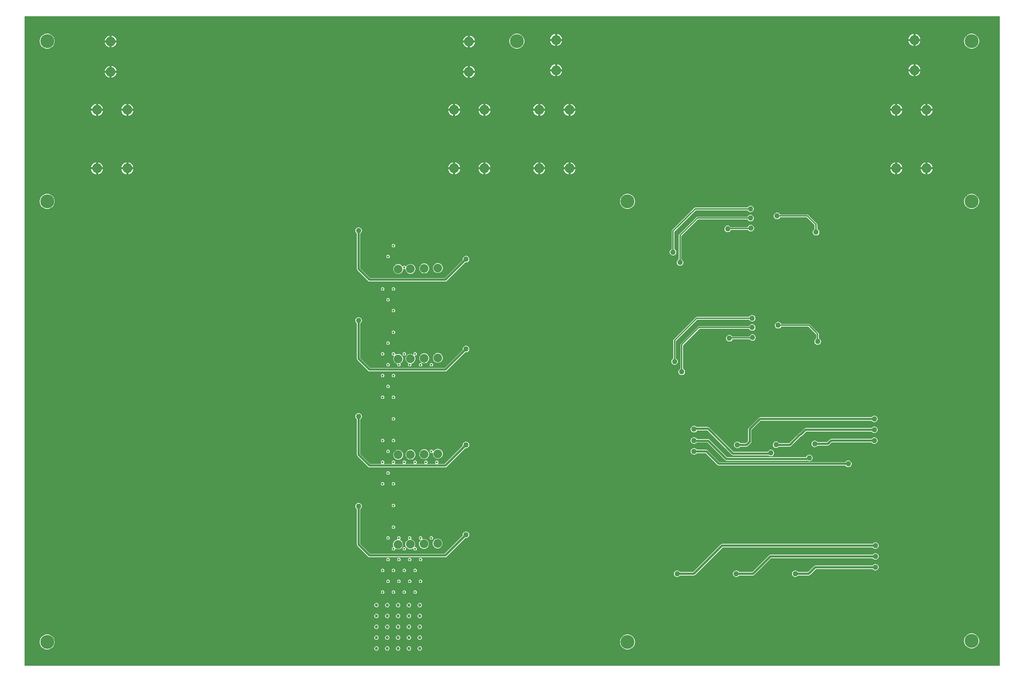
<source format=gbl>
G04*
G04 #@! TF.GenerationSoftware,Altium Limited,Altium Designer,21.1.1 (26)*
G04*
G04 Layer_Physical_Order=4*
G04 Layer_Color=16711680*
%FSLAX25Y25*%
%MOIN*%
G70*
G04*
G04 #@! TF.SameCoordinates,B83F5570-EEF7-471F-9EF2-83D00333E22E*
G04*
G04*
G04 #@! TF.FilePolarity,Positive*
G04*
G01*
G75*
%ADD54C,0.02000*%
%ADD58C,0.02000*%
%ADD59C,0.01400*%
%ADD66C,0.09000*%
%ADD67C,0.12835*%
%ADD68C,0.01600*%
%ADD69C,0.05000*%
%ADD70C,0.03000*%
%ADD71C,0.08000*%
G36*
X900000Y0D02*
X0D01*
Y600000D01*
X900000D01*
Y0D01*
D02*
G37*
%LPC*%
G36*
X822350Y583526D02*
Y579100D01*
X826776D01*
X826475Y580223D01*
X825751Y581477D01*
X824727Y582501D01*
X823473Y583225D01*
X822350Y583526D01*
D02*
G37*
G36*
X491700D02*
Y579100D01*
X496126D01*
X495825Y580223D01*
X495101Y581477D01*
X494077Y582501D01*
X492823Y583225D01*
X491700Y583526D01*
D02*
G37*
G36*
X489700D02*
X488577Y583225D01*
X487323Y582501D01*
X486299Y581477D01*
X485575Y580223D01*
X485274Y579100D01*
X489700D01*
Y583526D01*
D02*
G37*
G36*
X820350D02*
X819227Y583225D01*
X817973Y582501D01*
X816949Y581477D01*
X816225Y580223D01*
X815924Y579100D01*
X820350D01*
Y583526D01*
D02*
G37*
G36*
X80600Y582126D02*
Y577700D01*
X85026D01*
X84725Y578823D01*
X84001Y580077D01*
X82977Y581101D01*
X81723Y581825D01*
X80600Y582126D01*
D02*
G37*
G36*
X78600D02*
X77477Y581825D01*
X76223Y581101D01*
X75199Y580077D01*
X74475Y578823D01*
X74174Y577700D01*
X78600D01*
Y582126D01*
D02*
G37*
G36*
X411300Y582026D02*
Y577600D01*
X415726D01*
X415425Y578723D01*
X414701Y579977D01*
X413677Y581001D01*
X412423Y581725D01*
X411300Y582026D01*
D02*
G37*
G36*
X409300D02*
X408177Y581725D01*
X406923Y581001D01*
X405899Y579977D01*
X405175Y578723D01*
X404874Y577600D01*
X409300D01*
Y582026D01*
D02*
G37*
G36*
X826776Y577100D02*
X822350D01*
Y572674D01*
X823473Y572975D01*
X824727Y573699D01*
X825751Y574723D01*
X826475Y575977D01*
X826776Y577100D01*
D02*
G37*
G36*
X496126D02*
X491700D01*
Y572674D01*
X492823Y572975D01*
X494077Y573699D01*
X495101Y574723D01*
X495825Y575977D01*
X496126Y577100D01*
D02*
G37*
G36*
X489700D02*
X485274D01*
X485575Y575977D01*
X486299Y574723D01*
X487323Y573699D01*
X488577Y572975D01*
X489700Y572674D01*
Y577100D01*
D02*
G37*
G36*
X820350D02*
X815924D01*
X816225Y575977D01*
X816949Y574723D01*
X817973Y573699D01*
X819227Y572975D01*
X820350Y572674D01*
Y577100D01*
D02*
G37*
G36*
X85026Y575700D02*
X80600D01*
Y571274D01*
X81723Y571575D01*
X82977Y572299D01*
X84001Y573323D01*
X84725Y574577D01*
X85026Y575700D01*
D02*
G37*
G36*
X78600D02*
X74174D01*
X74475Y574577D01*
X75199Y573323D01*
X76223Y572299D01*
X77477Y571575D01*
X78600Y571274D01*
Y575700D01*
D02*
G37*
G36*
X415726Y575600D02*
X411300D01*
Y571174D01*
X412423Y571475D01*
X413677Y572199D01*
X414701Y573223D01*
X415425Y574477D01*
X415726Y575600D01*
D02*
G37*
G36*
X409300D02*
X404874D01*
X405175Y574477D01*
X405899Y573223D01*
X406923Y572199D01*
X408177Y571475D01*
X409300Y571174D01*
Y575600D01*
D02*
G37*
G36*
X874782Y583925D02*
X873418D01*
X872080Y583659D01*
X870820Y583137D01*
X869686Y582379D01*
X868721Y581414D01*
X867963Y580280D01*
X867441Y579020D01*
X867175Y577682D01*
Y576318D01*
X867441Y574980D01*
X867963Y573720D01*
X868721Y572586D01*
X869686Y571621D01*
X870820Y570863D01*
X872080Y570341D01*
X873418Y570075D01*
X874782D01*
X876120Y570341D01*
X877380Y570863D01*
X878514Y571621D01*
X879479Y572586D01*
X880237Y573720D01*
X880759Y574980D01*
X881025Y576318D01*
Y577682D01*
X880759Y579020D01*
X880237Y580280D01*
X879479Y581414D01*
X878514Y582379D01*
X877380Y583137D01*
X876120Y583659D01*
X874782Y583925D01*
D02*
G37*
G36*
X455182D02*
X453818D01*
X452480Y583659D01*
X451220Y583137D01*
X450086Y582379D01*
X449121Y581414D01*
X448363Y580280D01*
X447841Y579020D01*
X447575Y577682D01*
Y576318D01*
X447841Y574980D01*
X448363Y573720D01*
X449121Y572586D01*
X450086Y571621D01*
X451220Y570863D01*
X452480Y570341D01*
X453818Y570075D01*
X455182D01*
X456520Y570341D01*
X457780Y570863D01*
X458914Y571621D01*
X459879Y572586D01*
X460637Y573720D01*
X461159Y574980D01*
X461425Y576318D01*
Y577682D01*
X461159Y579020D01*
X460637Y580280D01*
X459879Y581414D01*
X458914Y582379D01*
X457780Y583137D01*
X456520Y583659D01*
X455182Y583925D01*
D02*
G37*
G36*
X21682D02*
X20318D01*
X18980Y583659D01*
X17720Y583137D01*
X16586Y582379D01*
X15621Y581414D01*
X14863Y580280D01*
X14341Y579020D01*
X14075Y577682D01*
Y576318D01*
X14341Y574980D01*
X14863Y573720D01*
X15621Y572586D01*
X16586Y571621D01*
X17720Y570863D01*
X18980Y570341D01*
X20318Y570075D01*
X21682D01*
X23020Y570341D01*
X24280Y570863D01*
X25414Y571621D01*
X26379Y572586D01*
X27137Y573720D01*
X27659Y574980D01*
X27925Y576318D01*
Y577682D01*
X27659Y579020D01*
X27137Y580280D01*
X26379Y581414D01*
X25414Y582379D01*
X24280Y583137D01*
X23020Y583659D01*
X21682Y583925D01*
D02*
G37*
G36*
X822350Y555526D02*
Y551100D01*
X826776D01*
X826475Y552223D01*
X825751Y553477D01*
X824727Y554501D01*
X823473Y555225D01*
X822350Y555526D01*
D02*
G37*
G36*
X491700D02*
Y551100D01*
X496126D01*
X495825Y552223D01*
X495101Y553477D01*
X494077Y554501D01*
X492823Y555225D01*
X491700Y555526D01*
D02*
G37*
G36*
X489700D02*
X488577Y555225D01*
X487323Y554501D01*
X486299Y553477D01*
X485575Y552223D01*
X485274Y551100D01*
X489700D01*
Y555526D01*
D02*
G37*
G36*
X820350D02*
X819227Y555225D01*
X817973Y554501D01*
X816949Y553477D01*
X816225Y552223D01*
X815924Y551100D01*
X820350D01*
Y555526D01*
D02*
G37*
G36*
X80600Y554126D02*
Y549700D01*
X85026D01*
X84725Y550823D01*
X84001Y552077D01*
X82977Y553101D01*
X81723Y553825D01*
X80600Y554126D01*
D02*
G37*
G36*
X78600D02*
X77477Y553825D01*
X76223Y553101D01*
X75199Y552077D01*
X74475Y550823D01*
X74174Y549700D01*
X78600D01*
Y554126D01*
D02*
G37*
G36*
X411300Y554026D02*
Y549600D01*
X415726D01*
X415425Y550723D01*
X414701Y551977D01*
X413677Y553001D01*
X412423Y553725D01*
X411300Y554026D01*
D02*
G37*
G36*
X409300D02*
X408177Y553725D01*
X406923Y553001D01*
X405899Y551977D01*
X405175Y550723D01*
X404874Y549600D01*
X409300D01*
Y554026D01*
D02*
G37*
G36*
X826776Y549100D02*
X822350D01*
Y544674D01*
X823473Y544975D01*
X824727Y545699D01*
X825751Y546723D01*
X826475Y547977D01*
X826776Y549100D01*
D02*
G37*
G36*
X496126D02*
X491700D01*
Y544674D01*
X492823Y544975D01*
X494077Y545699D01*
X495101Y546723D01*
X495825Y547977D01*
X496126Y549100D01*
D02*
G37*
G36*
X489700D02*
X485274D01*
X485575Y547977D01*
X486299Y546723D01*
X487323Y545699D01*
X488577Y544975D01*
X489700Y544674D01*
Y549100D01*
D02*
G37*
G36*
X820350D02*
X815924D01*
X816225Y547977D01*
X816949Y546723D01*
X817973Y545699D01*
X819227Y544975D01*
X820350Y544674D01*
Y549100D01*
D02*
G37*
G36*
X85026Y547700D02*
X80600D01*
Y543274D01*
X81723Y543575D01*
X82977Y544299D01*
X84001Y545323D01*
X84725Y546577D01*
X85026Y547700D01*
D02*
G37*
G36*
X78600D02*
X74174D01*
X74475Y546577D01*
X75199Y545323D01*
X76223Y544299D01*
X77477Y543575D01*
X78600Y543274D01*
Y547700D01*
D02*
G37*
G36*
X415726Y547600D02*
X411300D01*
Y543174D01*
X412423Y543475D01*
X413677Y544199D01*
X414701Y545223D01*
X415425Y546477D01*
X415726Y547600D01*
D02*
G37*
G36*
X409300D02*
X404874D01*
X405175Y546477D01*
X405899Y545223D01*
X406923Y544199D01*
X408177Y543475D01*
X409300Y543174D01*
Y547600D01*
D02*
G37*
G36*
X476000Y518926D02*
Y514500D01*
X480426D01*
X480125Y515623D01*
X479401Y516877D01*
X478377Y517901D01*
X477123Y518625D01*
X476000Y518926D01*
D02*
G37*
G36*
X425600D02*
Y514500D01*
X430026D01*
X429725Y515623D01*
X429001Y516877D01*
X427977Y517901D01*
X426723Y518625D01*
X425600Y518926D01*
D02*
G37*
G36*
X833600D02*
Y514500D01*
X838026D01*
X837725Y515623D01*
X837001Y516877D01*
X835977Y517901D01*
X834723Y518625D01*
X833600Y518926D01*
D02*
G37*
G36*
X805600D02*
Y514500D01*
X810026D01*
X809725Y515623D01*
X809001Y516877D01*
X807977Y517901D01*
X806723Y518625D01*
X805600Y518926D01*
D02*
G37*
G36*
X96000D02*
Y514500D01*
X100426D01*
X100125Y515623D01*
X99401Y516877D01*
X98377Y517901D01*
X97123Y518625D01*
X96000Y518926D01*
D02*
G37*
G36*
X68000D02*
Y514500D01*
X72426D01*
X72125Y515623D01*
X71401Y516877D01*
X70377Y517901D01*
X69123Y518625D01*
X68000Y518926D01*
D02*
G37*
G36*
X504000D02*
Y514500D01*
X508426D01*
X508125Y515623D01*
X507401Y516877D01*
X506377Y517901D01*
X505123Y518625D01*
X504000Y518926D01*
D02*
G37*
G36*
X397600D02*
Y514500D01*
X402026D01*
X401725Y515623D01*
X401001Y516877D01*
X399977Y517901D01*
X398723Y518625D01*
X397600Y518926D01*
D02*
G37*
G36*
X474000D02*
X472877Y518625D01*
X471623Y517901D01*
X470599Y516877D01*
X469875Y515623D01*
X469574Y514500D01*
X474000D01*
Y518926D01*
D02*
G37*
G36*
X423600D02*
X422477Y518625D01*
X421223Y517901D01*
X420199Y516877D01*
X419475Y515623D01*
X419174Y514500D01*
X423600D01*
Y518926D01*
D02*
G37*
G36*
X94000D02*
X92877Y518625D01*
X91623Y517901D01*
X90599Y516877D01*
X89875Y515623D01*
X89574Y514500D01*
X94000D01*
Y518926D01*
D02*
G37*
G36*
X66000D02*
X64877Y518625D01*
X63623Y517901D01*
X62599Y516877D01*
X61875Y515623D01*
X61574Y514500D01*
X66000D01*
Y518926D01*
D02*
G37*
G36*
X831600D02*
X830477Y518625D01*
X829223Y517901D01*
X828199Y516877D01*
X827475Y515623D01*
X827174Y514500D01*
X831600D01*
Y518926D01*
D02*
G37*
G36*
X803600D02*
X802477Y518625D01*
X801223Y517901D01*
X800199Y516877D01*
X799475Y515623D01*
X799174Y514500D01*
X803600D01*
Y518926D01*
D02*
G37*
G36*
X502000D02*
X500877Y518625D01*
X499623Y517901D01*
X498599Y516877D01*
X497875Y515623D01*
X497574Y514500D01*
X502000D01*
Y518926D01*
D02*
G37*
G36*
X395600D02*
X394477Y518625D01*
X393223Y517901D01*
X392199Y516877D01*
X391475Y515623D01*
X391174Y514500D01*
X395600D01*
Y518926D01*
D02*
G37*
G36*
X838026Y512500D02*
X833600D01*
Y508074D01*
X834723Y508375D01*
X835977Y509099D01*
X837001Y510123D01*
X837725Y511377D01*
X838026Y512500D01*
D02*
G37*
G36*
X810026D02*
X805600D01*
Y508074D01*
X806723Y508375D01*
X807977Y509099D01*
X809001Y510123D01*
X809725Y511377D01*
X810026Y512500D01*
D02*
G37*
G36*
X508426D02*
X504000D01*
Y508074D01*
X505123Y508375D01*
X506377Y509099D01*
X507401Y510123D01*
X508125Y511377D01*
X508426Y512500D01*
D02*
G37*
G36*
X480426D02*
X476000D01*
Y508074D01*
X477123Y508375D01*
X478377Y509099D01*
X479401Y510123D01*
X480125Y511377D01*
X480426Y512500D01*
D02*
G37*
G36*
X430026D02*
X425600D01*
Y508074D01*
X426723Y508375D01*
X427977Y509099D01*
X429001Y510123D01*
X429725Y511377D01*
X430026Y512500D01*
D02*
G37*
G36*
X402026D02*
X397600D01*
Y508074D01*
X398723Y508375D01*
X399977Y509099D01*
X401001Y510123D01*
X401725Y511377D01*
X402026Y512500D01*
D02*
G37*
G36*
X100426D02*
X96000D01*
Y508074D01*
X97123Y508375D01*
X98377Y509099D01*
X99401Y510123D01*
X100125Y511377D01*
X100426Y512500D01*
D02*
G37*
G36*
X72426D02*
X68000D01*
Y508074D01*
X69123Y508375D01*
X70377Y509099D01*
X71401Y510123D01*
X72125Y511377D01*
X72426Y512500D01*
D02*
G37*
G36*
X66000D02*
X61574D01*
X61875Y511377D01*
X62599Y510123D01*
X63623Y509099D01*
X64877Y508375D01*
X66000Y508074D01*
Y512500D01*
D02*
G37*
G36*
X94000D02*
X89574D01*
X89875Y511377D01*
X90599Y510123D01*
X91623Y509099D01*
X92877Y508375D01*
X94000Y508074D01*
Y512500D01*
D02*
G37*
G36*
X502000D02*
X497574D01*
X497875Y511377D01*
X498599Y510123D01*
X499623Y509099D01*
X500877Y508375D01*
X502000Y508074D01*
Y512500D01*
D02*
G37*
G36*
X474000D02*
X469574D01*
X469875Y511377D01*
X470599Y510123D01*
X471623Y509099D01*
X472877Y508375D01*
X474000Y508074D01*
Y512500D01*
D02*
G37*
G36*
X423600D02*
X419174D01*
X419475Y511377D01*
X420199Y510123D01*
X421223Y509099D01*
X422477Y508375D01*
X423600Y508074D01*
Y512500D01*
D02*
G37*
G36*
X395600D02*
X391174D01*
X391475Y511377D01*
X392199Y510123D01*
X393223Y509099D01*
X394477Y508375D01*
X395600Y508074D01*
Y512500D01*
D02*
G37*
G36*
X831600D02*
X827174D01*
X827475Y511377D01*
X828199Y510123D01*
X829223Y509099D01*
X830477Y508375D01*
X831600Y508074D01*
Y512500D01*
D02*
G37*
G36*
X803600D02*
X799174D01*
X799475Y511377D01*
X800199Y510123D01*
X801223Y509099D01*
X802477Y508375D01*
X803600Y508074D01*
Y512500D01*
D02*
G37*
G36*
X833600Y464926D02*
Y460500D01*
X838026D01*
X837725Y461623D01*
X837001Y462877D01*
X835977Y463901D01*
X834723Y464625D01*
X833600Y464926D01*
D02*
G37*
G36*
X831600D02*
X830477Y464625D01*
X829223Y463901D01*
X828199Y462877D01*
X827475Y461623D01*
X827174Y460500D01*
X831600D01*
Y464926D01*
D02*
G37*
G36*
X805600D02*
Y460500D01*
X810026D01*
X809725Y461623D01*
X809001Y462877D01*
X807977Y463901D01*
X806723Y464625D01*
X805600Y464926D01*
D02*
G37*
G36*
X803600D02*
X802477Y464625D01*
X801223Y463901D01*
X800199Y462877D01*
X799475Y461623D01*
X799174Y460500D01*
X803600D01*
Y464926D01*
D02*
G37*
G36*
X504100D02*
Y460500D01*
X508526D01*
X508225Y461623D01*
X507501Y462877D01*
X506477Y463901D01*
X505223Y464625D01*
X504100Y464926D01*
D02*
G37*
G36*
X502100D02*
X500977Y464625D01*
X499723Y463901D01*
X498699Y462877D01*
X497975Y461623D01*
X497674Y460500D01*
X502100D01*
Y464926D01*
D02*
G37*
G36*
X476100D02*
Y460500D01*
X480526D01*
X480225Y461623D01*
X479501Y462877D01*
X478477Y463901D01*
X477223Y464625D01*
X476100Y464926D01*
D02*
G37*
G36*
X474100D02*
X472977Y464625D01*
X471723Y463901D01*
X470699Y462877D01*
X469975Y461623D01*
X469674Y460500D01*
X474100D01*
Y464926D01*
D02*
G37*
G36*
X425600D02*
Y460500D01*
X430026D01*
X429725Y461623D01*
X429001Y462877D01*
X427977Y463901D01*
X426723Y464625D01*
X425600Y464926D01*
D02*
G37*
G36*
X423600D02*
X422477Y464625D01*
X421223Y463901D01*
X420199Y462877D01*
X419475Y461623D01*
X419174Y460500D01*
X423600D01*
Y464926D01*
D02*
G37*
G36*
X397600D02*
Y460500D01*
X402026D01*
X401725Y461623D01*
X401001Y462877D01*
X399977Y463901D01*
X398723Y464625D01*
X397600Y464926D01*
D02*
G37*
G36*
X395600D02*
X394477Y464625D01*
X393223Y463901D01*
X392199Y462877D01*
X391475Y461623D01*
X391174Y460500D01*
X395600D01*
Y464926D01*
D02*
G37*
G36*
X96000D02*
Y460500D01*
X100426D01*
X100125Y461623D01*
X99401Y462877D01*
X98377Y463901D01*
X97123Y464625D01*
X96000Y464926D01*
D02*
G37*
G36*
X94000D02*
X92877Y464625D01*
X91623Y463901D01*
X90599Y462877D01*
X89875Y461623D01*
X89574Y460500D01*
X94000D01*
Y464926D01*
D02*
G37*
G36*
X68000D02*
Y460500D01*
X72426D01*
X72125Y461623D01*
X71401Y462877D01*
X70377Y463901D01*
X69123Y464625D01*
X68000Y464926D01*
D02*
G37*
G36*
X66000D02*
X64877Y464625D01*
X63623Y463901D01*
X62599Y462877D01*
X61875Y461623D01*
X61574Y460500D01*
X66000D01*
Y464926D01*
D02*
G37*
G36*
X838026Y458500D02*
X833600D01*
Y454074D01*
X834723Y454375D01*
X835977Y455099D01*
X837001Y456123D01*
X837725Y457377D01*
X838026Y458500D01*
D02*
G37*
G36*
X831600D02*
X827174D01*
X827475Y457377D01*
X828199Y456123D01*
X829223Y455099D01*
X830477Y454375D01*
X831600Y454074D01*
Y458500D01*
D02*
G37*
G36*
X810026D02*
X805600D01*
Y454074D01*
X806723Y454375D01*
X807977Y455099D01*
X809001Y456123D01*
X809725Y457377D01*
X810026Y458500D01*
D02*
G37*
G36*
X803600D02*
X799174D01*
X799475Y457377D01*
X800199Y456123D01*
X801223Y455099D01*
X802477Y454375D01*
X803600Y454074D01*
Y458500D01*
D02*
G37*
G36*
X508526D02*
X504100D01*
Y454074D01*
X505223Y454375D01*
X506477Y455099D01*
X507501Y456123D01*
X508225Y457377D01*
X508526Y458500D01*
D02*
G37*
G36*
X502100D02*
X497674D01*
X497975Y457377D01*
X498699Y456123D01*
X499723Y455099D01*
X500977Y454375D01*
X502100Y454074D01*
Y458500D01*
D02*
G37*
G36*
X480526D02*
X476100D01*
Y454074D01*
X477223Y454375D01*
X478477Y455099D01*
X479501Y456123D01*
X480225Y457377D01*
X480526Y458500D01*
D02*
G37*
G36*
X474100D02*
X469674D01*
X469975Y457377D01*
X470699Y456123D01*
X471723Y455099D01*
X472977Y454375D01*
X474100Y454074D01*
Y458500D01*
D02*
G37*
G36*
X430026D02*
X425600D01*
Y454074D01*
X426723Y454375D01*
X427977Y455099D01*
X429001Y456123D01*
X429725Y457377D01*
X430026Y458500D01*
D02*
G37*
G36*
X423600D02*
X419174D01*
X419475Y457377D01*
X420199Y456123D01*
X421223Y455099D01*
X422477Y454375D01*
X423600Y454074D01*
Y458500D01*
D02*
G37*
G36*
X402026D02*
X397600D01*
Y454074D01*
X398723Y454375D01*
X399977Y455099D01*
X401001Y456123D01*
X401725Y457377D01*
X402026Y458500D01*
D02*
G37*
G36*
X395600D02*
X391174D01*
X391475Y457377D01*
X392199Y456123D01*
X393223Y455099D01*
X394477Y454375D01*
X395600Y454074D01*
Y458500D01*
D02*
G37*
G36*
X100426D02*
X96000D01*
Y454074D01*
X97123Y454375D01*
X98377Y455099D01*
X99401Y456123D01*
X100125Y457377D01*
X100426Y458500D01*
D02*
G37*
G36*
X94000D02*
X89574D01*
X89875Y457377D01*
X90599Y456123D01*
X91623Y455099D01*
X92877Y454375D01*
X94000Y454074D01*
Y458500D01*
D02*
G37*
G36*
X72426D02*
X68000D01*
Y454074D01*
X69123Y454375D01*
X70377Y455099D01*
X71401Y456123D01*
X72125Y457377D01*
X72426Y458500D01*
D02*
G37*
G36*
X66000D02*
X61574D01*
X61875Y457377D01*
X62599Y456123D01*
X63623Y455099D01*
X64877Y454375D01*
X66000Y454074D01*
Y458500D01*
D02*
G37*
G36*
X874782Y435925D02*
X873418D01*
X872080Y435659D01*
X870820Y435137D01*
X869686Y434379D01*
X868721Y433414D01*
X867963Y432280D01*
X867441Y431020D01*
X867175Y429682D01*
Y428318D01*
X867441Y426980D01*
X867963Y425720D01*
X868721Y424586D01*
X869686Y423621D01*
X870820Y422863D01*
X872080Y422341D01*
X873418Y422075D01*
X874782D01*
X876120Y422341D01*
X877380Y422863D01*
X878514Y423621D01*
X879479Y424586D01*
X880237Y425720D01*
X880759Y426980D01*
X881025Y428318D01*
Y429682D01*
X880759Y431020D01*
X880237Y432280D01*
X879479Y433414D01*
X878514Y434379D01*
X877380Y435137D01*
X876120Y435659D01*
X874782Y435925D01*
D02*
G37*
G36*
X557282D02*
X555918D01*
X554580Y435659D01*
X553320Y435137D01*
X552186Y434379D01*
X551221Y433414D01*
X550463Y432280D01*
X549941Y431020D01*
X549675Y429682D01*
Y428318D01*
X549941Y426980D01*
X550463Y425720D01*
X551221Y424586D01*
X552186Y423621D01*
X553320Y422863D01*
X554580Y422341D01*
X555918Y422075D01*
X557282D01*
X558620Y422341D01*
X559880Y422863D01*
X561014Y423621D01*
X561979Y424586D01*
X562737Y425720D01*
X563259Y426980D01*
X563525Y428318D01*
Y429682D01*
X563259Y431020D01*
X562737Y432280D01*
X561979Y433414D01*
X561014Y434379D01*
X559880Y435137D01*
X558620Y435659D01*
X557282Y435925D01*
D02*
G37*
G36*
X21682D02*
X20318D01*
X18980Y435659D01*
X17720Y435137D01*
X16586Y434379D01*
X15621Y433414D01*
X14863Y432280D01*
X14341Y431020D01*
X14075Y429682D01*
Y428318D01*
X14341Y426980D01*
X14863Y425720D01*
X15621Y424586D01*
X16586Y423621D01*
X17720Y422863D01*
X18980Y422341D01*
X20318Y422075D01*
X21682D01*
X23020Y422341D01*
X24280Y422863D01*
X25414Y423621D01*
X26379Y424586D01*
X27137Y425720D01*
X27659Y426980D01*
X27925Y428318D01*
Y429682D01*
X27659Y431020D01*
X27137Y432280D01*
X26379Y433414D01*
X25414Y434379D01*
X24280Y435137D01*
X23020Y435659D01*
X21682Y435925D01*
D02*
G37*
G36*
X670495Y425000D02*
X669705D01*
X668942Y424796D01*
X668258Y424401D01*
X667699Y423842D01*
X667342Y423223D01*
X619100D01*
X618632Y423130D01*
X618235Y422865D01*
X597735Y402365D01*
X597470Y401968D01*
X597376Y401500D01*
Y384758D01*
X596758Y384401D01*
X596199Y383842D01*
X595804Y383158D01*
X595600Y382395D01*
Y381605D01*
X595804Y380842D01*
X596199Y380158D01*
X596758Y379599D01*
X597442Y379204D01*
X598205Y379000D01*
X598995D01*
X599758Y379204D01*
X600442Y379599D01*
X601001Y380158D01*
X601396Y380842D01*
X601600Y381605D01*
Y382395D01*
X601396Y383158D01*
X601001Y383842D01*
X600442Y384401D01*
X599824Y384758D01*
Y400993D01*
X619607Y420777D01*
X667342D01*
X667699Y420158D01*
X668258Y419599D01*
X668942Y419204D01*
X669705Y419000D01*
X670495D01*
X671258Y419204D01*
X671942Y419599D01*
X672501Y420158D01*
X672896Y420842D01*
X673100Y421605D01*
Y422395D01*
X672896Y423158D01*
X672501Y423842D01*
X671942Y424401D01*
X671258Y424796D01*
X670495Y425000D01*
D02*
G37*
G36*
Y416500D02*
X669705D01*
X668942Y416296D01*
X668258Y415901D01*
X667699Y415342D01*
X667342Y414723D01*
X621100D01*
X620632Y414630D01*
X620235Y414365D01*
X604235Y398365D01*
X603970Y397968D01*
X603876Y397500D01*
Y375258D01*
X603258Y374901D01*
X602699Y374342D01*
X602304Y373658D01*
X602100Y372895D01*
Y372105D01*
X602304Y371342D01*
X602699Y370658D01*
X603258Y370099D01*
X603942Y369704D01*
X604705Y369500D01*
X605495D01*
X606258Y369704D01*
X606942Y370099D01*
X607501Y370658D01*
X607896Y371342D01*
X608100Y372105D01*
Y372895D01*
X607896Y373658D01*
X607501Y374342D01*
X606942Y374901D01*
X606323Y375258D01*
Y396993D01*
X621607Y412277D01*
X667342D01*
X667699Y411658D01*
X668258Y411099D01*
X668942Y410704D01*
X669705Y410500D01*
X670495D01*
X671258Y410704D01*
X671942Y411099D01*
X672501Y411658D01*
X672896Y412342D01*
X673100Y413105D01*
Y413895D01*
X672896Y414658D01*
X672501Y415342D01*
X671942Y415901D01*
X671258Y416296D01*
X670495Y416500D01*
D02*
G37*
G36*
X670745Y407250D02*
X669955D01*
X669192Y407046D01*
X668508Y406651D01*
X667949Y406092D01*
X667554Y405408D01*
X667472Y405098D01*
X651641D01*
X651501Y405342D01*
X650942Y405901D01*
X650258Y406296D01*
X649495Y406500D01*
X648705D01*
X647942Y406296D01*
X647258Y405901D01*
X646699Y405342D01*
X646304Y404658D01*
X646100Y403895D01*
Y403105D01*
X646304Y402342D01*
X646699Y401658D01*
X647258Y401099D01*
X647942Y400704D01*
X648705Y400500D01*
X649495D01*
X650258Y400704D01*
X650942Y401099D01*
X651501Y401658D01*
X651896Y402342D01*
X651978Y402652D01*
X667809D01*
X667949Y402408D01*
X668508Y401849D01*
X669192Y401454D01*
X669955Y401250D01*
X670745D01*
X671508Y401454D01*
X672192Y401849D01*
X672751Y402408D01*
X673146Y403092D01*
X673350Y403855D01*
Y404645D01*
X673146Y405408D01*
X672751Y406092D01*
X672192Y406651D01*
X671508Y407046D01*
X670745Y407250D01*
D02*
G37*
G36*
X694995Y418500D02*
X694205D01*
X693442Y418296D01*
X692758Y417901D01*
X692199Y417342D01*
X691804Y416658D01*
X691600Y415895D01*
Y415105D01*
X691804Y414342D01*
X692199Y413658D01*
X692758Y413099D01*
X693442Y412704D01*
X694205Y412500D01*
X694995D01*
X695758Y412704D01*
X696442Y413099D01*
X697001Y413658D01*
X697358Y414277D01*
X722093D01*
X729274Y407096D01*
Y403198D01*
X728758Y402901D01*
X728199Y402342D01*
X727804Y401658D01*
X727600Y400895D01*
Y400105D01*
X727804Y399342D01*
X728199Y398658D01*
X728758Y398099D01*
X729442Y397704D01*
X730205Y397500D01*
X730995D01*
X731758Y397704D01*
X732442Y398099D01*
X733001Y398658D01*
X733396Y399342D01*
X733600Y400105D01*
Y400895D01*
X733396Y401658D01*
X733001Y402342D01*
X732442Y402901D01*
X731758Y403296D01*
X731721Y403305D01*
Y407603D01*
X731628Y408071D01*
X731362Y408468D01*
X723465Y416365D01*
X723068Y416630D01*
X722600Y416723D01*
X697358D01*
X697001Y417342D01*
X696442Y417901D01*
X695758Y418296D01*
X694995Y418500D01*
D02*
G37*
G36*
X340898Y389500D02*
X340302D01*
X339750Y389272D01*
X339328Y388850D01*
X339100Y388298D01*
Y387702D01*
X339328Y387150D01*
X339750Y386728D01*
X340302Y386500D01*
X340898D01*
X341450Y386728D01*
X341872Y387150D01*
X342100Y387702D01*
Y388298D01*
X341872Y388850D01*
X341450Y389272D01*
X340898Y389500D01*
D02*
G37*
G36*
X335898Y379500D02*
X335302D01*
X334750Y379272D01*
X334328Y378850D01*
X334100Y378298D01*
Y377702D01*
X334328Y377150D01*
X334750Y376728D01*
X335302Y376500D01*
X335898D01*
X336450Y376728D01*
X336872Y377150D01*
X337100Y377702D01*
Y378298D01*
X336872Y378850D01*
X336450Y379272D01*
X335898Y379500D01*
D02*
G37*
G36*
X308845Y405000D02*
X308055D01*
X307292Y404796D01*
X306608Y404401D01*
X306049Y403842D01*
X305654Y403158D01*
X305450Y402395D01*
Y401605D01*
X305654Y400842D01*
X306049Y400158D01*
X306608Y399599D01*
X306921Y399419D01*
Y366500D01*
X307037Y365915D01*
X307369Y365419D01*
X317369Y355419D01*
X317865Y355087D01*
X318450Y354971D01*
X388450D01*
X389035Y355087D01*
X389531Y355419D01*
X406828Y372715D01*
X407177Y372622D01*
X407967D01*
X408730Y372827D01*
X409414Y373221D01*
X409973Y373780D01*
X410368Y374464D01*
X410572Y375227D01*
Y376017D01*
X410368Y376780D01*
X409973Y377464D01*
X409414Y378023D01*
X408730Y378418D01*
X407967Y378622D01*
X407177D01*
X406414Y378418D01*
X405730Y378023D01*
X405171Y377464D01*
X404776Y376780D01*
X404572Y376017D01*
Y375227D01*
X404666Y374878D01*
X387817Y358029D01*
X319083D01*
X309979Y367133D01*
Y399419D01*
X310292Y399599D01*
X310851Y400158D01*
X311246Y400842D01*
X311450Y401605D01*
Y402395D01*
X311246Y403158D01*
X310851Y403842D01*
X310292Y404401D01*
X309608Y404796D01*
X308845Y405000D01*
D02*
G37*
G36*
X356921Y371121D02*
X355736D01*
X354592Y370814D01*
X353566Y370222D01*
X352728Y369384D01*
X352415Y368843D01*
X351877Y368850D01*
X351853Y368868D01*
X351450Y369272D01*
X350898Y369500D01*
X350302D01*
X349750Y369272D01*
X349355Y368876D01*
X349270Y368828D01*
X348822Y368799D01*
X348559Y369255D01*
X347721Y370093D01*
X346695Y370686D01*
X345550Y370992D01*
X344365D01*
X343221Y370686D01*
X342195Y370093D01*
X341357Y369255D01*
X340764Y368229D01*
X340458Y367085D01*
Y365900D01*
X340764Y364755D01*
X341357Y363729D01*
X342195Y362891D01*
X343221Y362299D01*
X344365Y361992D01*
X345550D01*
X346695Y362299D01*
X347721Y362891D01*
X348559Y363729D01*
X349151Y364755D01*
X349458Y365900D01*
Y366368D01*
X349958Y366642D01*
X350302Y366500D01*
X350898D01*
X351329Y366678D01*
X351829Y366454D01*
Y366029D01*
X352135Y364884D01*
X352728Y363858D01*
X353566Y363020D01*
X354592Y362428D01*
X355736Y362121D01*
X356921D01*
X358066Y362428D01*
X359092Y363020D01*
X359930Y363858D01*
X360522Y364884D01*
X360829Y366029D01*
Y367214D01*
X360522Y368358D01*
X359930Y369384D01*
X359092Y370222D01*
X358066Y370814D01*
X356921Y371121D01*
D02*
G37*
G36*
X382164Y371879D02*
X380979D01*
X379834Y371572D01*
X378808Y370980D01*
X377970Y370142D01*
X377378Y369116D01*
X377071Y367971D01*
Y366786D01*
X377378Y365642D01*
X377970Y364616D01*
X378808Y363778D01*
X379834Y363186D01*
X380979Y362879D01*
X382164D01*
X383308Y363186D01*
X384334Y363778D01*
X385172Y364616D01*
X385765Y365642D01*
X386071Y366786D01*
Y367971D01*
X385765Y369116D01*
X385172Y370142D01*
X384334Y370980D01*
X383308Y371572D01*
X382164Y371879D01*
D02*
G37*
G36*
X369542Y371500D02*
X368358D01*
X367213Y371193D01*
X366187Y370601D01*
X365349Y369763D01*
X364757Y368737D01*
X364450Y367592D01*
Y366408D01*
X364757Y365263D01*
X365349Y364237D01*
X366187Y363399D01*
X367213Y362807D01*
X368358Y362500D01*
X369542D01*
X370687Y362807D01*
X371713Y363399D01*
X372551Y364237D01*
X373143Y365263D01*
X373450Y366408D01*
Y367592D01*
X373143Y368737D01*
X372551Y369763D01*
X371713Y370601D01*
X370687Y371193D01*
X369542Y371500D01*
D02*
G37*
G36*
X340898Y349500D02*
X340302D01*
X339750Y349272D01*
X339328Y348850D01*
X339100Y348298D01*
Y347702D01*
X339328Y347150D01*
X339750Y346728D01*
X340302Y346500D01*
X340898D01*
X341450Y346728D01*
X341872Y347150D01*
X342100Y347702D01*
Y348298D01*
X341872Y348850D01*
X341450Y349272D01*
X340898Y349500D01*
D02*
G37*
G36*
X330898D02*
X330302D01*
X329750Y349272D01*
X329328Y348850D01*
X329100Y348298D01*
Y347702D01*
X329328Y347150D01*
X329750Y346728D01*
X330302Y346500D01*
X330898D01*
X331450Y346728D01*
X331872Y347150D01*
X332100Y347702D01*
Y348298D01*
X331872Y348850D01*
X331450Y349272D01*
X330898Y349500D01*
D02*
G37*
G36*
X335898Y339500D02*
X335302D01*
X334750Y339272D01*
X334328Y338850D01*
X334100Y338298D01*
Y337702D01*
X334328Y337150D01*
X334750Y336728D01*
X335302Y336500D01*
X335898D01*
X336450Y336728D01*
X336872Y337150D01*
X337100Y337702D01*
Y338298D01*
X336872Y338850D01*
X336450Y339272D01*
X335898Y339500D01*
D02*
G37*
G36*
X340898Y329500D02*
X340302D01*
X339750Y329272D01*
X339328Y328850D01*
X339100Y328298D01*
Y327702D01*
X339328Y327150D01*
X339750Y326728D01*
X340302Y326500D01*
X340898D01*
X341450Y326728D01*
X341872Y327150D01*
X342100Y327702D01*
Y328298D01*
X341872Y328850D01*
X341450Y329272D01*
X340898Y329500D01*
D02*
G37*
G36*
X671995Y324000D02*
X671205D01*
X670442Y323796D01*
X669758Y323401D01*
X669199Y322842D01*
X668842Y322223D01*
X620600D01*
X620132Y322130D01*
X619735Y321865D01*
X599235Y301365D01*
X598970Y300968D01*
X598876Y300500D01*
Y283758D01*
X598258Y283401D01*
X597699Y282842D01*
X597304Y282158D01*
X597100Y281395D01*
Y280605D01*
X597304Y279842D01*
X597699Y279158D01*
X598258Y278599D01*
X598942Y278204D01*
X599705Y278000D01*
X600495D01*
X601258Y278204D01*
X601942Y278599D01*
X602501Y279158D01*
X602896Y279842D01*
X603100Y280605D01*
Y281395D01*
X602896Y282158D01*
X602501Y282842D01*
X601942Y283401D01*
X601324Y283758D01*
Y299993D01*
X621107Y319777D01*
X668842D01*
X669199Y319158D01*
X669758Y318599D01*
X670442Y318204D01*
X671205Y318000D01*
X671995D01*
X672758Y318204D01*
X673442Y318599D01*
X674001Y319158D01*
X674396Y319842D01*
X674600Y320605D01*
Y321395D01*
X674396Y322158D01*
X674001Y322842D01*
X673442Y323401D01*
X672758Y323796D01*
X671995Y324000D01*
D02*
G37*
G36*
Y315500D02*
X671205D01*
X670442Y315296D01*
X669758Y314901D01*
X669199Y314342D01*
X668842Y313723D01*
X622600D01*
X622132Y313630D01*
X621735Y313365D01*
X605735Y297365D01*
X605470Y296968D01*
X605376Y296500D01*
Y274258D01*
X604758Y273901D01*
X604199Y273342D01*
X603804Y272658D01*
X603600Y271895D01*
Y271105D01*
X603804Y270342D01*
X604199Y269658D01*
X604758Y269099D01*
X605442Y268704D01*
X606205Y268500D01*
X606995D01*
X607758Y268704D01*
X608442Y269099D01*
X609001Y269658D01*
X609396Y270342D01*
X609600Y271105D01*
Y271895D01*
X609396Y272658D01*
X609001Y273342D01*
X608442Y273901D01*
X607824Y274258D01*
Y295993D01*
X623107Y311277D01*
X668842D01*
X669199Y310658D01*
X669758Y310099D01*
X670442Y309704D01*
X671205Y309500D01*
X671995D01*
X672758Y309704D01*
X673442Y310099D01*
X674001Y310658D01*
X674396Y311342D01*
X674600Y312105D01*
Y312895D01*
X674396Y313658D01*
X674001Y314342D01*
X673442Y314901D01*
X672758Y315296D01*
X671995Y315500D01*
D02*
G37*
G36*
X340898Y309500D02*
X340302D01*
X339750Y309272D01*
X339328Y308850D01*
X339100Y308298D01*
Y307702D01*
X339328Y307150D01*
X339750Y306728D01*
X340302Y306500D01*
X340898D01*
X341450Y306728D01*
X341872Y307150D01*
X342100Y307702D01*
Y308298D01*
X341872Y308850D01*
X341450Y309272D01*
X340898Y309500D01*
D02*
G37*
G36*
X672245Y306250D02*
X671455D01*
X670692Y306046D01*
X670008Y305651D01*
X669449Y305092D01*
X669054Y304408D01*
X668971Y304099D01*
X653141D01*
X653001Y304342D01*
X652442Y304901D01*
X651758Y305296D01*
X650995Y305500D01*
X650205D01*
X649442Y305296D01*
X648758Y304901D01*
X648199Y304342D01*
X647804Y303658D01*
X647600Y302895D01*
Y302105D01*
X647804Y301342D01*
X648199Y300658D01*
X648758Y300099D01*
X649442Y299704D01*
X650205Y299500D01*
X650995D01*
X651758Y299704D01*
X652442Y300099D01*
X653001Y300658D01*
X653396Y301342D01*
X653478Y301652D01*
X669309D01*
X669449Y301408D01*
X670008Y300849D01*
X670692Y300454D01*
X671455Y300250D01*
X672245D01*
X673008Y300454D01*
X673692Y300849D01*
X674251Y301408D01*
X674646Y302092D01*
X674850Y302855D01*
Y303645D01*
X674646Y304408D01*
X674251Y305092D01*
X673692Y305651D01*
X673008Y306046D01*
X672245Y306250D01*
D02*
G37*
G36*
X695995Y317500D02*
X695205D01*
X694442Y317296D01*
X693758Y316901D01*
X693199Y316342D01*
X692804Y315658D01*
X692600Y314895D01*
Y314105D01*
X692804Y313342D01*
X693199Y312658D01*
X693758Y312099D01*
X694442Y311704D01*
X695205Y311500D01*
X695995D01*
X696758Y311704D01*
X697442Y312099D01*
X698001Y312658D01*
X698358Y313277D01*
X723593D01*
X730774Y306096D01*
Y302198D01*
X730258Y301901D01*
X729699Y301342D01*
X729304Y300658D01*
X729100Y299895D01*
Y299105D01*
X729304Y298342D01*
X729699Y297658D01*
X730258Y297099D01*
X730942Y296704D01*
X731705Y296500D01*
X732495D01*
X733258Y296704D01*
X733942Y297099D01*
X734501Y297658D01*
X734896Y298342D01*
X735100Y299105D01*
Y299895D01*
X734896Y300658D01*
X734501Y301342D01*
X733942Y301901D01*
X733258Y302296D01*
X733221Y302306D01*
Y306603D01*
X733128Y307071D01*
X732863Y307468D01*
X724965Y315365D01*
X724568Y315630D01*
X724100Y315723D01*
X698358D01*
X698001Y316342D01*
X697442Y316901D01*
X696758Y317296D01*
X695995Y317500D01*
D02*
G37*
G36*
X335898Y299500D02*
X335302D01*
X334750Y299272D01*
X334328Y298850D01*
X334100Y298298D01*
Y297702D01*
X334328Y297150D01*
X334750Y296728D01*
X335302Y296500D01*
X335898D01*
X336450Y296728D01*
X336872Y297150D01*
X337100Y297702D01*
Y298298D01*
X336872Y298850D01*
X336450Y299272D01*
X335898Y299500D01*
D02*
G37*
G36*
X308845Y322000D02*
X308055D01*
X307292Y321796D01*
X306608Y321401D01*
X306049Y320842D01*
X305654Y320158D01*
X305450Y319395D01*
Y318605D01*
X305654Y317842D01*
X306049Y317158D01*
X306608Y316599D01*
X306921Y316419D01*
Y283500D01*
X307037Y282915D01*
X307369Y282419D01*
X317369Y272419D01*
X317865Y272087D01*
X318450Y271971D01*
X388450D01*
X389035Y272087D01*
X389531Y272419D01*
X406828Y289716D01*
X407177Y289622D01*
X407967D01*
X408730Y289826D01*
X409414Y290222D01*
X409973Y290780D01*
X410368Y291464D01*
X410572Y292227D01*
Y293017D01*
X410368Y293780D01*
X409973Y294464D01*
X409414Y295023D01*
X408730Y295418D01*
X407967Y295622D01*
X407177D01*
X406414Y295418D01*
X405730Y295023D01*
X405171Y294464D01*
X404776Y293780D01*
X404572Y293017D01*
Y292227D01*
X404666Y291878D01*
X387817Y275029D01*
X319083D01*
X309979Y284134D01*
Y316419D01*
X310292Y316599D01*
X310851Y317158D01*
X311246Y317842D01*
X311450Y318605D01*
Y319395D01*
X311246Y320158D01*
X310851Y320842D01*
X310292Y321401D01*
X309608Y321796D01*
X308845Y322000D01*
D02*
G37*
G36*
X360898Y289500D02*
X360302D01*
X359750Y289272D01*
X359328Y288850D01*
X359100Y288298D01*
Y287795D01*
X358858Y287580D01*
X358652Y287476D01*
X358066Y287814D01*
X356921Y288121D01*
X355736D01*
X354592Y287814D01*
X353566Y287222D01*
X352728Y286384D01*
X352135Y285358D01*
X351829Y284214D01*
Y283029D01*
X352135Y281884D01*
X352728Y280858D01*
X353566Y280020D01*
X354343Y279572D01*
X354454Y279003D01*
X354440Y278962D01*
X354328Y278850D01*
X354100Y278298D01*
Y277702D01*
X354328Y277150D01*
X354750Y276728D01*
X355302Y276500D01*
X355898D01*
X356450Y276728D01*
X356872Y277150D01*
X357100Y277702D01*
Y278298D01*
X356960Y278637D01*
X356958Y278660D01*
X357161Y279138D01*
X357225Y279203D01*
X358066Y279428D01*
X359092Y280020D01*
X359930Y280858D01*
X360522Y281884D01*
X360829Y283029D01*
Y284214D01*
X360522Y285358D01*
X360130Y286038D01*
X360182Y286178D01*
X360440Y286500D01*
X360898D01*
X361450Y286728D01*
X361872Y287150D01*
X362100Y287702D01*
Y288298D01*
X361872Y288850D01*
X361450Y289272D01*
X360898Y289500D01*
D02*
G37*
G36*
X350898D02*
X350302D01*
X349750Y289272D01*
X349328Y288850D01*
X349100Y288298D01*
Y287702D01*
X349328Y287150D01*
X349750Y286728D01*
X350302Y286500D01*
X350898D01*
X351450Y286728D01*
X351872Y287150D01*
X352100Y287702D01*
Y288298D01*
X351872Y288850D01*
X351450Y289272D01*
X350898Y289500D01*
D02*
G37*
G36*
X330898D02*
X330302D01*
X329750Y289272D01*
X329328Y288850D01*
X329100Y288298D01*
Y287702D01*
X329328Y287150D01*
X329750Y286728D01*
X330302Y286500D01*
X330898D01*
X331450Y286728D01*
X331872Y287150D01*
X332100Y287702D01*
Y288298D01*
X331872Y288850D01*
X331450Y289272D01*
X330898Y289500D01*
D02*
G37*
G36*
X382164Y288879D02*
X380979D01*
X379834Y288572D01*
X378808Y287980D01*
X377970Y287142D01*
X377378Y286116D01*
X377071Y284971D01*
Y283786D01*
X377378Y282642D01*
X377970Y281616D01*
X378808Y280778D01*
X379834Y280186D01*
X380979Y279879D01*
X382164D01*
X383308Y280186D01*
X384334Y280778D01*
X385172Y281616D01*
X385765Y282642D01*
X386071Y283786D01*
Y284971D01*
X385765Y286116D01*
X385172Y287142D01*
X384334Y287980D01*
X383308Y288572D01*
X382164Y288879D01*
D02*
G37*
G36*
X369542Y288500D02*
X368358D01*
X367213Y288193D01*
X366187Y287601D01*
X365349Y286763D01*
X364757Y285737D01*
X364450Y284592D01*
Y283408D01*
X364757Y282263D01*
X365349Y281237D01*
X366187Y280399D01*
X367213Y279807D01*
X368358Y279500D01*
X369542D01*
X370687Y279807D01*
X371713Y280399D01*
X372551Y281237D01*
X373143Y282263D01*
X373450Y283408D01*
Y284592D01*
X373143Y285737D01*
X372551Y286763D01*
X371713Y287601D01*
X370687Y288193D01*
X369542Y288500D01*
D02*
G37*
G36*
X375898Y279500D02*
X375302D01*
X374750Y279272D01*
X374328Y278850D01*
X374100Y278298D01*
Y277702D01*
X374328Y277150D01*
X374750Y276728D01*
X375302Y276500D01*
X375898D01*
X376450Y276728D01*
X376872Y277150D01*
X377100Y277702D01*
Y278298D01*
X376872Y278850D01*
X376450Y279272D01*
X375898Y279500D01*
D02*
G37*
G36*
X365898D02*
X365302D01*
X364750Y279272D01*
X364328Y278850D01*
X364100Y278298D01*
Y277702D01*
X364328Y277150D01*
X364750Y276728D01*
X365302Y276500D01*
X365898D01*
X366450Y276728D01*
X366872Y277150D01*
X367100Y277702D01*
Y278298D01*
X366872Y278850D01*
X366450Y279272D01*
X365898Y279500D01*
D02*
G37*
G36*
X340898Y289500D02*
X340302D01*
X339750Y289272D01*
X339328Y288850D01*
X339100Y288298D01*
Y287702D01*
X339328Y287150D01*
X339750Y286728D01*
X340302Y286500D01*
X340898D01*
X340938Y286517D01*
X341276Y286115D01*
X340764Y285229D01*
X340458Y284085D01*
Y282900D01*
X340764Y281755D01*
X341357Y280729D01*
X342195Y279891D01*
X343221Y279299D01*
X343933Y279108D01*
X344192Y278521D01*
X344100Y278298D01*
Y277702D01*
X344328Y277150D01*
X344750Y276728D01*
X345302Y276500D01*
X345898D01*
X346450Y276728D01*
X346872Y277150D01*
X347100Y277702D01*
Y278298D01*
X346872Y278850D01*
X346866Y278856D01*
X346970Y279458D01*
X347721Y279891D01*
X348559Y280729D01*
X349151Y281755D01*
X349458Y282900D01*
Y284085D01*
X349151Y285229D01*
X348559Y286255D01*
X347721Y287093D01*
X346695Y287686D01*
X345550Y287992D01*
X344365D01*
X343221Y287686D01*
X342450Y287241D01*
X342053Y287589D01*
X342100Y287702D01*
Y288298D01*
X341872Y288850D01*
X341450Y289272D01*
X340898Y289500D01*
D02*
G37*
G36*
X335898Y279500D02*
X335302D01*
X334750Y279272D01*
X334328Y278850D01*
X334100Y278298D01*
Y277702D01*
X334328Y277150D01*
X334750Y276728D01*
X335302Y276500D01*
X335898D01*
X336450Y276728D01*
X336872Y277150D01*
X337100Y277702D01*
Y278298D01*
X336872Y278850D01*
X336450Y279272D01*
X335898Y279500D01*
D02*
G37*
G36*
X340898Y269500D02*
X340302D01*
X339750Y269272D01*
X339328Y268850D01*
X339100Y268298D01*
Y267702D01*
X339328Y267150D01*
X339750Y266728D01*
X340302Y266500D01*
X340898D01*
X341450Y266728D01*
X341872Y267150D01*
X342100Y267702D01*
Y268298D01*
X341872Y268850D01*
X341450Y269272D01*
X340898Y269500D01*
D02*
G37*
G36*
X330898D02*
X330302D01*
X329750Y269272D01*
X329328Y268850D01*
X329100Y268298D01*
Y267702D01*
X329328Y267150D01*
X329750Y266728D01*
X330302Y266500D01*
X330898D01*
X331450Y266728D01*
X331872Y267150D01*
X332100Y267702D01*
Y268298D01*
X331872Y268850D01*
X331450Y269272D01*
X330898Y269500D01*
D02*
G37*
G36*
X335898Y259500D02*
X335302D01*
X334750Y259272D01*
X334328Y258850D01*
X334100Y258298D01*
Y257702D01*
X334328Y257150D01*
X334750Y256728D01*
X335302Y256500D01*
X335898D01*
X336450Y256728D01*
X336872Y257150D01*
X337100Y257702D01*
Y258298D01*
X336872Y258850D01*
X336450Y259272D01*
X335898Y259500D01*
D02*
G37*
G36*
X340898Y249500D02*
X340302D01*
X339750Y249272D01*
X339328Y248850D01*
X339100Y248298D01*
Y247702D01*
X339328Y247150D01*
X339750Y246728D01*
X340302Y246500D01*
X340898D01*
X341450Y246728D01*
X341872Y247150D01*
X342100Y247702D01*
Y248298D01*
X341872Y248850D01*
X341450Y249272D01*
X340898Y249500D01*
D02*
G37*
G36*
X330898D02*
X330302D01*
X329750Y249272D01*
X329328Y248850D01*
X329100Y248298D01*
Y247702D01*
X329328Y247150D01*
X329750Y246728D01*
X330302Y246500D01*
X330898D01*
X331450Y246728D01*
X331872Y247150D01*
X332100Y247702D01*
Y248298D01*
X331872Y248850D01*
X331450Y249272D01*
X330898Y249500D01*
D02*
G37*
G36*
X340898Y229500D02*
X340302D01*
X339750Y229272D01*
X339328Y228850D01*
X339100Y228298D01*
Y227702D01*
X339328Y227150D01*
X339750Y226728D01*
X340302Y226500D01*
X340898D01*
X341450Y226728D01*
X341872Y227150D01*
X342100Y227702D01*
Y228298D01*
X341872Y228850D01*
X341450Y229272D01*
X340898Y229500D01*
D02*
G37*
G36*
X784845Y231000D02*
X784055D01*
X783292Y230796D01*
X782608Y230401D01*
X782049Y229842D01*
X781869Y229529D01*
X678950D01*
X678365Y229413D01*
X677869Y229081D01*
X668369Y219581D01*
X668037Y219085D01*
X667921Y218500D01*
Y207633D01*
X665816Y205529D01*
X660531D01*
X660351Y205842D01*
X659792Y206401D01*
X659108Y206796D01*
X658345Y207000D01*
X657555D01*
X656792Y206796D01*
X656108Y206401D01*
X655549Y205842D01*
X655154Y205158D01*
X654950Y204395D01*
Y203605D01*
X655154Y202842D01*
X655549Y202158D01*
X656108Y201599D01*
X656792Y201204D01*
X657555Y201000D01*
X658345D01*
X659108Y201204D01*
X659792Y201599D01*
X660351Y202158D01*
X660531Y202471D01*
X666450D01*
X667035Y202587D01*
X667531Y202919D01*
X670531Y205919D01*
X670863Y206415D01*
X670979Y207000D01*
Y217866D01*
X679584Y226471D01*
X781869D01*
X782049Y226158D01*
X782608Y225599D01*
X783292Y225204D01*
X784055Y225000D01*
X784845D01*
X785608Y225204D01*
X786292Y225599D01*
X786851Y226158D01*
X787246Y226842D01*
X787450Y227605D01*
Y228395D01*
X787246Y229158D01*
X786851Y229842D01*
X786292Y230401D01*
X785608Y230796D01*
X784845Y231000D01*
D02*
G37*
G36*
Y221000D02*
X784055D01*
X783292Y220796D01*
X782608Y220401D01*
X782049Y219842D01*
X781869Y219529D01*
X720950D01*
X720365Y219413D01*
X719869Y219081D01*
X715783Y214996D01*
X715365Y214913D01*
X714869Y214581D01*
X705817Y205529D01*
X696482D01*
X696137Y206128D01*
X695578Y206687D01*
X694894Y207082D01*
X694131Y207286D01*
X693341D01*
X692578Y207082D01*
X691894Y206687D01*
X691335Y206128D01*
X690941Y205444D01*
X690736Y204681D01*
Y203891D01*
X690941Y203128D01*
X691335Y202444D01*
X691894Y201886D01*
X692578Y201490D01*
X693341Y201286D01*
X694131D01*
X694894Y201490D01*
X695578Y201886D01*
X696137Y202444D01*
X696152Y202471D01*
X706450D01*
X707035Y202587D01*
X707531Y202919D01*
X716617Y212004D01*
X717035Y212087D01*
X717531Y212419D01*
X721584Y216471D01*
X781869D01*
X782049Y216158D01*
X782608Y215599D01*
X783292Y215204D01*
X784055Y215000D01*
X784845D01*
X785608Y215204D01*
X786292Y215599D01*
X786851Y216158D01*
X787246Y216842D01*
X787450Y217605D01*
Y218395D01*
X787246Y219158D01*
X786851Y219842D01*
X786292Y220401D01*
X785608Y220796D01*
X784845Y221000D01*
D02*
G37*
G36*
Y211000D02*
X784055D01*
X783292Y210796D01*
X782608Y210401D01*
X782049Y209842D01*
X781869Y209529D01*
X744450D01*
X743865Y209413D01*
X743369Y209081D01*
X740816Y206529D01*
X732031D01*
X731851Y206842D01*
X731292Y207401D01*
X730608Y207796D01*
X729845Y208000D01*
X729055D01*
X728292Y207796D01*
X727608Y207401D01*
X727049Y206842D01*
X726654Y206158D01*
X726450Y205395D01*
Y204605D01*
X726654Y203842D01*
X727049Y203158D01*
X727608Y202599D01*
X728292Y202204D01*
X729055Y202000D01*
X729845D01*
X730608Y202204D01*
X731292Y202599D01*
X731851Y203158D01*
X732031Y203471D01*
X741450D01*
X742035Y203587D01*
X742531Y203919D01*
X745084Y206471D01*
X781869D01*
X782049Y206158D01*
X782608Y205599D01*
X783292Y205204D01*
X784055Y205000D01*
X784845D01*
X785608Y205204D01*
X786292Y205599D01*
X786851Y206158D01*
X787246Y206842D01*
X787450Y207605D01*
Y208395D01*
X787246Y209158D01*
X786851Y209842D01*
X786292Y210401D01*
X785608Y210796D01*
X784845Y211000D01*
D02*
G37*
G36*
X340898Y209500D02*
X340302D01*
X339750Y209272D01*
X339328Y208850D01*
X339100Y208298D01*
Y207702D01*
X339328Y207150D01*
X339750Y206728D01*
X340302Y206500D01*
X340898D01*
X341450Y206728D01*
X341872Y207150D01*
X342100Y207702D01*
Y208298D01*
X341872Y208850D01*
X341450Y209272D01*
X340898Y209500D01*
D02*
G37*
G36*
X330898D02*
X330302D01*
X329750Y209272D01*
X329328Y208850D01*
X329100Y208298D01*
Y207702D01*
X329328Y207150D01*
X329750Y206728D01*
X330302Y206500D01*
X330898D01*
X331450Y206728D01*
X331872Y207150D01*
X332100Y207702D01*
Y208298D01*
X331872Y208850D01*
X331450Y209272D01*
X330898Y209500D01*
D02*
G37*
G36*
X308842Y233392D02*
X308052D01*
X307289Y233188D01*
X306605Y232793D01*
X306046Y232234D01*
X305651Y231550D01*
X305447Y230787D01*
Y229997D01*
X305651Y229234D01*
X306046Y228550D01*
X306605Y227992D01*
X306918Y227811D01*
Y194892D01*
X307034Y194307D01*
X307365Y193811D01*
X317366Y183811D01*
X317862Y183479D01*
X318447Y183363D01*
X388447D01*
X389032Y183479D01*
X389528Y183811D01*
X406825Y201108D01*
X407174Y201014D01*
X407964D01*
X408727Y201219D01*
X409411Y201614D01*
X409970Y202172D01*
X410365Y202856D01*
X410569Y203619D01*
Y204409D01*
X410365Y205172D01*
X409970Y205856D01*
X409411Y206415D01*
X408727Y206810D01*
X407964Y207014D01*
X407174D01*
X406411Y206810D01*
X405727Y206415D01*
X405168Y205856D01*
X404774Y205172D01*
X404569Y204409D01*
Y203619D01*
X404662Y203271D01*
X387813Y186422D01*
X381850D01*
X381643Y186922D01*
X381872Y187150D01*
X382100Y187702D01*
Y188298D01*
X381872Y188850D01*
X381450Y189272D01*
X380898Y189500D01*
X380302D01*
X379750Y189272D01*
X379328Y188850D01*
X379100Y188298D01*
Y187702D01*
X379328Y187150D01*
X379557Y186922D01*
X379350Y186422D01*
X371850D01*
X371643Y186922D01*
X371872Y187150D01*
X372100Y187702D01*
Y188298D01*
X371872Y188850D01*
X371450Y189272D01*
X370898Y189500D01*
X370302D01*
X369750Y189272D01*
X369328Y188850D01*
X369100Y188298D01*
Y187702D01*
X369328Y187150D01*
X369557Y186922D01*
X369350Y186422D01*
X361850D01*
X361643Y186922D01*
X361872Y187150D01*
X362100Y187702D01*
Y188298D01*
X361872Y188850D01*
X361450Y189272D01*
X360898Y189500D01*
X360302D01*
X359750Y189272D01*
X359328Y188850D01*
X359100Y188298D01*
Y187702D01*
X359328Y187150D01*
X359557Y186922D01*
X359350Y186422D01*
X351850D01*
X351643Y186922D01*
X351872Y187150D01*
X352100Y187702D01*
Y188298D01*
X351872Y188850D01*
X351450Y189272D01*
X350898Y189500D01*
X350302D01*
X349750Y189272D01*
X349328Y188850D01*
X349100Y188298D01*
Y187702D01*
X349328Y187150D01*
X349557Y186922D01*
X349350Y186422D01*
X341850D01*
X341643Y186922D01*
X341872Y187150D01*
X342100Y187702D01*
Y188298D01*
X341872Y188850D01*
X341450Y189272D01*
X340898Y189500D01*
X340302D01*
X339750Y189272D01*
X339328Y188850D01*
X339100Y188298D01*
Y187702D01*
X339328Y187150D01*
X339557Y186922D01*
X339350Y186422D01*
X331850D01*
X331643Y186922D01*
X331872Y187150D01*
X332100Y187702D01*
Y188298D01*
X331872Y188850D01*
X331450Y189272D01*
X330898Y189500D01*
X330302D01*
X329750Y189272D01*
X329328Y188850D01*
X329100Y188298D01*
Y187702D01*
X329328Y187150D01*
X329557Y186922D01*
X329350Y186422D01*
X319080D01*
X309976Y195526D01*
Y227811D01*
X310289Y227992D01*
X310848Y228550D01*
X311243Y229234D01*
X311447Y229997D01*
Y230787D01*
X311243Y231550D01*
X310848Y232234D01*
X310289Y232793D01*
X309605Y233188D01*
X308842Y233392D01*
D02*
G37*
G36*
X382161Y200271D02*
X380976D01*
X379831Y199964D01*
X378805Y199372D01*
X377967Y198534D01*
X377600Y197898D01*
X377100Y198032D01*
Y198298D01*
X376872Y198850D01*
X376450Y199272D01*
X375898Y199500D01*
X375302D01*
X374750Y199272D01*
X374328Y198850D01*
X374100Y198298D01*
Y197702D01*
X374328Y197150D01*
X374750Y196728D01*
X375302Y196500D01*
X375898D01*
X376450Y196728D01*
X376721Y197000D01*
X377169Y196741D01*
X377068Y196363D01*
Y195179D01*
X377375Y194034D01*
X377967Y193008D01*
X378805Y192170D01*
X379831Y191578D01*
X380976Y191271D01*
X382161D01*
X383305Y191578D01*
X384331Y192170D01*
X385169Y193008D01*
X385761Y194034D01*
X386068Y195179D01*
Y196363D01*
X385761Y197508D01*
X385169Y198534D01*
X384331Y199372D01*
X383305Y199964D01*
X382161Y200271D01*
D02*
G37*
G36*
X335898Y199500D02*
X335302D01*
X334750Y199272D01*
X334328Y198850D01*
X334100Y198298D01*
Y197702D01*
X334328Y197150D01*
X334750Y196728D01*
X335302Y196500D01*
X335898D01*
X336450Y196728D01*
X336872Y197150D01*
X337100Y197702D01*
Y198298D01*
X336872Y198850D01*
X336450Y199272D01*
X335898Y199500D01*
D02*
G37*
G36*
X618345Y221500D02*
X617555D01*
X616792Y221296D01*
X616108Y220901D01*
X615549Y220342D01*
X615154Y219658D01*
X614950Y218895D01*
Y218105D01*
X615154Y217342D01*
X615549Y216658D01*
X616108Y216099D01*
X616792Y215704D01*
X617555Y215500D01*
X618345D01*
X619108Y215704D01*
X619792Y216099D01*
X620351Y216658D01*
X620746Y217342D01*
X620780Y217471D01*
X630334D01*
X630369Y217419D01*
X652869Y194919D01*
X653365Y194587D01*
X653950Y194471D01*
X686637D01*
X687008Y194099D01*
X687692Y193704D01*
X688455Y193500D01*
X689245D01*
X690008Y193704D01*
X690692Y194099D01*
X691251Y194658D01*
X691646Y195342D01*
X691850Y196105D01*
Y196895D01*
X691646Y197658D01*
X691251Y198342D01*
X690692Y198901D01*
X690008Y199296D01*
X689245Y199500D01*
X688455D01*
X687692Y199296D01*
X687008Y198901D01*
X686449Y198342D01*
X686054Y197658D01*
X686020Y197529D01*
X654584D01*
X632531Y219581D01*
X632035Y219913D01*
X631584Y220003D01*
X631531Y220081D01*
X631035Y220413D01*
X630450Y220529D01*
X620163D01*
X619792Y220901D01*
X619108Y221296D01*
X618345Y221500D01*
D02*
G37*
G36*
X369539Y199892D02*
X368355D01*
X367210Y199586D01*
X366184Y198993D01*
X365346Y198155D01*
X364754Y197129D01*
X364447Y195985D01*
Y194800D01*
X364754Y193655D01*
X365346Y192629D01*
X366184Y191791D01*
X367210Y191199D01*
X368355Y190892D01*
X369539D01*
X370684Y191199D01*
X371710Y191791D01*
X372548Y192629D01*
X373140Y193655D01*
X373447Y194800D01*
Y195985D01*
X373140Y197129D01*
X372548Y198155D01*
X371710Y198993D01*
X370684Y199586D01*
X369539Y199892D01*
D02*
G37*
G36*
X356918Y199513D02*
X355733D01*
X354589Y199207D01*
X353563Y198614D01*
X352725Y197776D01*
X352133Y196750D01*
X351826Y195606D01*
Y194421D01*
X352133Y193277D01*
X352725Y192250D01*
X353563Y191412D01*
X354589Y190820D01*
X355733Y190513D01*
X356918D01*
X358063Y190820D01*
X359089Y191412D01*
X359927Y192250D01*
X360519Y193277D01*
X360826Y194421D01*
Y195606D01*
X360519Y196750D01*
X359927Y197776D01*
X359089Y198614D01*
X358063Y199207D01*
X356918Y199513D01*
D02*
G37*
G36*
X345547Y199385D02*
X344362D01*
X343218Y199078D01*
X342192Y198486D01*
X341354Y197648D01*
X340761Y196622D01*
X340455Y195477D01*
Y194292D01*
X340761Y193148D01*
X341354Y192122D01*
X342192Y191284D01*
X343218Y190691D01*
X344362Y190385D01*
X345547D01*
X346692Y190691D01*
X347718Y191284D01*
X348555Y192122D01*
X349148Y193148D01*
X349455Y194292D01*
Y195477D01*
X349148Y196622D01*
X348555Y197648D01*
X347718Y198486D01*
X346692Y199078D01*
X345547Y199385D01*
D02*
G37*
G36*
X618345Y211000D02*
X617555D01*
X616792Y210796D01*
X616108Y210401D01*
X615549Y209842D01*
X615154Y209158D01*
X614950Y208395D01*
Y207605D01*
X615154Y206842D01*
X615549Y206158D01*
X616108Y205599D01*
X616792Y205204D01*
X617555Y205000D01*
X618345D01*
X619108Y205204D01*
X619792Y205599D01*
X620351Y206158D01*
X620421Y206279D01*
X630508D01*
X646869Y189919D01*
X647365Y189587D01*
X647950Y189471D01*
X721778D01*
X722364Y189587D01*
X722517Y189690D01*
X722608Y189599D01*
X723292Y189204D01*
X724055Y189000D01*
X724845D01*
X725608Y189204D01*
X726292Y189599D01*
X726851Y190158D01*
X727246Y190842D01*
X727450Y191605D01*
Y192395D01*
X727246Y193158D01*
X726851Y193842D01*
X726292Y194401D01*
X725608Y194796D01*
X724845Y195000D01*
X724055D01*
X723292Y194796D01*
X722608Y194401D01*
X722049Y193842D01*
X721654Y193158D01*
X721558Y192798D01*
X721156Y192529D01*
X648584D01*
X632223Y208890D01*
X631727Y209222D01*
X631141Y209338D01*
X620642D01*
X620351Y209842D01*
X619792Y210401D01*
X619108Y210796D01*
X618345Y211000D01*
D02*
G37*
G36*
Y201000D02*
X617555D01*
X616792Y200796D01*
X616108Y200401D01*
X615549Y199842D01*
X615154Y199158D01*
X614950Y198395D01*
Y197605D01*
X615154Y196842D01*
X615549Y196158D01*
X616108Y195599D01*
X616792Y195204D01*
X617555Y195000D01*
X618345D01*
X619108Y195204D01*
X619792Y195599D01*
X620351Y196158D01*
X620531Y196471D01*
X628817D01*
X639869Y185419D01*
X640365Y185087D01*
X640950Y184971D01*
X757786D01*
X757966Y184658D01*
X758525Y184099D01*
X759209Y183704D01*
X759972Y183500D01*
X760762D01*
X761525Y183704D01*
X762209Y184099D01*
X762768Y184658D01*
X763162Y185342D01*
X763367Y186105D01*
Y186895D01*
X763162Y187658D01*
X762768Y188342D01*
X762209Y188901D01*
X761525Y189296D01*
X760762Y189500D01*
X759972D01*
X759209Y189296D01*
X758525Y188901D01*
X757966Y188342D01*
X757786Y188029D01*
X641583D01*
X630531Y199081D01*
X630035Y199413D01*
X629450Y199529D01*
X620531D01*
X620351Y199842D01*
X619792Y200401D01*
X619108Y200796D01*
X618345Y201000D01*
D02*
G37*
G36*
X335898Y179500D02*
X335302D01*
X334750Y179272D01*
X334328Y178850D01*
X334100Y178298D01*
Y177702D01*
X334328Y177150D01*
X334750Y176728D01*
X335302Y176500D01*
X335898D01*
X336450Y176728D01*
X336872Y177150D01*
X337100Y177702D01*
Y178298D01*
X336872Y178850D01*
X336450Y179272D01*
X335898Y179500D01*
D02*
G37*
G36*
X340898Y169500D02*
X340302D01*
X339750Y169272D01*
X339328Y168850D01*
X339100Y168298D01*
Y167702D01*
X339328Y167150D01*
X339750Y166728D01*
X340302Y166500D01*
X340898D01*
X341450Y166728D01*
X341872Y167150D01*
X342100Y167702D01*
Y168298D01*
X341872Y168850D01*
X341450Y169272D01*
X340898Y169500D01*
D02*
G37*
G36*
X330898D02*
X330302D01*
X329750Y169272D01*
X329328Y168850D01*
X329100Y168298D01*
Y167702D01*
X329328Y167150D01*
X329750Y166728D01*
X330302Y166500D01*
X330898D01*
X331450Y166728D01*
X331872Y167150D01*
X332100Y167702D01*
Y168298D01*
X331872Y168850D01*
X331450Y169272D01*
X330898Y169500D01*
D02*
G37*
G36*
X340898Y149500D02*
X340302D01*
X339750Y149272D01*
X339328Y148850D01*
X339100Y148298D01*
Y147702D01*
X339328Y147150D01*
X339750Y146728D01*
X340302Y146500D01*
X340898D01*
X341450Y146728D01*
X341872Y147150D01*
X342100Y147702D01*
Y148298D01*
X341872Y148850D01*
X341450Y149272D01*
X340898Y149500D01*
D02*
G37*
G36*
Y129500D02*
X340302D01*
X339750Y129272D01*
X339328Y128850D01*
X339100Y128298D01*
Y127702D01*
X339328Y127150D01*
X339750Y126728D01*
X340302Y126500D01*
X340898D01*
X341450Y126728D01*
X341872Y127150D01*
X342100Y127702D01*
Y128298D01*
X341872Y128850D01*
X341450Y129272D01*
X340898Y129500D01*
D02*
G37*
G36*
X308842Y150392D02*
X308052D01*
X307289Y150188D01*
X306605Y149793D01*
X306046Y149234D01*
X305651Y148550D01*
X305447Y147787D01*
Y146997D01*
X305651Y146234D01*
X306046Y145550D01*
X306605Y144992D01*
X306918Y144811D01*
Y111892D01*
X307034Y111307D01*
X307365Y110811D01*
X317366Y100811D01*
X317862Y100479D01*
X318447Y100363D01*
X388447D01*
X389032Y100479D01*
X389528Y100811D01*
X406825Y118108D01*
X407174Y118014D01*
X407964D01*
X408727Y118219D01*
X409411Y118614D01*
X409970Y119172D01*
X410365Y119856D01*
X410569Y120619D01*
Y121409D01*
X410365Y122172D01*
X409970Y122856D01*
X409411Y123415D01*
X408727Y123810D01*
X407964Y124014D01*
X407174D01*
X406411Y123810D01*
X405727Y123415D01*
X405168Y122856D01*
X404774Y122172D01*
X404569Y121409D01*
Y120619D01*
X404662Y120271D01*
X387813Y103422D01*
X319080D01*
X309976Y112526D01*
Y144811D01*
X310289Y144992D01*
X310848Y145550D01*
X311243Y146234D01*
X311447Y146997D01*
Y147787D01*
X311243Y148550D01*
X310848Y149234D01*
X310289Y149793D01*
X309605Y150188D01*
X308842Y150392D01*
D02*
G37*
G36*
X375898Y119500D02*
X375302D01*
X374750Y119272D01*
X374328Y118850D01*
X374100Y118298D01*
Y117702D01*
X374328Y117150D01*
X374750Y116728D01*
X375302Y116500D01*
X375898D01*
X376450Y116728D01*
X376872Y117150D01*
X377100Y117702D01*
Y118298D01*
X376872Y118850D01*
X376450Y119272D01*
X375898Y119500D01*
D02*
G37*
G36*
X335898D02*
X335302D01*
X334750Y119272D01*
X334328Y118850D01*
X334100Y118298D01*
Y117702D01*
X334328Y117150D01*
X334750Y116728D01*
X335302Y116500D01*
X335898D01*
X336450Y116728D01*
X336872Y117150D01*
X337100Y117702D01*
Y118298D01*
X336872Y118850D01*
X336450Y119272D01*
X335898Y119500D01*
D02*
G37*
G36*
X381965Y117466D02*
X380780D01*
X379636Y117160D01*
X378610Y116567D01*
X377772Y115729D01*
X377179Y114703D01*
X376873Y113559D01*
Y112374D01*
X377179Y111230D01*
X377772Y110203D01*
X378610Y109365D01*
X379636Y108773D01*
X380780Y108466D01*
X381965D01*
X383110Y108773D01*
X384136Y109365D01*
X384974Y110203D01*
X385566Y111230D01*
X385873Y112374D01*
Y113559D01*
X385566Y114703D01*
X384974Y115729D01*
X384136Y116567D01*
X383110Y117160D01*
X381965Y117466D01*
D02*
G37*
G36*
X365898Y119500D02*
X365302D01*
X364750Y119272D01*
X364328Y118850D01*
X364100Y118298D01*
Y117702D01*
X364328Y117150D01*
X364750Y116728D01*
X365302Y116500D01*
X365593D01*
X365800Y116000D01*
X365151Y115351D01*
X364558Y114324D01*
X364252Y113180D01*
Y111995D01*
X364558Y110851D01*
X365151Y109825D01*
X365988Y108987D01*
X367015Y108394D01*
X368159Y108088D01*
X369344D01*
X370489Y108394D01*
X371515Y108987D01*
X372353Y109825D01*
X372945Y110851D01*
X373252Y111995D01*
Y113180D01*
X372945Y114324D01*
X372353Y115351D01*
X371515Y116189D01*
X370489Y116781D01*
X369344Y117088D01*
X368159D01*
X367244Y116842D01*
X367151Y116919D01*
X366923Y117274D01*
X367100Y117702D01*
Y118298D01*
X366872Y118850D01*
X366450Y119272D01*
X365898Y119500D01*
D02*
G37*
G36*
X785845Y114000D02*
X785055D01*
X784292Y113796D01*
X783608Y113401D01*
X783049Y112842D01*
X782869Y112529D01*
X643950D01*
X643365Y112413D01*
X642869Y112081D01*
X617316Y86529D01*
X605031D01*
X604851Y86842D01*
X604292Y87401D01*
X603608Y87796D01*
X602845Y88000D01*
X602055D01*
X601292Y87796D01*
X600608Y87401D01*
X600049Y86842D01*
X599654Y86158D01*
X599450Y85395D01*
Y84605D01*
X599654Y83842D01*
X600049Y83158D01*
X600608Y82599D01*
X601292Y82204D01*
X602055Y82000D01*
X602845D01*
X603608Y82204D01*
X604292Y82599D01*
X604851Y83158D01*
X605031Y83471D01*
X617950D01*
X618535Y83587D01*
X619031Y83919D01*
X644584Y109471D01*
X782869D01*
X783049Y109158D01*
X783608Y108599D01*
X784292Y108204D01*
X785055Y108000D01*
X785845D01*
X786608Y108204D01*
X787292Y108599D01*
X787851Y109158D01*
X788246Y109842D01*
X788450Y110605D01*
Y111395D01*
X788246Y112158D01*
X787851Y112842D01*
X787292Y113401D01*
X786608Y113796D01*
X785845Y114000D01*
D02*
G37*
G36*
X345898Y119500D02*
X345302D01*
X344750Y119272D01*
X344328Y118850D01*
X344100Y118298D01*
Y117702D01*
X344328Y117150D01*
X344399Y117080D01*
X344192Y116580D01*
X344167D01*
X343022Y116273D01*
X341996Y115681D01*
X341158Y114843D01*
X340566Y113817D01*
X340259Y112672D01*
Y111487D01*
X340566Y110343D01*
X340764Y110000D01*
X340475Y109500D01*
X340302D01*
X339750Y109272D01*
X339328Y108850D01*
X339100Y108298D01*
Y107702D01*
X339328Y107150D01*
X339750Y106728D01*
X340302Y106500D01*
X340898D01*
X341450Y106728D01*
X341872Y107150D01*
X342100Y107702D01*
Y107842D01*
X342600Y108130D01*
X343022Y107887D01*
X344167Y107580D01*
X345352D01*
X346496Y107887D01*
X347522Y108479D01*
X348360Y109317D01*
X348953Y110343D01*
X349259Y111487D01*
Y112672D01*
X348953Y113817D01*
X348360Y114843D01*
X347522Y115681D01*
X346564Y116234D01*
X346502Y116502D01*
X346509Y116788D01*
X346872Y117150D01*
X347100Y117702D01*
Y118298D01*
X346872Y118850D01*
X346450Y119272D01*
X345898Y119500D01*
D02*
G37*
G36*
X355898D02*
X355302D01*
X354750Y119272D01*
X354328Y118850D01*
X354100Y118298D01*
Y117702D01*
X354328Y117150D01*
X354524Y116955D01*
X354394Y116402D01*
X353367Y115810D01*
X352530Y114972D01*
X351937Y113946D01*
X351630Y112801D01*
Y111616D01*
X351937Y110472D01*
X352530Y109446D01*
X353367Y108608D01*
X354394Y108015D01*
X355538Y107709D01*
X356723D01*
X357867Y108015D01*
X358638Y108460D01*
X358758Y108418D01*
X359100Y108150D01*
Y107702D01*
X359328Y107150D01*
X359750Y106728D01*
X360302Y106500D01*
X360898D01*
X361450Y106728D01*
X361872Y107150D01*
X362100Y107702D01*
Y108298D01*
X361872Y108850D01*
X361450Y109272D01*
X360898Y109500D01*
X360340D01*
X360210Y109629D01*
X360004Y109918D01*
X360324Y110472D01*
X360630Y111616D01*
Y112801D01*
X360324Y113946D01*
X359731Y114972D01*
X358893Y115810D01*
X357867Y116402D01*
X357050Y116621D01*
X356877Y117135D01*
X356885Y117183D01*
X357100Y117702D01*
Y118298D01*
X356872Y118850D01*
X356450Y119272D01*
X355898Y119500D01*
D02*
G37*
G36*
X350898Y109500D02*
X350302D01*
X349750Y109272D01*
X349328Y108850D01*
X349100Y108298D01*
Y107702D01*
X349328Y107150D01*
X349750Y106728D01*
X350302Y106500D01*
X350898D01*
X351450Y106728D01*
X351872Y107150D01*
X352100Y107702D01*
Y108298D01*
X351872Y108850D01*
X351450Y109272D01*
X350898Y109500D01*
D02*
G37*
G36*
X785845Y104000D02*
X785055D01*
X784292Y103796D01*
X783608Y103401D01*
X783049Y102842D01*
X782869Y102529D01*
X688450D01*
X687865Y102413D01*
X687369Y102081D01*
X671816Y86529D01*
X659531D01*
X659351Y86842D01*
X658792Y87401D01*
X658108Y87796D01*
X657345Y88000D01*
X656555D01*
X655792Y87796D01*
X655108Y87401D01*
X654549Y86842D01*
X654154Y86158D01*
X653950Y85395D01*
Y84605D01*
X654154Y83842D01*
X654549Y83158D01*
X655108Y82599D01*
X655792Y82204D01*
X656555Y82000D01*
X657345D01*
X658108Y82204D01*
X658792Y82599D01*
X659351Y83158D01*
X659531Y83471D01*
X672450D01*
X673035Y83587D01*
X673531Y83919D01*
X689083Y99471D01*
X782869D01*
X783049Y99158D01*
X783608Y98599D01*
X784292Y98204D01*
X785055Y98000D01*
X785845D01*
X786608Y98204D01*
X787292Y98599D01*
X787851Y99158D01*
X788246Y99842D01*
X788450Y100605D01*
Y101395D01*
X788246Y102158D01*
X787851Y102842D01*
X787292Y103401D01*
X786608Y103796D01*
X785845Y104000D01*
D02*
G37*
G36*
X365898Y99500D02*
X365302D01*
X364750Y99272D01*
X364328Y98850D01*
X364100Y98298D01*
Y97702D01*
X364328Y97150D01*
X364750Y96728D01*
X365302Y96500D01*
X365898D01*
X366450Y96728D01*
X366872Y97150D01*
X367100Y97702D01*
Y98298D01*
X366872Y98850D01*
X366450Y99272D01*
X365898Y99500D01*
D02*
G37*
G36*
X355898D02*
X355302D01*
X354750Y99272D01*
X354328Y98850D01*
X354100Y98298D01*
Y97702D01*
X354328Y97150D01*
X354750Y96728D01*
X355302Y96500D01*
X355898D01*
X356450Y96728D01*
X356872Y97150D01*
X357100Y97702D01*
Y98298D01*
X356872Y98850D01*
X356450Y99272D01*
X355898Y99500D01*
D02*
G37*
G36*
X345898D02*
X345302D01*
X344750Y99272D01*
X344328Y98850D01*
X344100Y98298D01*
Y97702D01*
X344328Y97150D01*
X344750Y96728D01*
X345302Y96500D01*
X345898D01*
X346450Y96728D01*
X346872Y97150D01*
X347100Y97702D01*
Y98298D01*
X346872Y98850D01*
X346450Y99272D01*
X345898Y99500D01*
D02*
G37*
G36*
X335898D02*
X335302D01*
X334750Y99272D01*
X334328Y98850D01*
X334100Y98298D01*
Y97702D01*
X334328Y97150D01*
X334750Y96728D01*
X335302Y96500D01*
X335898D01*
X336450Y96728D01*
X336872Y97150D01*
X337100Y97702D01*
Y98298D01*
X336872Y98850D01*
X336450Y99272D01*
X335898Y99500D01*
D02*
G37*
G36*
X785845Y94000D02*
X785055D01*
X784292Y93796D01*
X783608Y93401D01*
X783049Y92842D01*
X782869Y92529D01*
X729950D01*
X729365Y92413D01*
X728869Y92081D01*
X723316Y86529D01*
X714031D01*
X713851Y86842D01*
X713292Y87401D01*
X712608Y87796D01*
X711845Y88000D01*
X711055D01*
X710292Y87796D01*
X709608Y87401D01*
X709049Y86842D01*
X708654Y86158D01*
X708450Y85395D01*
Y84605D01*
X708654Y83842D01*
X709049Y83158D01*
X709608Y82599D01*
X710292Y82204D01*
X711055Y82000D01*
X711845D01*
X712608Y82204D01*
X713292Y82599D01*
X713851Y83158D01*
X714031Y83471D01*
X723950D01*
X724535Y83587D01*
X725031Y83919D01*
X730583Y89471D01*
X782869D01*
X783049Y89158D01*
X783608Y88599D01*
X784292Y88204D01*
X785055Y88000D01*
X785845D01*
X786608Y88204D01*
X787292Y88599D01*
X787851Y89158D01*
X788246Y89842D01*
X788450Y90605D01*
Y91395D01*
X788246Y92158D01*
X787851Y92842D01*
X787292Y93401D01*
X786608Y93796D01*
X785845Y94000D01*
D02*
G37*
G36*
X360898Y89500D02*
X360302D01*
X359750Y89272D01*
X359328Y88850D01*
X359100Y88298D01*
Y87702D01*
X359328Y87150D01*
X359750Y86728D01*
X360302Y86500D01*
X360898D01*
X361450Y86728D01*
X361872Y87150D01*
X362100Y87702D01*
Y88298D01*
X361872Y88850D01*
X361450Y89272D01*
X360898Y89500D01*
D02*
G37*
G36*
X350898D02*
X350302D01*
X349750Y89272D01*
X349328Y88850D01*
X349100Y88298D01*
Y87702D01*
X349328Y87150D01*
X349750Y86728D01*
X350302Y86500D01*
X350898D01*
X351450Y86728D01*
X351872Y87150D01*
X352100Y87702D01*
Y88298D01*
X351872Y88850D01*
X351450Y89272D01*
X350898Y89500D01*
D02*
G37*
G36*
X340898D02*
X340302D01*
X339750Y89272D01*
X339328Y88850D01*
X339100Y88298D01*
Y87702D01*
X339328Y87150D01*
X339750Y86728D01*
X340302Y86500D01*
X340898D01*
X341450Y86728D01*
X341872Y87150D01*
X342100Y87702D01*
Y88298D01*
X341872Y88850D01*
X341450Y89272D01*
X340898Y89500D01*
D02*
G37*
G36*
X330898D02*
X330302D01*
X329750Y89272D01*
X329328Y88850D01*
X329100Y88298D01*
Y87702D01*
X329328Y87150D01*
X329750Y86728D01*
X330302Y86500D01*
X330898D01*
X331450Y86728D01*
X331872Y87150D01*
X332100Y87702D01*
Y88298D01*
X331872Y88850D01*
X331450Y89272D01*
X330898Y89500D01*
D02*
G37*
G36*
X365898Y79500D02*
X365302D01*
X364750Y79272D01*
X364328Y78850D01*
X364100Y78298D01*
Y77702D01*
X364328Y77150D01*
X364750Y76728D01*
X365302Y76500D01*
X365898D01*
X366450Y76728D01*
X366872Y77150D01*
X367100Y77702D01*
Y78298D01*
X366872Y78850D01*
X366450Y79272D01*
X365898Y79500D01*
D02*
G37*
G36*
X355898D02*
X355302D01*
X354750Y79272D01*
X354328Y78850D01*
X354100Y78298D01*
Y77702D01*
X354328Y77150D01*
X354750Y76728D01*
X355302Y76500D01*
X355898D01*
X356450Y76728D01*
X356872Y77150D01*
X357100Y77702D01*
Y78298D01*
X356872Y78850D01*
X356450Y79272D01*
X355898Y79500D01*
D02*
G37*
G36*
X345898D02*
X345302D01*
X344750Y79272D01*
X344328Y78850D01*
X344100Y78298D01*
Y77702D01*
X344328Y77150D01*
X344750Y76728D01*
X345302Y76500D01*
X345898D01*
X346450Y76728D01*
X346872Y77150D01*
X347100Y77702D01*
Y78298D01*
X346872Y78850D01*
X346450Y79272D01*
X345898Y79500D01*
D02*
G37*
G36*
X335898D02*
X335302D01*
X334750Y79272D01*
X334328Y78850D01*
X334100Y78298D01*
Y77702D01*
X334328Y77150D01*
X334750Y76728D01*
X335302Y76500D01*
X335898D01*
X336450Y76728D01*
X336872Y77150D01*
X337100Y77702D01*
Y78298D01*
X336872Y78850D01*
X336450Y79272D01*
X335898Y79500D01*
D02*
G37*
G36*
X360898Y69500D02*
X360302D01*
X359750Y69272D01*
X359328Y68850D01*
X359100Y68298D01*
Y67702D01*
X359328Y67150D01*
X359750Y66728D01*
X360302Y66500D01*
X360898D01*
X361450Y66728D01*
X361872Y67150D01*
X362100Y67702D01*
Y68298D01*
X361872Y68850D01*
X361450Y69272D01*
X360898Y69500D01*
D02*
G37*
G36*
X350898D02*
X350302D01*
X349750Y69272D01*
X349328Y68850D01*
X349100Y68298D01*
Y67702D01*
X349328Y67150D01*
X349750Y66728D01*
X350302Y66500D01*
X350898D01*
X351450Y66728D01*
X351872Y67150D01*
X352100Y67702D01*
Y68298D01*
X351872Y68850D01*
X351450Y69272D01*
X350898Y69500D01*
D02*
G37*
G36*
X340898D02*
X340302D01*
X339750Y69272D01*
X339328Y68850D01*
X339100Y68298D01*
Y67702D01*
X339328Y67150D01*
X339750Y66728D01*
X340302Y66500D01*
X340898D01*
X341450Y66728D01*
X341872Y67150D01*
X342100Y67702D01*
Y68298D01*
X341872Y68850D01*
X341450Y69272D01*
X340898Y69500D01*
D02*
G37*
G36*
X330898D02*
X330302D01*
X329750Y69272D01*
X329328Y68850D01*
X329100Y68298D01*
Y67702D01*
X329328Y67150D01*
X329750Y66728D01*
X330302Y66500D01*
X330898D01*
X331450Y66728D01*
X331872Y67150D01*
X332100Y67702D01*
Y68298D01*
X331872Y68850D01*
X331450Y69272D01*
X330898Y69500D01*
D02*
G37*
G36*
X365348Y58000D02*
X364552D01*
X363817Y57696D01*
X363254Y57133D01*
X362950Y56398D01*
Y55602D01*
X363254Y54867D01*
X363817Y54304D01*
X364552Y54000D01*
X365348D01*
X366083Y54304D01*
X366646Y54867D01*
X366950Y55602D01*
Y56398D01*
X366646Y57133D01*
X366083Y57696D01*
X365348Y58000D01*
D02*
G37*
G36*
X355348D02*
X354552D01*
X353817Y57696D01*
X353255Y57133D01*
X352950Y56398D01*
Y55602D01*
X353255Y54867D01*
X353817Y54304D01*
X354552Y54000D01*
X355348D01*
X356083Y54304D01*
X356645Y54867D01*
X356950Y55602D01*
Y56398D01*
X356645Y57133D01*
X356083Y57696D01*
X355348Y58000D01*
D02*
G37*
G36*
X345348D02*
X344552D01*
X343817Y57696D01*
X343254Y57133D01*
X342950Y56398D01*
Y55602D01*
X343254Y54867D01*
X343817Y54304D01*
X344552Y54000D01*
X345348D01*
X346083Y54304D01*
X346645Y54867D01*
X346950Y55602D01*
Y56398D01*
X346645Y57133D01*
X346083Y57696D01*
X345348Y58000D01*
D02*
G37*
G36*
X335348D02*
X334552D01*
X333817Y57696D01*
X333255Y57133D01*
X332950Y56398D01*
Y55602D01*
X333255Y54867D01*
X333817Y54304D01*
X334552Y54000D01*
X335348D01*
X336083Y54304D01*
X336646Y54867D01*
X336950Y55602D01*
Y56398D01*
X336646Y57133D01*
X336083Y57696D01*
X335348Y58000D01*
D02*
G37*
G36*
X325348D02*
X324552D01*
X323817Y57696D01*
X323254Y57133D01*
X322950Y56398D01*
Y55602D01*
X323254Y54867D01*
X323817Y54304D01*
X324552Y54000D01*
X325348D01*
X326083Y54304D01*
X326645Y54867D01*
X326950Y55602D01*
Y56398D01*
X326645Y57133D01*
X326083Y57696D01*
X325348Y58000D01*
D02*
G37*
G36*
X365348Y48000D02*
X364552D01*
X363817Y47695D01*
X363254Y47133D01*
X362950Y46398D01*
Y45602D01*
X363254Y44867D01*
X363817Y44304D01*
X364552Y44000D01*
X365348D01*
X366083Y44304D01*
X366646Y44867D01*
X366950Y45602D01*
Y46398D01*
X366646Y47133D01*
X366083Y47695D01*
X365348Y48000D01*
D02*
G37*
G36*
X355348D02*
X354552D01*
X353817Y47695D01*
X353255Y47133D01*
X352950Y46398D01*
Y45602D01*
X353255Y44867D01*
X353817Y44304D01*
X354552Y44000D01*
X355348D01*
X356083Y44304D01*
X356645Y44867D01*
X356950Y45602D01*
Y46398D01*
X356645Y47133D01*
X356083Y47695D01*
X355348Y48000D01*
D02*
G37*
G36*
X345348D02*
X344552D01*
X343817Y47695D01*
X343254Y47133D01*
X342950Y46398D01*
Y45602D01*
X343254Y44867D01*
X343817Y44304D01*
X344552Y44000D01*
X345348D01*
X346083Y44304D01*
X346645Y44867D01*
X346950Y45602D01*
Y46398D01*
X346645Y47133D01*
X346083Y47695D01*
X345348Y48000D01*
D02*
G37*
G36*
X335348D02*
X334552D01*
X333817Y47695D01*
X333255Y47133D01*
X332950Y46398D01*
Y45602D01*
X333255Y44867D01*
X333817Y44304D01*
X334552Y44000D01*
X335348D01*
X336083Y44304D01*
X336646Y44867D01*
X336950Y45602D01*
Y46398D01*
X336646Y47133D01*
X336083Y47695D01*
X335348Y48000D01*
D02*
G37*
G36*
X325348D02*
X324552D01*
X323817Y47695D01*
X323254Y47133D01*
X322950Y46398D01*
Y45602D01*
X323254Y44867D01*
X323817Y44304D01*
X324552Y44000D01*
X325348D01*
X326083Y44304D01*
X326645Y44867D01*
X326950Y45602D01*
Y46398D01*
X326645Y47133D01*
X326083Y47695D01*
X325348Y48000D01*
D02*
G37*
G36*
X365348Y38000D02*
X364552D01*
X363817Y37696D01*
X363254Y37133D01*
X362950Y36398D01*
Y35602D01*
X363254Y34867D01*
X363817Y34304D01*
X364552Y34000D01*
X365348D01*
X366083Y34304D01*
X366646Y34867D01*
X366950Y35602D01*
Y36398D01*
X366646Y37133D01*
X366083Y37696D01*
X365348Y38000D01*
D02*
G37*
G36*
X355348D02*
X354552D01*
X353817Y37696D01*
X353255Y37133D01*
X352950Y36398D01*
Y35602D01*
X353255Y34867D01*
X353817Y34304D01*
X354552Y34000D01*
X355348D01*
X356083Y34304D01*
X356645Y34867D01*
X356950Y35602D01*
Y36398D01*
X356645Y37133D01*
X356083Y37696D01*
X355348Y38000D01*
D02*
G37*
G36*
X345348D02*
X344552D01*
X343817Y37696D01*
X343254Y37133D01*
X342950Y36398D01*
Y35602D01*
X343254Y34867D01*
X343817Y34304D01*
X344552Y34000D01*
X345348D01*
X346083Y34304D01*
X346645Y34867D01*
X346950Y35602D01*
Y36398D01*
X346645Y37133D01*
X346083Y37696D01*
X345348Y38000D01*
D02*
G37*
G36*
X335348D02*
X334552D01*
X333817Y37696D01*
X333255Y37133D01*
X332950Y36398D01*
Y35602D01*
X333255Y34867D01*
X333817Y34304D01*
X334552Y34000D01*
X335348D01*
X336083Y34304D01*
X336646Y34867D01*
X336950Y35602D01*
Y36398D01*
X336646Y37133D01*
X336083Y37696D01*
X335348Y38000D01*
D02*
G37*
G36*
X325348D02*
X324552D01*
X323817Y37696D01*
X323254Y37133D01*
X322950Y36398D01*
Y35602D01*
X323254Y34867D01*
X323817Y34304D01*
X324552Y34000D01*
X325348D01*
X326083Y34304D01*
X326645Y34867D01*
X326950Y35602D01*
Y36398D01*
X326645Y37133D01*
X326083Y37696D01*
X325348Y38000D01*
D02*
G37*
G36*
X365348Y28000D02*
X364552D01*
X363817Y27696D01*
X363254Y27133D01*
X362950Y26398D01*
Y25602D01*
X363254Y24867D01*
X363817Y24305D01*
X364552Y24000D01*
X365348D01*
X366083Y24305D01*
X366646Y24867D01*
X366950Y25602D01*
Y26398D01*
X366646Y27133D01*
X366083Y27696D01*
X365348Y28000D01*
D02*
G37*
G36*
X355348D02*
X354552D01*
X353817Y27696D01*
X353255Y27133D01*
X352950Y26398D01*
Y25602D01*
X353255Y24867D01*
X353817Y24305D01*
X354552Y24000D01*
X355348D01*
X356083Y24305D01*
X356645Y24867D01*
X356950Y25602D01*
Y26398D01*
X356645Y27133D01*
X356083Y27696D01*
X355348Y28000D01*
D02*
G37*
G36*
X345348D02*
X344552D01*
X343817Y27696D01*
X343254Y27133D01*
X342950Y26398D01*
Y25602D01*
X343254Y24867D01*
X343817Y24305D01*
X344552Y24000D01*
X345348D01*
X346083Y24305D01*
X346645Y24867D01*
X346950Y25602D01*
Y26398D01*
X346645Y27133D01*
X346083Y27696D01*
X345348Y28000D01*
D02*
G37*
G36*
X335348D02*
X334552D01*
X333817Y27696D01*
X333255Y27133D01*
X332950Y26398D01*
Y25602D01*
X333255Y24867D01*
X333817Y24305D01*
X334552Y24000D01*
X335348D01*
X336083Y24305D01*
X336646Y24867D01*
X336950Y25602D01*
Y26398D01*
X336646Y27133D01*
X336083Y27696D01*
X335348Y28000D01*
D02*
G37*
G36*
X325348D02*
X324552D01*
X323817Y27696D01*
X323254Y27133D01*
X322950Y26398D01*
Y25602D01*
X323254Y24867D01*
X323817Y24305D01*
X324552Y24000D01*
X325348D01*
X326083Y24305D01*
X326645Y24867D01*
X326950Y25602D01*
Y26398D01*
X326645Y27133D01*
X326083Y27696D01*
X325348Y28000D01*
D02*
G37*
G36*
X874782Y29925D02*
X873418D01*
X872080Y29659D01*
X870820Y29137D01*
X869686Y28379D01*
X868721Y27414D01*
X867963Y26280D01*
X867441Y25020D01*
X867175Y23682D01*
Y22318D01*
X867441Y20980D01*
X867963Y19720D01*
X868721Y18586D01*
X869686Y17621D01*
X870820Y16863D01*
X872080Y16341D01*
X873418Y16075D01*
X874782D01*
X876120Y16341D01*
X877380Y16863D01*
X878514Y17621D01*
X879479Y18586D01*
X880237Y19720D01*
X880759Y20980D01*
X881025Y22318D01*
Y23682D01*
X880759Y25020D01*
X880237Y26280D01*
X879479Y27414D01*
X878514Y28379D01*
X877380Y29137D01*
X876120Y29659D01*
X874782Y29925D01*
D02*
G37*
G36*
X557282Y28925D02*
X555918D01*
X554580Y28659D01*
X553320Y28137D01*
X552186Y27379D01*
X551221Y26414D01*
X550463Y25280D01*
X549941Y24020D01*
X549675Y22682D01*
Y21318D01*
X549941Y19980D01*
X550463Y18720D01*
X551221Y17586D01*
X552186Y16621D01*
X553320Y15863D01*
X554580Y15341D01*
X555918Y15075D01*
X557282D01*
X558620Y15341D01*
X559880Y15863D01*
X561014Y16621D01*
X561979Y17586D01*
X562737Y18720D01*
X563259Y19980D01*
X563525Y21318D01*
Y22682D01*
X563259Y24020D01*
X562737Y25280D01*
X561979Y26414D01*
X561014Y27379D01*
X559880Y28137D01*
X558620Y28659D01*
X557282Y28925D01*
D02*
G37*
G36*
X21682D02*
X20318D01*
X18980Y28659D01*
X17720Y28137D01*
X16586Y27379D01*
X15621Y26414D01*
X14863Y25280D01*
X14341Y24020D01*
X14075Y22682D01*
Y21318D01*
X14341Y19980D01*
X14863Y18720D01*
X15621Y17586D01*
X16586Y16621D01*
X17720Y15863D01*
X18980Y15341D01*
X20318Y15075D01*
X21682D01*
X23020Y15341D01*
X24280Y15863D01*
X25414Y16621D01*
X26379Y17586D01*
X27137Y18720D01*
X27659Y19980D01*
X27925Y21318D01*
Y22682D01*
X27659Y24020D01*
X27137Y25280D01*
X26379Y26414D01*
X25414Y27379D01*
X24280Y28137D01*
X23020Y28659D01*
X21682Y28925D01*
D02*
G37*
G36*
X365348Y18000D02*
X364552D01*
X363817Y17695D01*
X363254Y17133D01*
X362950Y16398D01*
Y15602D01*
X363254Y14867D01*
X363817Y14304D01*
X364552Y14000D01*
X365348D01*
X366083Y14304D01*
X366646Y14867D01*
X366950Y15602D01*
Y16398D01*
X366646Y17133D01*
X366083Y17695D01*
X365348Y18000D01*
D02*
G37*
G36*
X355348D02*
X354552D01*
X353817Y17695D01*
X353255Y17133D01*
X352950Y16398D01*
Y15602D01*
X353255Y14867D01*
X353817Y14304D01*
X354552Y14000D01*
X355348D01*
X356083Y14304D01*
X356645Y14867D01*
X356950Y15602D01*
Y16398D01*
X356645Y17133D01*
X356083Y17695D01*
X355348Y18000D01*
D02*
G37*
G36*
X345348D02*
X344552D01*
X343817Y17695D01*
X343254Y17133D01*
X342950Y16398D01*
Y15602D01*
X343254Y14867D01*
X343817Y14304D01*
X344552Y14000D01*
X345348D01*
X346083Y14304D01*
X346645Y14867D01*
X346950Y15602D01*
Y16398D01*
X346645Y17133D01*
X346083Y17695D01*
X345348Y18000D01*
D02*
G37*
G36*
X335348D02*
X334552D01*
X333817Y17695D01*
X333255Y17133D01*
X332950Y16398D01*
Y15602D01*
X333255Y14867D01*
X333817Y14304D01*
X334552Y14000D01*
X335348D01*
X336083Y14304D01*
X336646Y14867D01*
X336950Y15602D01*
Y16398D01*
X336646Y17133D01*
X336083Y17695D01*
X335348Y18000D01*
D02*
G37*
G36*
X325348D02*
X324552D01*
X323817Y17695D01*
X323254Y17133D01*
X322950Y16398D01*
Y15602D01*
X323254Y14867D01*
X323817Y14304D01*
X324552Y14000D01*
X325348D01*
X326083Y14304D01*
X326645Y14867D01*
X326950Y15602D01*
Y16398D01*
X326645Y17133D01*
X326083Y17695D01*
X325348Y18000D01*
D02*
G37*
%LPD*%
D54*
X811350Y554100D02*
D03*
X815350D02*
D03*
X831350D02*
D03*
X827350D02*
D03*
Y574100D02*
D03*
X815350D02*
D03*
X811350D02*
D03*
X831350Y562100D02*
D03*
Y566100D02*
D03*
Y558100D02*
D03*
Y570100D02*
D03*
X827350D02*
D03*
Y558100D02*
D03*
Y566100D02*
D03*
Y562100D02*
D03*
X823350Y558100D02*
D03*
Y570100D02*
D03*
X831350Y550100D02*
D03*
X827350D02*
D03*
X815350D02*
D03*
X811350D02*
D03*
X827350Y546100D02*
D03*
X815350D02*
D03*
X827350Y578100D02*
D03*
X815350D02*
D03*
X811350D02*
D03*
X815350Y582100D02*
D03*
X831350Y574100D02*
D03*
Y582100D02*
D03*
X811350D02*
D03*
Y546100D02*
D03*
X831350D02*
D03*
Y578100D02*
D03*
X827350Y582100D02*
D03*
X484700Y546100D02*
D03*
X480700Y550100D02*
D03*
Y582100D02*
D03*
X500700D02*
D03*
Y546100D02*
D03*
X480700D02*
D03*
Y554100D02*
D03*
X496700Y546100D02*
D03*
X500700Y550100D02*
D03*
X496700D02*
D03*
X484700D02*
D03*
X496700Y582100D02*
D03*
X484700D02*
D03*
X500700Y578100D02*
D03*
X496700D02*
D03*
X484700D02*
D03*
X480700D02*
D03*
X488700Y558100D02*
D03*
Y570100D02*
D03*
X484700Y566100D02*
D03*
Y562100D02*
D03*
Y570100D02*
D03*
Y558100D02*
D03*
X480700D02*
D03*
Y570100D02*
D03*
Y562100D02*
D03*
Y566100D02*
D03*
X500700Y554100D02*
D03*
X496700D02*
D03*
X484700D02*
D03*
Y574100D02*
D03*
X480700D02*
D03*
X496700D02*
D03*
X500700D02*
D03*
X400300Y552600D02*
D03*
X404300D02*
D03*
X420300D02*
D03*
X416300D02*
D03*
Y572600D02*
D03*
X404300D02*
D03*
X400300D02*
D03*
X420300Y560600D02*
D03*
Y564600D02*
D03*
Y556600D02*
D03*
Y568600D02*
D03*
X416300D02*
D03*
Y556600D02*
D03*
Y564600D02*
D03*
Y560600D02*
D03*
X412300Y556600D02*
D03*
Y568600D02*
D03*
X420300Y548600D02*
D03*
X416300D02*
D03*
X404300D02*
D03*
X400300D02*
D03*
X416300Y544600D02*
D03*
X404300D02*
D03*
X416300Y576600D02*
D03*
X404300D02*
D03*
X400300D02*
D03*
X404300Y580600D02*
D03*
X420300Y572600D02*
D03*
Y580600D02*
D03*
X400300D02*
D03*
Y544600D02*
D03*
X420300D02*
D03*
Y576600D02*
D03*
X416300Y580600D02*
D03*
X885600Y588000D02*
D03*
X890600Y578000D02*
D03*
X885600Y568000D02*
D03*
X890600Y558000D02*
D03*
X885600Y548000D02*
D03*
X890600Y538000D02*
D03*
X885600Y528000D02*
D03*
X890600Y518000D02*
D03*
X885600Y508000D02*
D03*
X890600Y498000D02*
D03*
X885600Y488000D02*
D03*
X890600Y478000D02*
D03*
X885600Y468000D02*
D03*
X890600Y458000D02*
D03*
X885600Y448000D02*
D03*
X890600Y438000D02*
D03*
Y418000D02*
D03*
X885600Y408000D02*
D03*
X890600Y398000D02*
D03*
X885600Y388000D02*
D03*
X890600Y378000D02*
D03*
X885600Y368000D02*
D03*
X890600Y358000D02*
D03*
X885600Y348000D02*
D03*
X890600Y338000D02*
D03*
X885600Y328000D02*
D03*
X890600Y318000D02*
D03*
X885600Y308000D02*
D03*
X890600Y298000D02*
D03*
X885600Y288000D02*
D03*
X890600Y278000D02*
D03*
X885600Y268000D02*
D03*
X890600Y258000D02*
D03*
X885600Y248000D02*
D03*
X890600Y238000D02*
D03*
X885600Y228000D02*
D03*
X890600Y218000D02*
D03*
X885600Y208000D02*
D03*
X890600Y198000D02*
D03*
X885600Y188000D02*
D03*
X890600Y178000D02*
D03*
X885600Y168000D02*
D03*
X890600Y158000D02*
D03*
X885600Y148000D02*
D03*
X890600Y138000D02*
D03*
X885600Y128000D02*
D03*
X890600Y118000D02*
D03*
X885600Y108000D02*
D03*
X890600Y98000D02*
D03*
X885600Y88000D02*
D03*
X890600Y78000D02*
D03*
X885600Y68000D02*
D03*
X890600Y58000D02*
D03*
X885600Y48000D02*
D03*
X890600Y38000D02*
D03*
Y18000D02*
D03*
X885600Y8000D02*
D03*
X880600Y558000D02*
D03*
X875600Y548000D02*
D03*
X880600Y538000D02*
D03*
X875600Y528000D02*
D03*
X880600Y518000D02*
D03*
X875600Y508000D02*
D03*
X880600Y498000D02*
D03*
X875600Y488000D02*
D03*
X880600Y478000D02*
D03*
X875600Y468000D02*
D03*
X880600Y458000D02*
D03*
X875600Y448000D02*
D03*
X880600Y418000D02*
D03*
X875600Y408000D02*
D03*
X880600Y398000D02*
D03*
X875600Y388000D02*
D03*
X880600Y378000D02*
D03*
X875600Y368000D02*
D03*
X880600Y358000D02*
D03*
X875600Y348000D02*
D03*
X880600Y338000D02*
D03*
X875600Y328000D02*
D03*
X880600Y318000D02*
D03*
X875600Y308000D02*
D03*
X880600Y298000D02*
D03*
X875600Y288000D02*
D03*
X880600Y278000D02*
D03*
X875600Y268000D02*
D03*
X880600Y258000D02*
D03*
X875600Y248000D02*
D03*
X880600Y238000D02*
D03*
X875600Y228000D02*
D03*
X880600Y218000D02*
D03*
X875600Y208000D02*
D03*
X880600Y198000D02*
D03*
X875600Y188000D02*
D03*
X880600Y178000D02*
D03*
X875600Y168000D02*
D03*
X880600Y158000D02*
D03*
X875600Y148000D02*
D03*
X880600Y138000D02*
D03*
X875600Y128000D02*
D03*
X880600Y118000D02*
D03*
X875600Y108000D02*
D03*
X880600Y98000D02*
D03*
X875600Y88000D02*
D03*
X880600Y78000D02*
D03*
X875600Y68000D02*
D03*
X880600Y58000D02*
D03*
X875600Y48000D02*
D03*
X880600Y38000D02*
D03*
X875600Y8000D02*
D03*
X865600Y588000D02*
D03*
X870600Y558000D02*
D03*
X865600Y548000D02*
D03*
X870600Y538000D02*
D03*
X865600Y528000D02*
D03*
X870600Y518000D02*
D03*
X865600Y508000D02*
D03*
X870600Y498000D02*
D03*
X865600Y488000D02*
D03*
X870600Y478000D02*
D03*
X865600Y468000D02*
D03*
X870600Y458000D02*
D03*
X865600Y448000D02*
D03*
Y408000D02*
D03*
X870600Y398000D02*
D03*
X865600Y388000D02*
D03*
X870600Y378000D02*
D03*
X865600Y368000D02*
D03*
X870600Y358000D02*
D03*
X865600Y348000D02*
D03*
X870600Y338000D02*
D03*
X865600Y328000D02*
D03*
X870600Y318000D02*
D03*
X865600Y308000D02*
D03*
X870600Y298000D02*
D03*
X865600Y288000D02*
D03*
X870600Y278000D02*
D03*
X865600Y268000D02*
D03*
X870600Y258000D02*
D03*
X865600Y248000D02*
D03*
X870600Y238000D02*
D03*
X865600Y228000D02*
D03*
X870600Y218000D02*
D03*
X865600Y208000D02*
D03*
X870600Y198000D02*
D03*
X865600Y188000D02*
D03*
X870600Y178000D02*
D03*
X865600Y168000D02*
D03*
X870600Y158000D02*
D03*
X865600Y148000D02*
D03*
X870600Y138000D02*
D03*
X865600Y128000D02*
D03*
X870600Y118000D02*
D03*
X865600Y108000D02*
D03*
X870600Y98000D02*
D03*
X865600Y88000D02*
D03*
X870600Y78000D02*
D03*
X865600Y68000D02*
D03*
X870600Y58000D02*
D03*
X865600Y48000D02*
D03*
X870600Y38000D02*
D03*
X865600Y8000D02*
D03*
X855600Y588000D02*
D03*
X860600Y578000D02*
D03*
X855600Y568000D02*
D03*
X860600Y558000D02*
D03*
X855600Y548000D02*
D03*
X860600Y538000D02*
D03*
X855600Y528000D02*
D03*
X860600Y518000D02*
D03*
X855600Y508000D02*
D03*
X860600Y498000D02*
D03*
X855600Y488000D02*
D03*
X860600Y478000D02*
D03*
X855600Y468000D02*
D03*
X860600Y458000D02*
D03*
X855600Y448000D02*
D03*
X860600Y438000D02*
D03*
X855600Y428000D02*
D03*
X860600Y418000D02*
D03*
X855600Y408000D02*
D03*
X860600Y398000D02*
D03*
X855600Y388000D02*
D03*
X860600Y378000D02*
D03*
X855600Y368000D02*
D03*
X860600Y358000D02*
D03*
X855600Y348000D02*
D03*
X860600Y338000D02*
D03*
X855600Y328000D02*
D03*
X860600Y318000D02*
D03*
X855600Y308000D02*
D03*
X860600Y298000D02*
D03*
X855600Y288000D02*
D03*
X860600Y278000D02*
D03*
X855600Y268000D02*
D03*
X860600Y258000D02*
D03*
X855600Y248000D02*
D03*
X860600Y238000D02*
D03*
X855600Y228000D02*
D03*
X860600Y218000D02*
D03*
Y198000D02*
D03*
Y178000D02*
D03*
Y158000D02*
D03*
X855600Y148000D02*
D03*
X860600Y138000D02*
D03*
X855600Y128000D02*
D03*
X860600Y118000D02*
D03*
X855600Y108000D02*
D03*
X860600Y98000D02*
D03*
Y78000D02*
D03*
Y58000D02*
D03*
Y38000D02*
D03*
Y18000D02*
D03*
X855600Y8000D02*
D03*
X845600Y588000D02*
D03*
X850600Y578000D02*
D03*
X845600Y568000D02*
D03*
X850600Y558000D02*
D03*
X845600Y548000D02*
D03*
X850600Y538000D02*
D03*
X845600Y528000D02*
D03*
X850600Y518000D02*
D03*
X845600Y508000D02*
D03*
X850600Y498000D02*
D03*
X845600Y488000D02*
D03*
X850600Y478000D02*
D03*
X845600Y468000D02*
D03*
X850600Y458000D02*
D03*
X845600Y448000D02*
D03*
X850600Y438000D02*
D03*
X845600Y428000D02*
D03*
X850600Y418000D02*
D03*
X845600Y408000D02*
D03*
X850600Y398000D02*
D03*
X845600Y388000D02*
D03*
X850600Y378000D02*
D03*
X845600Y368000D02*
D03*
X850600Y358000D02*
D03*
X845600Y348000D02*
D03*
X850600Y338000D02*
D03*
X845600Y328000D02*
D03*
X850600Y318000D02*
D03*
X845600Y308000D02*
D03*
X850600Y298000D02*
D03*
X845600Y288000D02*
D03*
X850600Y278000D02*
D03*
X845600Y268000D02*
D03*
X850600Y258000D02*
D03*
X845600Y248000D02*
D03*
X850600Y238000D02*
D03*
X845600Y228000D02*
D03*
X850600Y138000D02*
D03*
X845600Y128000D02*
D03*
X850600Y118000D02*
D03*
X845600Y88000D02*
D03*
Y68000D02*
D03*
Y48000D02*
D03*
X850600Y18000D02*
D03*
X845600Y8000D02*
D03*
X835600Y588000D02*
D03*
X840600Y578000D02*
D03*
X835600Y568000D02*
D03*
X840600Y558000D02*
D03*
X835600Y548000D02*
D03*
X840600Y538000D02*
D03*
X835600Y528000D02*
D03*
X840600Y498000D02*
D03*
X835600Y488000D02*
D03*
X840600Y478000D02*
D03*
Y438000D02*
D03*
X835600Y428000D02*
D03*
X840600Y418000D02*
D03*
X835600Y408000D02*
D03*
X840600Y398000D02*
D03*
X835600Y388000D02*
D03*
X840600Y378000D02*
D03*
X835600Y368000D02*
D03*
X840600Y358000D02*
D03*
X835600Y348000D02*
D03*
X840600Y338000D02*
D03*
X835600Y328000D02*
D03*
X840600Y318000D02*
D03*
X835600Y308000D02*
D03*
X840600Y298000D02*
D03*
X835600Y288000D02*
D03*
X840600Y278000D02*
D03*
X835600Y268000D02*
D03*
X840600Y258000D02*
D03*
X835600Y248000D02*
D03*
X840600Y238000D02*
D03*
Y198000D02*
D03*
Y178000D02*
D03*
Y138000D02*
D03*
X835600Y128000D02*
D03*
X840600Y118000D02*
D03*
X835600Y108000D02*
D03*
Y88000D02*
D03*
X840600Y18000D02*
D03*
X835600Y8000D02*
D03*
X825600Y588000D02*
D03*
Y568000D02*
D03*
X830600Y538000D02*
D03*
X825600Y528000D02*
D03*
X830600Y498000D02*
D03*
X825600Y488000D02*
D03*
X830600Y478000D02*
D03*
Y438000D02*
D03*
X825600Y428000D02*
D03*
X830600Y418000D02*
D03*
X825600Y408000D02*
D03*
X830600Y398000D02*
D03*
X825600Y388000D02*
D03*
X830600Y378000D02*
D03*
X825600Y368000D02*
D03*
X830600Y358000D02*
D03*
X825600Y348000D02*
D03*
X830600Y338000D02*
D03*
X825600Y328000D02*
D03*
X830600Y318000D02*
D03*
X825600Y308000D02*
D03*
X830600Y298000D02*
D03*
X825600Y288000D02*
D03*
X830600Y278000D02*
D03*
X825600Y268000D02*
D03*
X830600Y258000D02*
D03*
X825600Y248000D02*
D03*
X830600Y238000D02*
D03*
X825600Y168000D02*
D03*
X830600Y138000D02*
D03*
X825600Y128000D02*
D03*
X830600Y118000D02*
D03*
X825600Y48000D02*
D03*
X830600Y38000D02*
D03*
X825600Y8000D02*
D03*
X815600Y588000D02*
D03*
Y568000D02*
D03*
X820600Y538000D02*
D03*
X815600Y528000D02*
D03*
X820600Y438000D02*
D03*
X815600Y428000D02*
D03*
X820600Y418000D02*
D03*
X815600Y408000D02*
D03*
X820600Y398000D02*
D03*
X815600Y388000D02*
D03*
X820600Y378000D02*
D03*
X815600Y368000D02*
D03*
X820600Y358000D02*
D03*
X815600Y348000D02*
D03*
X820600Y338000D02*
D03*
X815600Y328000D02*
D03*
X820600Y318000D02*
D03*
X815600Y308000D02*
D03*
X820600Y298000D02*
D03*
X815600Y288000D02*
D03*
X820600Y278000D02*
D03*
X815600Y268000D02*
D03*
X820600Y258000D02*
D03*
X815600Y248000D02*
D03*
X820600Y238000D02*
D03*
X815600Y168000D02*
D03*
X820600Y138000D02*
D03*
X815600Y128000D02*
D03*
X820600Y118000D02*
D03*
X815600Y48000D02*
D03*
X820600Y38000D02*
D03*
X815600Y8000D02*
D03*
X805600Y588000D02*
D03*
Y568000D02*
D03*
Y548000D02*
D03*
X810600Y538000D02*
D03*
X805600Y528000D02*
D03*
X810600Y518000D02*
D03*
Y498000D02*
D03*
Y478000D02*
D03*
Y438000D02*
D03*
X805600Y428000D02*
D03*
X810600Y418000D02*
D03*
X805600Y408000D02*
D03*
X810600Y398000D02*
D03*
X805600Y388000D02*
D03*
X810600Y378000D02*
D03*
X805600Y368000D02*
D03*
X810600Y358000D02*
D03*
X805600Y348000D02*
D03*
X810600Y338000D02*
D03*
X805600Y328000D02*
D03*
X810600Y318000D02*
D03*
X805600Y308000D02*
D03*
X810600Y298000D02*
D03*
X805600Y288000D02*
D03*
X810600Y278000D02*
D03*
X805600Y268000D02*
D03*
X810600Y258000D02*
D03*
X805600Y248000D02*
D03*
X810600Y238000D02*
D03*
X805600Y168000D02*
D03*
X810600Y138000D02*
D03*
X805600Y128000D02*
D03*
X810600Y118000D02*
D03*
X805600Y48000D02*
D03*
X810600Y38000D02*
D03*
X805600Y8000D02*
D03*
X795600Y588000D02*
D03*
X800600Y578000D02*
D03*
X795600Y568000D02*
D03*
X800600Y558000D02*
D03*
X795600Y548000D02*
D03*
X800600Y538000D02*
D03*
X795600Y528000D02*
D03*
X800600Y498000D02*
D03*
Y478000D02*
D03*
Y438000D02*
D03*
X795600Y428000D02*
D03*
Y408000D02*
D03*
X800600Y398000D02*
D03*
X795600Y388000D02*
D03*
X800600Y378000D02*
D03*
X795600Y368000D02*
D03*
X800600Y358000D02*
D03*
X795600Y348000D02*
D03*
X800600Y338000D02*
D03*
X795600Y328000D02*
D03*
Y308000D02*
D03*
X800600Y298000D02*
D03*
X795600Y288000D02*
D03*
X800600Y278000D02*
D03*
X795600Y268000D02*
D03*
X800600Y258000D02*
D03*
X795600Y248000D02*
D03*
X800600Y238000D02*
D03*
X795600Y188000D02*
D03*
Y168000D02*
D03*
X800600Y138000D02*
D03*
X795600Y128000D02*
D03*
X800600Y118000D02*
D03*
X795600Y48000D02*
D03*
X800600Y38000D02*
D03*
X795600Y8000D02*
D03*
X785600Y588000D02*
D03*
X790600Y578000D02*
D03*
X785600Y568000D02*
D03*
X790600Y558000D02*
D03*
X785600Y548000D02*
D03*
X790600Y538000D02*
D03*
X785600Y528000D02*
D03*
X790600Y518000D02*
D03*
X785600Y508000D02*
D03*
X790600Y498000D02*
D03*
Y478000D02*
D03*
X785600Y468000D02*
D03*
X790600Y458000D02*
D03*
X785600Y448000D02*
D03*
X790600Y438000D02*
D03*
X785600Y428000D02*
D03*
X790600Y358000D02*
D03*
X785600Y348000D02*
D03*
X790600Y338000D02*
D03*
Y258000D02*
D03*
X785600Y248000D02*
D03*
X790600Y238000D02*
D03*
X785600Y188000D02*
D03*
X790600Y178000D02*
D03*
X785600Y168000D02*
D03*
X790600Y138000D02*
D03*
Y98000D02*
D03*
Y38000D02*
D03*
X785600Y8000D02*
D03*
X775600Y588000D02*
D03*
X780600Y578000D02*
D03*
X775600Y568000D02*
D03*
X780600Y558000D02*
D03*
X775600Y548000D02*
D03*
X780600Y538000D02*
D03*
X775600Y528000D02*
D03*
X780600Y518000D02*
D03*
X775600Y508000D02*
D03*
X780600Y498000D02*
D03*
Y478000D02*
D03*
X775600Y468000D02*
D03*
X780600Y458000D02*
D03*
X775600Y448000D02*
D03*
X780600Y438000D02*
D03*
X775600Y428000D02*
D03*
X780600Y358000D02*
D03*
X775600Y348000D02*
D03*
X780600Y338000D02*
D03*
X775600Y328000D02*
D03*
X780600Y258000D02*
D03*
X775600Y248000D02*
D03*
X780600Y238000D02*
D03*
X775600Y188000D02*
D03*
X780600Y178000D02*
D03*
X775600Y168000D02*
D03*
X780600Y138000D02*
D03*
Y98000D02*
D03*
X775600Y88000D02*
D03*
X780600Y38000D02*
D03*
X775600Y8000D02*
D03*
X765600Y588000D02*
D03*
X770600Y578000D02*
D03*
X765600Y568000D02*
D03*
X770600Y558000D02*
D03*
X765600Y548000D02*
D03*
X770600Y538000D02*
D03*
X765600Y528000D02*
D03*
X770600Y518000D02*
D03*
X765600Y508000D02*
D03*
X770600Y498000D02*
D03*
Y478000D02*
D03*
X765600Y468000D02*
D03*
X770600Y458000D02*
D03*
X765600Y448000D02*
D03*
X770600Y438000D02*
D03*
X765600Y428000D02*
D03*
X770600Y358000D02*
D03*
X765600Y348000D02*
D03*
X770600Y338000D02*
D03*
X765600Y328000D02*
D03*
X770600Y258000D02*
D03*
X765600Y248000D02*
D03*
X770600Y238000D02*
D03*
Y198000D02*
D03*
Y178000D02*
D03*
Y138000D02*
D03*
Y98000D02*
D03*
X765600Y88000D02*
D03*
X770600Y38000D02*
D03*
X765600Y28000D02*
D03*
Y8000D02*
D03*
X755600Y588000D02*
D03*
X760600Y578000D02*
D03*
X755600Y568000D02*
D03*
X760600Y558000D02*
D03*
X755600Y548000D02*
D03*
X760600Y538000D02*
D03*
X755600Y528000D02*
D03*
X760600Y518000D02*
D03*
X755600Y508000D02*
D03*
X760600Y498000D02*
D03*
Y478000D02*
D03*
X755600Y468000D02*
D03*
X760600Y458000D02*
D03*
X755600Y448000D02*
D03*
X760600Y438000D02*
D03*
X755600Y428000D02*
D03*
X760600Y358000D02*
D03*
X755600Y348000D02*
D03*
X760600Y338000D02*
D03*
X755600Y328000D02*
D03*
X760600Y258000D02*
D03*
X755600Y248000D02*
D03*
X760600Y198000D02*
D03*
X755600Y168000D02*
D03*
X760600Y158000D02*
D03*
Y138000D02*
D03*
X755600Y88000D02*
D03*
X760600Y38000D02*
D03*
X755600Y28000D02*
D03*
Y8000D02*
D03*
X745600Y588000D02*
D03*
X750600Y578000D02*
D03*
X745600Y568000D02*
D03*
X750600Y558000D02*
D03*
X745600Y548000D02*
D03*
X750600Y538000D02*
D03*
X745600Y528000D02*
D03*
X750600Y518000D02*
D03*
X745600Y508000D02*
D03*
X750600Y498000D02*
D03*
Y478000D02*
D03*
X745600Y468000D02*
D03*
X750600Y458000D02*
D03*
X745600Y448000D02*
D03*
X750600Y438000D02*
D03*
X745600Y428000D02*
D03*
Y408000D02*
D03*
Y388000D02*
D03*
X750600Y378000D02*
D03*
X745600Y368000D02*
D03*
X750600Y358000D02*
D03*
X745600Y348000D02*
D03*
X750600Y338000D02*
D03*
X745600Y328000D02*
D03*
X750600Y258000D02*
D03*
X745600Y248000D02*
D03*
X750600Y238000D02*
D03*
Y198000D02*
D03*
Y178000D02*
D03*
X745600Y168000D02*
D03*
X750600Y158000D02*
D03*
Y138000D02*
D03*
Y98000D02*
D03*
X745600Y88000D02*
D03*
X750600Y38000D02*
D03*
X745600Y28000D02*
D03*
Y8000D02*
D03*
X735600Y588000D02*
D03*
X740600Y578000D02*
D03*
X735600Y568000D02*
D03*
X740600Y558000D02*
D03*
X735600Y548000D02*
D03*
X740600Y538000D02*
D03*
X735600Y528000D02*
D03*
X740600Y518000D02*
D03*
X735600Y508000D02*
D03*
X740600Y498000D02*
D03*
Y478000D02*
D03*
X735600Y468000D02*
D03*
X740600Y458000D02*
D03*
X735600Y448000D02*
D03*
X740600Y438000D02*
D03*
X735600Y428000D02*
D03*
Y408000D02*
D03*
Y388000D02*
D03*
X740600Y378000D02*
D03*
X735600Y368000D02*
D03*
X740600Y358000D02*
D03*
X735600Y348000D02*
D03*
X740600Y338000D02*
D03*
Y258000D02*
D03*
X735600Y248000D02*
D03*
X740600Y238000D02*
D03*
X735600Y208000D02*
D03*
X740600Y198000D02*
D03*
Y178000D02*
D03*
X735600Y168000D02*
D03*
X740600Y158000D02*
D03*
Y138000D02*
D03*
Y98000D02*
D03*
X735600Y88000D02*
D03*
X740600Y38000D02*
D03*
X735600Y28000D02*
D03*
Y8000D02*
D03*
X725600Y588000D02*
D03*
X730600Y578000D02*
D03*
X725600Y568000D02*
D03*
X730600Y558000D02*
D03*
X725600Y548000D02*
D03*
X730600Y538000D02*
D03*
X725600Y528000D02*
D03*
X730600Y518000D02*
D03*
X725600Y508000D02*
D03*
X730600Y498000D02*
D03*
Y478000D02*
D03*
X725600Y468000D02*
D03*
X730600Y458000D02*
D03*
X725600Y448000D02*
D03*
X730600Y438000D02*
D03*
X725600Y408000D02*
D03*
Y388000D02*
D03*
X730600Y378000D02*
D03*
X725600Y368000D02*
D03*
X730600Y358000D02*
D03*
X725600Y348000D02*
D03*
X730600Y338000D02*
D03*
X725600Y328000D02*
D03*
Y268000D02*
D03*
X730600Y258000D02*
D03*
X725600Y248000D02*
D03*
X730600Y238000D02*
D03*
Y198000D02*
D03*
Y138000D02*
D03*
Y98000D02*
D03*
Y38000D02*
D03*
X725600Y28000D02*
D03*
Y8000D02*
D03*
X715600Y588000D02*
D03*
X720600Y578000D02*
D03*
X715600Y568000D02*
D03*
X720600Y558000D02*
D03*
X715600Y548000D02*
D03*
X720600Y538000D02*
D03*
X715600Y528000D02*
D03*
X720600Y518000D02*
D03*
X715600Y508000D02*
D03*
X720600Y498000D02*
D03*
Y478000D02*
D03*
X715600Y468000D02*
D03*
X720600Y458000D02*
D03*
X715600Y448000D02*
D03*
X720600Y418000D02*
D03*
X715600Y368000D02*
D03*
X720600Y358000D02*
D03*
X715600Y348000D02*
D03*
X720600Y318000D02*
D03*
X715600Y308000D02*
D03*
Y268000D02*
D03*
X720600Y258000D02*
D03*
Y238000D02*
D03*
X715600Y208000D02*
D03*
X720600Y198000D02*
D03*
Y178000D02*
D03*
X715600Y168000D02*
D03*
X720600Y158000D02*
D03*
Y138000D02*
D03*
Y98000D02*
D03*
Y38000D02*
D03*
X715600Y28000D02*
D03*
Y8000D02*
D03*
X705600Y588000D02*
D03*
X710600Y578000D02*
D03*
X705600Y568000D02*
D03*
X710600Y558000D02*
D03*
X705600Y548000D02*
D03*
X710600Y538000D02*
D03*
X705600Y528000D02*
D03*
X710600Y518000D02*
D03*
X705600Y508000D02*
D03*
X710600Y498000D02*
D03*
Y478000D02*
D03*
X705600Y468000D02*
D03*
X710600Y458000D02*
D03*
X705600Y448000D02*
D03*
X710600Y418000D02*
D03*
Y378000D02*
D03*
X705600Y368000D02*
D03*
X710600Y358000D02*
D03*
X705600Y348000D02*
D03*
X710600Y318000D02*
D03*
X705600Y308000D02*
D03*
X710600Y278000D02*
D03*
X705600Y268000D02*
D03*
X710600Y258000D02*
D03*
Y238000D02*
D03*
Y218000D02*
D03*
X705600Y208000D02*
D03*
X710600Y198000D02*
D03*
Y178000D02*
D03*
X705600Y168000D02*
D03*
X710600Y158000D02*
D03*
Y138000D02*
D03*
X705600Y88000D02*
D03*
Y28000D02*
D03*
Y8000D02*
D03*
X695600Y588000D02*
D03*
X700600Y578000D02*
D03*
X695600Y568000D02*
D03*
X700600Y558000D02*
D03*
X695600Y548000D02*
D03*
X700600Y538000D02*
D03*
X695600Y528000D02*
D03*
X700600Y518000D02*
D03*
X695600Y508000D02*
D03*
X700600Y498000D02*
D03*
Y478000D02*
D03*
X695600Y468000D02*
D03*
X700600Y458000D02*
D03*
X695600Y448000D02*
D03*
X700600Y418000D02*
D03*
X695600Y408000D02*
D03*
X700600Y398000D02*
D03*
X695600Y388000D02*
D03*
X700600Y378000D02*
D03*
X695600Y368000D02*
D03*
X700600Y358000D02*
D03*
X695600Y348000D02*
D03*
X700600Y318000D02*
D03*
X695600Y308000D02*
D03*
X700600Y298000D02*
D03*
X695600Y288000D02*
D03*
X700600Y278000D02*
D03*
X695600Y268000D02*
D03*
X700600Y258000D02*
D03*
Y238000D02*
D03*
Y218000D02*
D03*
Y198000D02*
D03*
Y178000D02*
D03*
Y158000D02*
D03*
X695600Y148000D02*
D03*
X700600Y138000D02*
D03*
Y98000D02*
D03*
X695600Y88000D02*
D03*
X700600Y38000D02*
D03*
X695600Y28000D02*
D03*
Y8000D02*
D03*
X685600Y588000D02*
D03*
X690600Y578000D02*
D03*
X685600Y568000D02*
D03*
X690600Y558000D02*
D03*
X685600Y548000D02*
D03*
X690600Y538000D02*
D03*
X685600Y528000D02*
D03*
X690600Y518000D02*
D03*
X685600Y508000D02*
D03*
X690600Y498000D02*
D03*
Y478000D02*
D03*
X685600Y468000D02*
D03*
X690600Y458000D02*
D03*
X685600Y448000D02*
D03*
X690600Y398000D02*
D03*
Y378000D02*
D03*
X685600Y368000D02*
D03*
X690600Y358000D02*
D03*
X685600Y348000D02*
D03*
Y328000D02*
D03*
X690600Y318000D02*
D03*
X685600Y308000D02*
D03*
X690600Y298000D02*
D03*
Y278000D02*
D03*
X685600Y268000D02*
D03*
X690600Y258000D02*
D03*
Y238000D02*
D03*
X685600Y208000D02*
D03*
X690600Y158000D02*
D03*
X685600Y148000D02*
D03*
X690600Y138000D02*
D03*
Y98000D02*
D03*
X685600Y88000D02*
D03*
X690600Y38000D02*
D03*
X685600Y28000D02*
D03*
Y8000D02*
D03*
X675600Y588000D02*
D03*
X680600Y578000D02*
D03*
X675600Y568000D02*
D03*
X680600Y558000D02*
D03*
X675600Y548000D02*
D03*
X680600Y538000D02*
D03*
X675600Y528000D02*
D03*
X680600Y518000D02*
D03*
X675600Y508000D02*
D03*
X680600Y498000D02*
D03*
Y478000D02*
D03*
X675600Y468000D02*
D03*
X680600Y458000D02*
D03*
X675600Y448000D02*
D03*
X680600Y438000D02*
D03*
X675600Y428000D02*
D03*
X680600Y418000D02*
D03*
Y378000D02*
D03*
X675600Y368000D02*
D03*
X680600Y358000D02*
D03*
X675600Y348000D02*
D03*
X680600Y338000D02*
D03*
X675600Y328000D02*
D03*
X680600Y318000D02*
D03*
Y278000D02*
D03*
X675600Y268000D02*
D03*
X680600Y258000D02*
D03*
Y238000D02*
D03*
Y218000D02*
D03*
X675600Y208000D02*
D03*
X680600Y178000D02*
D03*
X675600Y168000D02*
D03*
X680600Y158000D02*
D03*
X675600Y148000D02*
D03*
X680600Y138000D02*
D03*
Y98000D02*
D03*
Y38000D02*
D03*
X675600Y28000D02*
D03*
Y8000D02*
D03*
X665600Y588000D02*
D03*
X670600Y578000D02*
D03*
X665600Y568000D02*
D03*
X670600Y558000D02*
D03*
X665600Y548000D02*
D03*
X670600Y538000D02*
D03*
X665600Y528000D02*
D03*
X670600Y518000D02*
D03*
X665600Y508000D02*
D03*
X670600Y498000D02*
D03*
Y478000D02*
D03*
X665600Y468000D02*
D03*
X670600Y458000D02*
D03*
X665600Y448000D02*
D03*
X670600Y438000D02*
D03*
X665600Y428000D02*
D03*
Y408000D02*
D03*
X670600Y398000D02*
D03*
Y378000D02*
D03*
X665600Y368000D02*
D03*
X670600Y358000D02*
D03*
X665600Y348000D02*
D03*
X670600Y338000D02*
D03*
X665600Y328000D02*
D03*
Y308000D02*
D03*
X670600Y278000D02*
D03*
X665600Y268000D02*
D03*
X670600Y258000D02*
D03*
Y238000D02*
D03*
X665600Y228000D02*
D03*
Y208000D02*
D03*
X670600Y178000D02*
D03*
X665600Y168000D02*
D03*
X670600Y158000D02*
D03*
X665600Y148000D02*
D03*
X670600Y138000D02*
D03*
Y98000D02*
D03*
X665600Y88000D02*
D03*
X670600Y38000D02*
D03*
X665600Y28000D02*
D03*
Y8000D02*
D03*
X655600Y588000D02*
D03*
X660600Y578000D02*
D03*
X655600Y568000D02*
D03*
X660600Y558000D02*
D03*
X655600Y548000D02*
D03*
X660600Y538000D02*
D03*
X655600Y528000D02*
D03*
X660600Y518000D02*
D03*
X655600Y508000D02*
D03*
X660600Y498000D02*
D03*
Y478000D02*
D03*
X655600Y468000D02*
D03*
X660600Y458000D02*
D03*
X655600Y448000D02*
D03*
X660600Y438000D02*
D03*
X655600Y428000D02*
D03*
X660600Y418000D02*
D03*
Y398000D02*
D03*
Y378000D02*
D03*
X655600Y368000D02*
D03*
X660600Y358000D02*
D03*
X655600Y348000D02*
D03*
X660600Y338000D02*
D03*
X655600Y328000D02*
D03*
X660600Y318000D02*
D03*
Y278000D02*
D03*
X655600Y268000D02*
D03*
X660600Y258000D02*
D03*
Y238000D02*
D03*
X655600Y148000D02*
D03*
X660600Y138000D02*
D03*
Y38000D02*
D03*
X655600Y8000D02*
D03*
X645600Y588000D02*
D03*
X650600Y578000D02*
D03*
X645600Y568000D02*
D03*
X650600Y558000D02*
D03*
X645600Y548000D02*
D03*
X650600Y538000D02*
D03*
X645600Y528000D02*
D03*
X650600Y518000D02*
D03*
X645600Y508000D02*
D03*
X650600Y498000D02*
D03*
Y478000D02*
D03*
X645600Y468000D02*
D03*
X650600Y458000D02*
D03*
X645600Y448000D02*
D03*
X650600Y438000D02*
D03*
Y398000D02*
D03*
X645600Y368000D02*
D03*
X650600Y358000D02*
D03*
X645600Y348000D02*
D03*
X650600Y338000D02*
D03*
X645600Y328000D02*
D03*
X650600Y258000D02*
D03*
X645600Y228000D02*
D03*
Y208000D02*
D03*
Y168000D02*
D03*
X650600Y158000D02*
D03*
X645600Y148000D02*
D03*
X650600Y138000D02*
D03*
X645600Y88000D02*
D03*
Y28000D02*
D03*
X650600Y18000D02*
D03*
X645600Y8000D02*
D03*
X635600Y588000D02*
D03*
X640600Y578000D02*
D03*
X635600Y568000D02*
D03*
X640600Y558000D02*
D03*
X635600Y548000D02*
D03*
X640600Y538000D02*
D03*
X635600Y528000D02*
D03*
X640600Y518000D02*
D03*
X635600Y508000D02*
D03*
X640600Y498000D02*
D03*
Y478000D02*
D03*
X635600Y468000D02*
D03*
X640600Y458000D02*
D03*
X635600Y448000D02*
D03*
X640600Y438000D02*
D03*
Y358000D02*
D03*
X635600Y348000D02*
D03*
X640600Y338000D02*
D03*
X635600Y328000D02*
D03*
X640600Y258000D02*
D03*
X635600Y228000D02*
D03*
Y208000D02*
D03*
Y188000D02*
D03*
X640600Y178000D02*
D03*
X635600Y168000D02*
D03*
X640600Y158000D02*
D03*
X635600Y148000D02*
D03*
X640600Y138000D02*
D03*
Y98000D02*
D03*
X635600Y88000D02*
D03*
X640600Y38000D02*
D03*
X635600Y28000D02*
D03*
X640600Y18000D02*
D03*
X635600Y8000D02*
D03*
X625600Y588000D02*
D03*
X630600Y578000D02*
D03*
X625600Y568000D02*
D03*
X630600Y558000D02*
D03*
X625600Y548000D02*
D03*
X630600Y538000D02*
D03*
X625600Y528000D02*
D03*
X630600Y518000D02*
D03*
X625600Y508000D02*
D03*
X630600Y498000D02*
D03*
Y478000D02*
D03*
X625600Y468000D02*
D03*
X630600Y458000D02*
D03*
X625600Y448000D02*
D03*
X630600Y438000D02*
D03*
Y358000D02*
D03*
X625600Y348000D02*
D03*
X630600Y338000D02*
D03*
X625600Y328000D02*
D03*
X630600Y258000D02*
D03*
X625600Y188000D02*
D03*
X630600Y178000D02*
D03*
X625600Y168000D02*
D03*
X630600Y158000D02*
D03*
X625600Y148000D02*
D03*
X630600Y138000D02*
D03*
X625600Y88000D02*
D03*
X630600Y38000D02*
D03*
X625600Y28000D02*
D03*
X630600Y18000D02*
D03*
X625600Y8000D02*
D03*
X615600Y588000D02*
D03*
X620600Y578000D02*
D03*
X615600Y568000D02*
D03*
X620600Y558000D02*
D03*
X615600Y548000D02*
D03*
X620600Y538000D02*
D03*
X615600Y528000D02*
D03*
X620600Y518000D02*
D03*
X615600Y508000D02*
D03*
X620600Y498000D02*
D03*
Y478000D02*
D03*
X615600Y468000D02*
D03*
X620600Y458000D02*
D03*
X615600Y448000D02*
D03*
X620600Y438000D02*
D03*
Y358000D02*
D03*
X615600Y348000D02*
D03*
X620600Y338000D02*
D03*
X615600Y328000D02*
D03*
X620600Y258000D02*
D03*
X615600Y188000D02*
D03*
X620600Y178000D02*
D03*
X615600Y168000D02*
D03*
X620600Y158000D02*
D03*
X615600Y148000D02*
D03*
X620600Y138000D02*
D03*
Y98000D02*
D03*
X615600Y88000D02*
D03*
X620600Y38000D02*
D03*
X615600Y28000D02*
D03*
X620600Y18000D02*
D03*
X615600Y8000D02*
D03*
X605600Y588000D02*
D03*
X610600Y578000D02*
D03*
X605600Y568000D02*
D03*
X610600Y558000D02*
D03*
X605600Y548000D02*
D03*
X610600Y538000D02*
D03*
X605600Y528000D02*
D03*
X610600Y518000D02*
D03*
X605600Y508000D02*
D03*
X610600Y498000D02*
D03*
Y478000D02*
D03*
X605600Y468000D02*
D03*
X610600Y458000D02*
D03*
X605600Y448000D02*
D03*
X610600Y438000D02*
D03*
X605600Y428000D02*
D03*
X610600Y358000D02*
D03*
X605600Y348000D02*
D03*
X610600Y338000D02*
D03*
X605600Y328000D02*
D03*
X610600Y278000D02*
D03*
Y258000D02*
D03*
Y178000D02*
D03*
X605600Y168000D02*
D03*
X610600Y158000D02*
D03*
X605600Y148000D02*
D03*
X610600Y138000D02*
D03*
Y98000D02*
D03*
Y38000D02*
D03*
X605600Y28000D02*
D03*
X610600Y18000D02*
D03*
X605600Y8000D02*
D03*
X595600Y588000D02*
D03*
X600600Y578000D02*
D03*
X595600Y568000D02*
D03*
X600600Y558000D02*
D03*
X595600Y548000D02*
D03*
X600600Y538000D02*
D03*
X595600Y528000D02*
D03*
X600600Y518000D02*
D03*
X595600Y508000D02*
D03*
X600600Y498000D02*
D03*
Y478000D02*
D03*
X595600Y468000D02*
D03*
X600600Y458000D02*
D03*
X595600Y448000D02*
D03*
X600600Y438000D02*
D03*
X595600Y428000D02*
D03*
X600600Y418000D02*
D03*
X595600Y408000D02*
D03*
Y388000D02*
D03*
Y368000D02*
D03*
X600600Y358000D02*
D03*
X595600Y348000D02*
D03*
X600600Y338000D02*
D03*
X595600Y328000D02*
D03*
Y308000D02*
D03*
Y288000D02*
D03*
Y268000D02*
D03*
X600600Y258000D02*
D03*
X595600Y168000D02*
D03*
X600600Y158000D02*
D03*
X595600Y148000D02*
D03*
X600600Y138000D02*
D03*
X595600Y88000D02*
D03*
Y28000D02*
D03*
Y8000D02*
D03*
X585600Y588000D02*
D03*
X590600Y578000D02*
D03*
X585600Y568000D02*
D03*
X590600Y558000D02*
D03*
X585600Y548000D02*
D03*
X590600Y538000D02*
D03*
X585600Y528000D02*
D03*
X590600Y518000D02*
D03*
X585600Y508000D02*
D03*
X590600Y498000D02*
D03*
Y478000D02*
D03*
X585600Y468000D02*
D03*
X590600Y458000D02*
D03*
X585600Y448000D02*
D03*
X590600Y438000D02*
D03*
X585600Y428000D02*
D03*
X590600Y418000D02*
D03*
X585600Y408000D02*
D03*
X590600Y398000D02*
D03*
X585600Y388000D02*
D03*
X590600Y378000D02*
D03*
X585600Y368000D02*
D03*
X590600Y358000D02*
D03*
X585600Y348000D02*
D03*
X590600Y338000D02*
D03*
X585600Y328000D02*
D03*
X590600Y318000D02*
D03*
X585600Y308000D02*
D03*
X590600Y298000D02*
D03*
X585600Y288000D02*
D03*
X590600Y278000D02*
D03*
X585600Y268000D02*
D03*
X590600Y258000D02*
D03*
X585600Y168000D02*
D03*
X590600Y158000D02*
D03*
X585600Y148000D02*
D03*
X590600Y138000D02*
D03*
Y98000D02*
D03*
X585600Y88000D02*
D03*
X590600Y38000D02*
D03*
X585600Y28000D02*
D03*
X590600Y18000D02*
D03*
X585600Y8000D02*
D03*
X575600Y588000D02*
D03*
X580600Y578000D02*
D03*
X575600Y568000D02*
D03*
X580600Y558000D02*
D03*
X575600Y548000D02*
D03*
X580600Y538000D02*
D03*
X575600Y528000D02*
D03*
X580600Y518000D02*
D03*
X575600Y508000D02*
D03*
X580600Y498000D02*
D03*
Y478000D02*
D03*
X575600Y468000D02*
D03*
X580600Y458000D02*
D03*
X575600Y448000D02*
D03*
X580600Y438000D02*
D03*
X575600Y428000D02*
D03*
X580600Y418000D02*
D03*
X575600Y408000D02*
D03*
X580600Y398000D02*
D03*
X575600Y388000D02*
D03*
X580600Y378000D02*
D03*
X575600Y368000D02*
D03*
X580600Y358000D02*
D03*
X575600Y348000D02*
D03*
X580600Y338000D02*
D03*
X575600Y328000D02*
D03*
X580600Y318000D02*
D03*
X575600Y308000D02*
D03*
X580600Y298000D02*
D03*
X575600Y288000D02*
D03*
X580600Y278000D02*
D03*
X575600Y268000D02*
D03*
X580600Y258000D02*
D03*
Y238000D02*
D03*
X575600Y168000D02*
D03*
X580600Y158000D02*
D03*
X575600Y148000D02*
D03*
X580600Y138000D02*
D03*
Y98000D02*
D03*
X575600Y88000D02*
D03*
X580600Y38000D02*
D03*
X575600Y28000D02*
D03*
X580600Y18000D02*
D03*
X575600Y8000D02*
D03*
X565600Y588000D02*
D03*
X570600Y578000D02*
D03*
X565600Y568000D02*
D03*
X570600Y558000D02*
D03*
X565600Y548000D02*
D03*
X570600Y538000D02*
D03*
X565600Y528000D02*
D03*
X570600Y518000D02*
D03*
X565600Y508000D02*
D03*
X570600Y498000D02*
D03*
Y478000D02*
D03*
X565600Y468000D02*
D03*
X570600Y458000D02*
D03*
X565600Y448000D02*
D03*
X570600Y438000D02*
D03*
Y418000D02*
D03*
X565600Y408000D02*
D03*
X570600Y398000D02*
D03*
X565600Y388000D02*
D03*
X570600Y378000D02*
D03*
X565600Y368000D02*
D03*
X570600Y358000D02*
D03*
X565600Y348000D02*
D03*
X570600Y338000D02*
D03*
X565600Y328000D02*
D03*
X570600Y318000D02*
D03*
X565600Y308000D02*
D03*
X570600Y298000D02*
D03*
X565600Y288000D02*
D03*
X570600Y278000D02*
D03*
X565600Y268000D02*
D03*
X570600Y258000D02*
D03*
X565600Y188000D02*
D03*
X570600Y178000D02*
D03*
X565600Y168000D02*
D03*
X570600Y158000D02*
D03*
X565600Y148000D02*
D03*
X570600Y138000D02*
D03*
Y98000D02*
D03*
X565600Y88000D02*
D03*
X570600Y38000D02*
D03*
Y18000D02*
D03*
X565600Y8000D02*
D03*
X555600Y588000D02*
D03*
X560600Y578000D02*
D03*
X555600Y568000D02*
D03*
X560600Y558000D02*
D03*
X555600Y548000D02*
D03*
X560600Y538000D02*
D03*
X555600Y528000D02*
D03*
X560600Y518000D02*
D03*
X555600Y508000D02*
D03*
X560600Y498000D02*
D03*
Y478000D02*
D03*
X555600Y468000D02*
D03*
X560600Y458000D02*
D03*
X555600Y448000D02*
D03*
Y408000D02*
D03*
X560600Y398000D02*
D03*
X555600Y388000D02*
D03*
X560600Y378000D02*
D03*
X555600Y368000D02*
D03*
X560600Y358000D02*
D03*
X555600Y348000D02*
D03*
X560600Y338000D02*
D03*
X555600Y328000D02*
D03*
X560600Y318000D02*
D03*
X555600Y308000D02*
D03*
X560600Y298000D02*
D03*
X555600Y288000D02*
D03*
X560600Y278000D02*
D03*
X555600Y268000D02*
D03*
X560600Y258000D02*
D03*
X555600Y248000D02*
D03*
X560600Y198000D02*
D03*
X555600Y188000D02*
D03*
X560600Y178000D02*
D03*
X555600Y168000D02*
D03*
X560600Y158000D02*
D03*
X555600Y148000D02*
D03*
X560600Y138000D02*
D03*
Y98000D02*
D03*
X555600Y88000D02*
D03*
X560600Y38000D02*
D03*
X555600Y8000D02*
D03*
X545600Y588000D02*
D03*
X550600Y578000D02*
D03*
X545600Y568000D02*
D03*
X550600Y558000D02*
D03*
X545600Y548000D02*
D03*
X550600Y538000D02*
D03*
X545600Y528000D02*
D03*
X550600Y518000D02*
D03*
X545600Y508000D02*
D03*
X550600Y498000D02*
D03*
Y478000D02*
D03*
X545600Y468000D02*
D03*
X550600Y458000D02*
D03*
X545600Y448000D02*
D03*
Y408000D02*
D03*
X550600Y398000D02*
D03*
X545600Y388000D02*
D03*
X550600Y378000D02*
D03*
X545600Y368000D02*
D03*
X550600Y358000D02*
D03*
X545600Y348000D02*
D03*
X550600Y338000D02*
D03*
X545600Y328000D02*
D03*
X550600Y318000D02*
D03*
X545600Y308000D02*
D03*
X550600Y298000D02*
D03*
X545600Y288000D02*
D03*
X550600Y278000D02*
D03*
X545600Y268000D02*
D03*
X550600Y258000D02*
D03*
X545600Y248000D02*
D03*
X550600Y238000D02*
D03*
X545600Y228000D02*
D03*
X550600Y218000D02*
D03*
X545600Y208000D02*
D03*
X550600Y198000D02*
D03*
X545600Y188000D02*
D03*
X550600Y178000D02*
D03*
X545600Y168000D02*
D03*
X550600Y158000D02*
D03*
X545600Y148000D02*
D03*
X550600Y138000D02*
D03*
Y98000D02*
D03*
X545600Y88000D02*
D03*
X550600Y38000D02*
D03*
X545600Y8000D02*
D03*
X535600Y588000D02*
D03*
X540600Y578000D02*
D03*
X535600Y568000D02*
D03*
X540600Y558000D02*
D03*
X535600Y548000D02*
D03*
X540600Y538000D02*
D03*
X535600Y528000D02*
D03*
X540600Y518000D02*
D03*
X535600Y508000D02*
D03*
X540600Y498000D02*
D03*
Y478000D02*
D03*
X535600Y468000D02*
D03*
X540600Y458000D02*
D03*
X535600Y448000D02*
D03*
X540600Y438000D02*
D03*
X535600Y428000D02*
D03*
X540600Y418000D02*
D03*
X535600Y408000D02*
D03*
X540600Y398000D02*
D03*
X535600Y388000D02*
D03*
X540600Y378000D02*
D03*
X535600Y368000D02*
D03*
X540600Y358000D02*
D03*
X535600Y348000D02*
D03*
X540600Y338000D02*
D03*
X535600Y328000D02*
D03*
X540600Y318000D02*
D03*
X535600Y308000D02*
D03*
X540600Y298000D02*
D03*
X535600Y288000D02*
D03*
X540600Y278000D02*
D03*
X535600Y268000D02*
D03*
X540600Y258000D02*
D03*
X535600Y248000D02*
D03*
X540600Y238000D02*
D03*
X535600Y228000D02*
D03*
X540600Y218000D02*
D03*
X535600Y208000D02*
D03*
X540600Y198000D02*
D03*
X535600Y188000D02*
D03*
X540600Y178000D02*
D03*
X535600Y168000D02*
D03*
X540600Y158000D02*
D03*
X535600Y148000D02*
D03*
X540600Y138000D02*
D03*
Y98000D02*
D03*
X535600Y88000D02*
D03*
X540600Y38000D02*
D03*
X535600Y28000D02*
D03*
X540600Y18000D02*
D03*
X535600Y8000D02*
D03*
X525600Y588000D02*
D03*
X530600Y578000D02*
D03*
X525600Y568000D02*
D03*
X530600Y558000D02*
D03*
X525600Y548000D02*
D03*
X530600Y538000D02*
D03*
X525600Y528000D02*
D03*
X530600Y518000D02*
D03*
X525600Y508000D02*
D03*
X530600Y498000D02*
D03*
Y478000D02*
D03*
X525600Y468000D02*
D03*
X530600Y458000D02*
D03*
X525600Y448000D02*
D03*
X530600Y438000D02*
D03*
X525600Y428000D02*
D03*
X530600Y418000D02*
D03*
X525600Y408000D02*
D03*
X530600Y398000D02*
D03*
X525600Y388000D02*
D03*
X530600Y378000D02*
D03*
X525600Y368000D02*
D03*
X530600Y358000D02*
D03*
X525600Y348000D02*
D03*
X530600Y338000D02*
D03*
X525600Y328000D02*
D03*
X530600Y318000D02*
D03*
X525600Y308000D02*
D03*
X530600Y298000D02*
D03*
X525600Y288000D02*
D03*
X530600Y278000D02*
D03*
X525600Y268000D02*
D03*
X530600Y258000D02*
D03*
X525600Y248000D02*
D03*
X530600Y238000D02*
D03*
X525600Y228000D02*
D03*
X530600Y218000D02*
D03*
X525600Y208000D02*
D03*
X530600Y198000D02*
D03*
X525600Y188000D02*
D03*
X530600Y178000D02*
D03*
X525600Y168000D02*
D03*
X530600Y158000D02*
D03*
X525600Y148000D02*
D03*
X530600Y138000D02*
D03*
X525600Y128000D02*
D03*
X530600Y38000D02*
D03*
X525600Y28000D02*
D03*
X530600Y18000D02*
D03*
X525600Y8000D02*
D03*
X515600Y588000D02*
D03*
X520600Y578000D02*
D03*
X515600Y568000D02*
D03*
X520600Y558000D02*
D03*
X515600Y548000D02*
D03*
X520600Y538000D02*
D03*
X515600Y528000D02*
D03*
X520600Y518000D02*
D03*
X515600Y508000D02*
D03*
X520600Y498000D02*
D03*
Y478000D02*
D03*
X515600Y468000D02*
D03*
X520600Y458000D02*
D03*
X515600Y448000D02*
D03*
X520600Y438000D02*
D03*
X515600Y428000D02*
D03*
X520600Y418000D02*
D03*
Y398000D02*
D03*
Y378000D02*
D03*
X515600Y368000D02*
D03*
X520600Y358000D02*
D03*
X515600Y348000D02*
D03*
X520600Y338000D02*
D03*
Y318000D02*
D03*
Y298000D02*
D03*
X515600Y288000D02*
D03*
X520600Y278000D02*
D03*
X515600Y268000D02*
D03*
X520600Y258000D02*
D03*
X515600Y248000D02*
D03*
X520600Y238000D02*
D03*
Y218000D02*
D03*
Y198000D02*
D03*
X515600Y188000D02*
D03*
X520600Y178000D02*
D03*
X515600Y168000D02*
D03*
X520600Y158000D02*
D03*
Y138000D02*
D03*
Y38000D02*
D03*
X515600Y28000D02*
D03*
X520600Y18000D02*
D03*
X515600Y8000D02*
D03*
X505600Y588000D02*
D03*
X510600Y578000D02*
D03*
X505600Y568000D02*
D03*
X510600Y558000D02*
D03*
X505600Y548000D02*
D03*
X510600Y538000D02*
D03*
X505600Y528000D02*
D03*
X510600Y498000D02*
D03*
Y478000D02*
D03*
Y438000D02*
D03*
X505600Y428000D02*
D03*
X510600Y418000D02*
D03*
X505600Y368000D02*
D03*
X510600Y358000D02*
D03*
X505600Y348000D02*
D03*
X510600Y338000D02*
D03*
X505600Y288000D02*
D03*
X510600Y278000D02*
D03*
X505600Y268000D02*
D03*
X510600Y258000D02*
D03*
X505600Y248000D02*
D03*
X510600Y198000D02*
D03*
X505600Y188000D02*
D03*
X510600Y178000D02*
D03*
X505600Y168000D02*
D03*
X510600Y38000D02*
D03*
X505600Y28000D02*
D03*
X510600Y18000D02*
D03*
X505600Y8000D02*
D03*
X495600Y588000D02*
D03*
X500600Y538000D02*
D03*
X495600Y528000D02*
D03*
X500600Y498000D02*
D03*
Y478000D02*
D03*
Y438000D02*
D03*
X495600Y428000D02*
D03*
Y368000D02*
D03*
X500600Y358000D02*
D03*
X495600Y348000D02*
D03*
Y288000D02*
D03*
X500600Y278000D02*
D03*
X495600Y268000D02*
D03*
X500600Y258000D02*
D03*
Y198000D02*
D03*
X495600Y188000D02*
D03*
X500600Y178000D02*
D03*
Y38000D02*
D03*
X495600Y28000D02*
D03*
X500600Y18000D02*
D03*
X495600Y8000D02*
D03*
X485600Y588000D02*
D03*
X490600Y538000D02*
D03*
X485600Y528000D02*
D03*
Y488000D02*
D03*
X490600Y438000D02*
D03*
X485600Y428000D02*
D03*
Y368000D02*
D03*
X490600Y358000D02*
D03*
X485600Y348000D02*
D03*
Y288000D02*
D03*
X490600Y278000D02*
D03*
X485600Y268000D02*
D03*
X490600Y258000D02*
D03*
Y198000D02*
D03*
X485600Y188000D02*
D03*
X490600Y178000D02*
D03*
Y38000D02*
D03*
X485600Y28000D02*
D03*
X490600Y18000D02*
D03*
X485600Y8000D02*
D03*
X475600Y588000D02*
D03*
Y568000D02*
D03*
Y548000D02*
D03*
X480600Y538000D02*
D03*
X475600Y528000D02*
D03*
X480600Y498000D02*
D03*
X475600Y488000D02*
D03*
X480600Y478000D02*
D03*
Y438000D02*
D03*
X475600Y428000D02*
D03*
Y368000D02*
D03*
X480600Y358000D02*
D03*
X475600Y348000D02*
D03*
Y288000D02*
D03*
X480600Y278000D02*
D03*
X475600Y268000D02*
D03*
X480600Y258000D02*
D03*
Y198000D02*
D03*
X475600Y188000D02*
D03*
X480600Y178000D02*
D03*
Y38000D02*
D03*
X475600Y28000D02*
D03*
X480600Y18000D02*
D03*
X475600Y8000D02*
D03*
X465600Y588000D02*
D03*
X470600Y578000D02*
D03*
X465600Y568000D02*
D03*
X470600Y558000D02*
D03*
X465600Y548000D02*
D03*
X470600Y538000D02*
D03*
X465600Y528000D02*
D03*
Y508000D02*
D03*
X470600Y498000D02*
D03*
X465600Y488000D02*
D03*
X470600Y478000D02*
D03*
Y438000D02*
D03*
X465600Y428000D02*
D03*
Y368000D02*
D03*
X470600Y358000D02*
D03*
X465600Y348000D02*
D03*
Y288000D02*
D03*
X470600Y278000D02*
D03*
X465600Y268000D02*
D03*
X470600Y258000D02*
D03*
Y198000D02*
D03*
X465600Y188000D02*
D03*
X470600Y178000D02*
D03*
Y38000D02*
D03*
X465600Y28000D02*
D03*
X470600Y18000D02*
D03*
X465600Y8000D02*
D03*
X460600Y558000D02*
D03*
Y538000D02*
D03*
Y518000D02*
D03*
Y498000D02*
D03*
Y478000D02*
D03*
Y458000D02*
D03*
Y438000D02*
D03*
X455600Y368000D02*
D03*
X460600Y358000D02*
D03*
X455600Y288000D02*
D03*
X460600Y278000D02*
D03*
X455600Y268000D02*
D03*
X460600Y258000D02*
D03*
Y198000D02*
D03*
X455600Y188000D02*
D03*
X460600Y178000D02*
D03*
X455600Y108000D02*
D03*
X460600Y98000D02*
D03*
X455600Y88000D02*
D03*
X460600Y78000D02*
D03*
X455600Y68000D02*
D03*
X445600Y428000D02*
D03*
Y368000D02*
D03*
X450600Y358000D02*
D03*
X445600Y348000D02*
D03*
Y288000D02*
D03*
X450600Y278000D02*
D03*
X445600Y268000D02*
D03*
X450600Y198000D02*
D03*
X445600Y188000D02*
D03*
X450600Y178000D02*
D03*
X445600Y108000D02*
D03*
X450600Y98000D02*
D03*
X445600Y88000D02*
D03*
X450600Y78000D02*
D03*
X445600Y68000D02*
D03*
X435600Y428000D02*
D03*
Y368000D02*
D03*
X440600Y358000D02*
D03*
X435600Y348000D02*
D03*
Y288000D02*
D03*
X440600Y278000D02*
D03*
X435600Y268000D02*
D03*
X440600Y258000D02*
D03*
Y198000D02*
D03*
X435600Y188000D02*
D03*
X440600Y178000D02*
D03*
X435600Y108000D02*
D03*
X440600Y98000D02*
D03*
X435600Y88000D02*
D03*
X440600Y78000D02*
D03*
X435600Y68000D02*
D03*
X430600Y518000D02*
D03*
Y458000D02*
D03*
X425600Y428000D02*
D03*
Y368000D02*
D03*
X430600Y358000D02*
D03*
X425600Y348000D02*
D03*
Y288000D02*
D03*
X430600Y278000D02*
D03*
X425600Y268000D02*
D03*
X430600Y258000D02*
D03*
Y198000D02*
D03*
X425600Y188000D02*
D03*
X430600Y178000D02*
D03*
X425600Y108000D02*
D03*
X430600Y98000D02*
D03*
X425600Y88000D02*
D03*
X430600Y78000D02*
D03*
X425600Y68000D02*
D03*
X415600Y428000D02*
D03*
Y368000D02*
D03*
X420600Y358000D02*
D03*
X415600Y348000D02*
D03*
Y288000D02*
D03*
X420600Y278000D02*
D03*
X415600Y268000D02*
D03*
X420600Y258000D02*
D03*
X415600Y208000D02*
D03*
X420600Y198000D02*
D03*
X415600Y188000D02*
D03*
X420600Y178000D02*
D03*
X415600Y108000D02*
D03*
X420600Y98000D02*
D03*
X415600Y88000D02*
D03*
X420600Y78000D02*
D03*
X415600Y68000D02*
D03*
X405600Y428000D02*
D03*
Y368000D02*
D03*
X410600Y358000D02*
D03*
X405600Y348000D02*
D03*
X410600Y278000D02*
D03*
X405600Y268000D02*
D03*
X410600Y258000D02*
D03*
Y198000D02*
D03*
X405600Y188000D02*
D03*
X410600Y178000D02*
D03*
X405600Y108000D02*
D03*
X410600Y98000D02*
D03*
X405600Y88000D02*
D03*
X410600Y78000D02*
D03*
X405600Y68000D02*
D03*
X395600Y428000D02*
D03*
Y408000D02*
D03*
X400600Y378000D02*
D03*
X395600Y368000D02*
D03*
X400600Y358000D02*
D03*
X395600Y348000D02*
D03*
Y328000D02*
D03*
X400600Y278000D02*
D03*
X395600Y268000D02*
D03*
X400600Y258000D02*
D03*
X395600Y248000D02*
D03*
Y228000D02*
D03*
Y188000D02*
D03*
X400600Y178000D02*
D03*
X395600Y168000D02*
D03*
Y148000D02*
D03*
X400600Y118000D02*
D03*
Y98000D02*
D03*
X395600Y88000D02*
D03*
X400600Y78000D02*
D03*
X395600Y68000D02*
D03*
X400600Y58000D02*
D03*
X395600Y48000D02*
D03*
X400600Y38000D02*
D03*
X395600Y28000D02*
D03*
X400600Y18000D02*
D03*
X395600Y8000D02*
D03*
X390600Y518000D02*
D03*
Y458000D02*
D03*
X385600Y428000D02*
D03*
X390600Y418000D02*
D03*
X385600Y408000D02*
D03*
X390600Y398000D02*
D03*
X385600Y388000D02*
D03*
X390600Y378000D02*
D03*
X385600Y348000D02*
D03*
X390600Y338000D02*
D03*
X385600Y328000D02*
D03*
X390600Y318000D02*
D03*
X385600Y308000D02*
D03*
X390600Y298000D02*
D03*
X385600Y268000D02*
D03*
X390600Y258000D02*
D03*
X385600Y248000D02*
D03*
X390600Y238000D02*
D03*
X385600Y228000D02*
D03*
X390600Y218000D02*
D03*
X385600Y208000D02*
D03*
X390600Y178000D02*
D03*
X385600Y168000D02*
D03*
X390600Y158000D02*
D03*
X385600Y148000D02*
D03*
X390600Y138000D02*
D03*
X385600Y128000D02*
D03*
X390600Y98000D02*
D03*
X385600Y88000D02*
D03*
X390600Y78000D02*
D03*
X385600Y68000D02*
D03*
X390600Y58000D02*
D03*
X385600Y48000D02*
D03*
X390600Y38000D02*
D03*
X385600Y28000D02*
D03*
X390600Y18000D02*
D03*
X385600Y8000D02*
D03*
X375600Y428000D02*
D03*
X380600Y418000D02*
D03*
Y378000D02*
D03*
X375600Y348000D02*
D03*
X380600Y338000D02*
D03*
X375600Y328000D02*
D03*
X380600Y298000D02*
D03*
X375600Y268000D02*
D03*
X380600Y258000D02*
D03*
X375600Y248000D02*
D03*
Y208000D02*
D03*
X380600Y178000D02*
D03*
X375600Y168000D02*
D03*
X380600Y158000D02*
D03*
X375600Y128000D02*
D03*
X380600Y98000D02*
D03*
X375600Y88000D02*
D03*
X380600Y78000D02*
D03*
X375600Y68000D02*
D03*
X380600Y58000D02*
D03*
X375600Y48000D02*
D03*
X380600Y38000D02*
D03*
X375600Y28000D02*
D03*
X380600Y18000D02*
D03*
X375600Y8000D02*
D03*
X365600Y428000D02*
D03*
X370600Y418000D02*
D03*
Y378000D02*
D03*
X365600Y348000D02*
D03*
X370600Y338000D02*
D03*
X365600Y328000D02*
D03*
X370600Y298000D02*
D03*
X365600Y268000D02*
D03*
X370600Y258000D02*
D03*
X365600Y248000D02*
D03*
Y208000D02*
D03*
X370600Y178000D02*
D03*
X365600Y168000D02*
D03*
X370600Y158000D02*
D03*
X365600Y128000D02*
D03*
Y8000D02*
D03*
X355600Y428000D02*
D03*
X360600Y418000D02*
D03*
Y378000D02*
D03*
X355600Y348000D02*
D03*
X360600Y338000D02*
D03*
X355600Y328000D02*
D03*
X360600Y298000D02*
D03*
X355600Y268000D02*
D03*
X360600Y258000D02*
D03*
X355600Y248000D02*
D03*
Y208000D02*
D03*
X360600Y178000D02*
D03*
X355600Y168000D02*
D03*
X360600Y158000D02*
D03*
X355600Y128000D02*
D03*
Y8000D02*
D03*
X345600Y428000D02*
D03*
X350600Y418000D02*
D03*
X345600Y408000D02*
D03*
X350600Y398000D02*
D03*
Y378000D02*
D03*
Y338000D02*
D03*
Y318000D02*
D03*
Y298000D02*
D03*
Y258000D02*
D03*
Y238000D02*
D03*
Y218000D02*
D03*
Y178000D02*
D03*
Y158000D02*
D03*
Y138000D02*
D03*
X345600Y8000D02*
D03*
X335600Y428000D02*
D03*
X340600Y418000D02*
D03*
X335600Y8000D02*
D03*
X325600Y428000D02*
D03*
X330600Y418000D02*
D03*
X325600Y348000D02*
D03*
Y288000D02*
D03*
Y268000D02*
D03*
Y248000D02*
D03*
Y208000D02*
D03*
Y188000D02*
D03*
Y168000D02*
D03*
Y88000D02*
D03*
Y68000D02*
D03*
Y8000D02*
D03*
X315600Y428000D02*
D03*
X320600Y418000D02*
D03*
X315600Y388000D02*
D03*
X320600Y378000D02*
D03*
X315600Y368000D02*
D03*
Y348000D02*
D03*
X320600Y338000D02*
D03*
X315600Y328000D02*
D03*
Y308000D02*
D03*
X320600Y298000D02*
D03*
X315600Y288000D02*
D03*
X320600Y278000D02*
D03*
X315600Y268000D02*
D03*
X320600Y258000D02*
D03*
X315600Y248000D02*
D03*
Y228000D02*
D03*
Y208000D02*
D03*
X320600Y198000D02*
D03*
Y178000D02*
D03*
X315600Y168000D02*
D03*
Y148000D02*
D03*
Y128000D02*
D03*
X320600Y118000D02*
D03*
Y98000D02*
D03*
X315600Y88000D02*
D03*
X320600Y78000D02*
D03*
X315600Y68000D02*
D03*
Y48000D02*
D03*
Y28000D02*
D03*
Y8000D02*
D03*
X305600Y428000D02*
D03*
X310600Y418000D02*
D03*
X305600Y408000D02*
D03*
Y388000D02*
D03*
Y368000D02*
D03*
X310600Y358000D02*
D03*
X305600Y348000D02*
D03*
X310600Y338000D02*
D03*
X305600Y328000D02*
D03*
Y308000D02*
D03*
Y288000D02*
D03*
Y268000D02*
D03*
X310600Y258000D02*
D03*
X305600Y248000D02*
D03*
X310600Y238000D02*
D03*
X305600Y208000D02*
D03*
Y188000D02*
D03*
X310600Y178000D02*
D03*
X305600Y168000D02*
D03*
X310600Y158000D02*
D03*
X305600Y128000D02*
D03*
Y108000D02*
D03*
X310600Y98000D02*
D03*
X305600Y88000D02*
D03*
X310600Y78000D02*
D03*
X305600Y68000D02*
D03*
X310600Y58000D02*
D03*
X305600Y48000D02*
D03*
X310600Y38000D02*
D03*
X305600Y28000D02*
D03*
X310600Y18000D02*
D03*
X305600Y8000D02*
D03*
X295600Y428000D02*
D03*
X300600Y418000D02*
D03*
X295600Y408000D02*
D03*
X300600Y398000D02*
D03*
X295600Y388000D02*
D03*
X300600Y378000D02*
D03*
X295600Y368000D02*
D03*
X300600Y358000D02*
D03*
X295600Y348000D02*
D03*
X300600Y338000D02*
D03*
X295600Y328000D02*
D03*
X300600Y318000D02*
D03*
X295600Y308000D02*
D03*
X300600Y298000D02*
D03*
X295600Y288000D02*
D03*
X300600Y278000D02*
D03*
X295600Y268000D02*
D03*
X300600Y258000D02*
D03*
X295600Y248000D02*
D03*
X300600Y238000D02*
D03*
X295600Y228000D02*
D03*
X300600Y218000D02*
D03*
X295600Y208000D02*
D03*
X300600Y198000D02*
D03*
X295600Y188000D02*
D03*
X300600Y178000D02*
D03*
X295600Y168000D02*
D03*
X300600Y158000D02*
D03*
X295600Y148000D02*
D03*
X300600Y138000D02*
D03*
X295600Y128000D02*
D03*
X300600Y118000D02*
D03*
X295600Y108000D02*
D03*
X300600Y98000D02*
D03*
X295600Y88000D02*
D03*
X300600Y78000D02*
D03*
X295600Y68000D02*
D03*
X300600Y58000D02*
D03*
X295600Y48000D02*
D03*
X300600Y38000D02*
D03*
X295600Y28000D02*
D03*
X300600Y18000D02*
D03*
X295600Y8000D02*
D03*
X285600Y428000D02*
D03*
X290600Y418000D02*
D03*
X285600Y408000D02*
D03*
X290600Y398000D02*
D03*
X285600Y388000D02*
D03*
X290600Y378000D02*
D03*
X285600Y368000D02*
D03*
X290600Y358000D02*
D03*
X285600Y348000D02*
D03*
X290600Y338000D02*
D03*
X285600Y328000D02*
D03*
X290600Y318000D02*
D03*
X285600Y308000D02*
D03*
X290600Y298000D02*
D03*
X285600Y288000D02*
D03*
X290600Y278000D02*
D03*
X285600Y268000D02*
D03*
X290600Y258000D02*
D03*
X285600Y248000D02*
D03*
X290600Y238000D02*
D03*
X285600Y228000D02*
D03*
X290600Y218000D02*
D03*
X285600Y208000D02*
D03*
X290600Y198000D02*
D03*
X285600Y188000D02*
D03*
X290600Y178000D02*
D03*
X285600Y168000D02*
D03*
X290600Y158000D02*
D03*
X285600Y148000D02*
D03*
X290600Y138000D02*
D03*
X285600Y128000D02*
D03*
X290600Y118000D02*
D03*
X285600Y108000D02*
D03*
X290600Y98000D02*
D03*
X285600Y88000D02*
D03*
X290600Y78000D02*
D03*
X285600Y68000D02*
D03*
X290600Y58000D02*
D03*
X285600Y48000D02*
D03*
X290600Y38000D02*
D03*
X285600Y28000D02*
D03*
X290600Y18000D02*
D03*
X285600Y8000D02*
D03*
X275600Y428000D02*
D03*
X280600Y418000D02*
D03*
X275600Y408000D02*
D03*
Y388000D02*
D03*
Y368000D02*
D03*
X280600Y358000D02*
D03*
X275600Y348000D02*
D03*
X280600Y338000D02*
D03*
X275600Y328000D02*
D03*
X280600Y318000D02*
D03*
X275600Y308000D02*
D03*
X280600Y298000D02*
D03*
X275600Y288000D02*
D03*
X280600Y278000D02*
D03*
X275600Y268000D02*
D03*
X280600Y258000D02*
D03*
X275600Y248000D02*
D03*
X280600Y238000D02*
D03*
X275600Y228000D02*
D03*
X280600Y218000D02*
D03*
X275600Y208000D02*
D03*
X280600Y198000D02*
D03*
X275600Y188000D02*
D03*
X280600Y178000D02*
D03*
X275600Y168000D02*
D03*
X280600Y158000D02*
D03*
X275600Y148000D02*
D03*
X280600Y138000D02*
D03*
X275600Y128000D02*
D03*
X280600Y118000D02*
D03*
X275600Y108000D02*
D03*
X280600Y98000D02*
D03*
X275600Y88000D02*
D03*
X280600Y78000D02*
D03*
Y38000D02*
D03*
X275600Y28000D02*
D03*
X280600Y18000D02*
D03*
X275600Y8000D02*
D03*
X265600Y428000D02*
D03*
X270600Y418000D02*
D03*
X265600Y408000D02*
D03*
X270600Y398000D02*
D03*
Y378000D02*
D03*
X265600Y368000D02*
D03*
X270600Y358000D02*
D03*
X265600Y348000D02*
D03*
X270600Y338000D02*
D03*
X265600Y328000D02*
D03*
X270600Y318000D02*
D03*
X265600Y308000D02*
D03*
X270600Y298000D02*
D03*
X265600Y288000D02*
D03*
X270600Y278000D02*
D03*
X265600Y268000D02*
D03*
X270600Y258000D02*
D03*
X265600Y248000D02*
D03*
X270600Y238000D02*
D03*
X265600Y228000D02*
D03*
X270600Y218000D02*
D03*
X265600Y208000D02*
D03*
X270600Y198000D02*
D03*
X265600Y188000D02*
D03*
X270600Y178000D02*
D03*
X265600Y168000D02*
D03*
X270600Y158000D02*
D03*
X265600Y148000D02*
D03*
X270600Y138000D02*
D03*
X265600Y128000D02*
D03*
X270600Y118000D02*
D03*
X265600Y108000D02*
D03*
X270600Y98000D02*
D03*
X265600Y88000D02*
D03*
X270600Y78000D02*
D03*
X265600Y68000D02*
D03*
Y48000D02*
D03*
X270600Y38000D02*
D03*
X265600Y28000D02*
D03*
X270600Y18000D02*
D03*
X265600Y8000D02*
D03*
X255600Y428000D02*
D03*
X260600Y418000D02*
D03*
X255600Y408000D02*
D03*
Y368000D02*
D03*
X260600Y358000D02*
D03*
X255600Y348000D02*
D03*
X260600Y338000D02*
D03*
X255600Y328000D02*
D03*
X260600Y318000D02*
D03*
X255600Y308000D02*
D03*
X260600Y298000D02*
D03*
X255600Y288000D02*
D03*
X260600Y278000D02*
D03*
X255600Y268000D02*
D03*
X260600Y258000D02*
D03*
X255600Y248000D02*
D03*
X260600Y238000D02*
D03*
X255600Y228000D02*
D03*
X260600Y218000D02*
D03*
X255600Y208000D02*
D03*
X260600Y198000D02*
D03*
X255600Y188000D02*
D03*
X260600Y178000D02*
D03*
X255600Y168000D02*
D03*
X260600Y158000D02*
D03*
X255600Y148000D02*
D03*
X260600Y138000D02*
D03*
X255600Y128000D02*
D03*
X260600Y118000D02*
D03*
X255600Y108000D02*
D03*
X260600Y98000D02*
D03*
X255600Y88000D02*
D03*
X260600Y78000D02*
D03*
Y38000D02*
D03*
X255600Y28000D02*
D03*
X260600Y18000D02*
D03*
X255600Y8000D02*
D03*
X245600Y428000D02*
D03*
X250600Y418000D02*
D03*
X245600Y408000D02*
D03*
X250600Y398000D02*
D03*
Y378000D02*
D03*
Y358000D02*
D03*
Y338000D02*
D03*
Y318000D02*
D03*
Y298000D02*
D03*
Y278000D02*
D03*
Y258000D02*
D03*
Y238000D02*
D03*
Y218000D02*
D03*
Y198000D02*
D03*
Y178000D02*
D03*
Y158000D02*
D03*
Y138000D02*
D03*
Y118000D02*
D03*
Y98000D02*
D03*
Y78000D02*
D03*
X245600Y48000D02*
D03*
X250600Y38000D02*
D03*
X245600Y28000D02*
D03*
X250600Y18000D02*
D03*
X245600Y8000D02*
D03*
X235600Y428000D02*
D03*
X240600Y418000D02*
D03*
X235600Y408000D02*
D03*
X240600Y398000D02*
D03*
X235600Y368000D02*
D03*
Y348000D02*
D03*
Y328000D02*
D03*
Y308000D02*
D03*
Y288000D02*
D03*
Y268000D02*
D03*
Y248000D02*
D03*
Y228000D02*
D03*
Y208000D02*
D03*
Y188000D02*
D03*
Y168000D02*
D03*
Y148000D02*
D03*
Y128000D02*
D03*
Y108000D02*
D03*
Y88000D02*
D03*
X240600Y38000D02*
D03*
X235600Y28000D02*
D03*
X240600Y18000D02*
D03*
X235600Y8000D02*
D03*
X225600Y428000D02*
D03*
X230600Y418000D02*
D03*
X225600Y408000D02*
D03*
Y368000D02*
D03*
X230600Y358000D02*
D03*
X225600Y348000D02*
D03*
X230600Y338000D02*
D03*
X225600Y328000D02*
D03*
X230600Y318000D02*
D03*
X225600Y308000D02*
D03*
X230600Y298000D02*
D03*
X225600Y288000D02*
D03*
X230600Y278000D02*
D03*
X225600Y268000D02*
D03*
X230600Y258000D02*
D03*
X225600Y248000D02*
D03*
X230600Y238000D02*
D03*
X225600Y228000D02*
D03*
X230600Y218000D02*
D03*
X225600Y208000D02*
D03*
X230600Y198000D02*
D03*
X225600Y188000D02*
D03*
X230600Y178000D02*
D03*
X225600Y168000D02*
D03*
X230600Y158000D02*
D03*
X225600Y148000D02*
D03*
X230600Y138000D02*
D03*
X225600Y128000D02*
D03*
X230600Y118000D02*
D03*
X225600Y108000D02*
D03*
X230600Y98000D02*
D03*
X225600Y88000D02*
D03*
X230600Y78000D02*
D03*
Y38000D02*
D03*
X225600Y28000D02*
D03*
X230600Y18000D02*
D03*
X225600Y8000D02*
D03*
X215600Y428000D02*
D03*
X220600Y418000D02*
D03*
X215600Y408000D02*
D03*
X220600Y398000D02*
D03*
Y378000D02*
D03*
X215600Y368000D02*
D03*
X220600Y358000D02*
D03*
X215600Y348000D02*
D03*
X220600Y338000D02*
D03*
X215600Y328000D02*
D03*
X220600Y318000D02*
D03*
X215600Y308000D02*
D03*
X220600Y298000D02*
D03*
X215600Y288000D02*
D03*
X220600Y278000D02*
D03*
X215600Y268000D02*
D03*
X220600Y258000D02*
D03*
X215600Y248000D02*
D03*
X220600Y238000D02*
D03*
X215600Y228000D02*
D03*
X220600Y218000D02*
D03*
X215600Y208000D02*
D03*
X220600Y198000D02*
D03*
X215600Y188000D02*
D03*
X220600Y178000D02*
D03*
X215600Y168000D02*
D03*
X220600Y158000D02*
D03*
X215600Y148000D02*
D03*
X220600Y138000D02*
D03*
X215600Y128000D02*
D03*
X220600Y118000D02*
D03*
X215600Y108000D02*
D03*
X220600Y98000D02*
D03*
X215600Y88000D02*
D03*
X220600Y78000D02*
D03*
Y38000D02*
D03*
X215600Y28000D02*
D03*
X220600Y18000D02*
D03*
X215600Y8000D02*
D03*
X205600Y428000D02*
D03*
X210600Y418000D02*
D03*
X205600Y408000D02*
D03*
Y368000D02*
D03*
X210600Y358000D02*
D03*
X205600Y348000D02*
D03*
X210600Y338000D02*
D03*
X205600Y328000D02*
D03*
X210600Y318000D02*
D03*
X205600Y308000D02*
D03*
X210600Y298000D02*
D03*
X205600Y288000D02*
D03*
X210600Y278000D02*
D03*
X205600Y268000D02*
D03*
X210600Y258000D02*
D03*
X205600Y248000D02*
D03*
X210600Y238000D02*
D03*
X205600Y228000D02*
D03*
X210600Y218000D02*
D03*
X205600Y208000D02*
D03*
X210600Y198000D02*
D03*
X205600Y188000D02*
D03*
X210600Y178000D02*
D03*
X205600Y168000D02*
D03*
X210600Y158000D02*
D03*
X205600Y148000D02*
D03*
X210600Y138000D02*
D03*
X205600Y128000D02*
D03*
X210600Y118000D02*
D03*
X205600Y108000D02*
D03*
X210600Y98000D02*
D03*
X205600Y88000D02*
D03*
X210600Y78000D02*
D03*
Y38000D02*
D03*
X205600Y28000D02*
D03*
X210600Y18000D02*
D03*
X205600Y8000D02*
D03*
X195600Y428000D02*
D03*
X200600Y418000D02*
D03*
X195600Y408000D02*
D03*
X200600Y398000D02*
D03*
X195600Y388000D02*
D03*
X200600Y378000D02*
D03*
X195600Y368000D02*
D03*
X200600Y358000D02*
D03*
X195600Y348000D02*
D03*
X200600Y338000D02*
D03*
X195600Y328000D02*
D03*
X200600Y318000D02*
D03*
X195600Y308000D02*
D03*
X200600Y298000D02*
D03*
X195600Y288000D02*
D03*
X200600Y278000D02*
D03*
X195600Y268000D02*
D03*
X200600Y258000D02*
D03*
X195600Y248000D02*
D03*
X200600Y238000D02*
D03*
X195600Y228000D02*
D03*
X200600Y218000D02*
D03*
X195600Y208000D02*
D03*
X200600Y198000D02*
D03*
X195600Y188000D02*
D03*
X200600Y178000D02*
D03*
X195600Y168000D02*
D03*
X200600Y158000D02*
D03*
X195600Y148000D02*
D03*
X200600Y138000D02*
D03*
X195600Y128000D02*
D03*
X200600Y118000D02*
D03*
X195600Y108000D02*
D03*
X200600Y98000D02*
D03*
X195600Y88000D02*
D03*
X200600Y78000D02*
D03*
X195600Y68000D02*
D03*
X200600Y58000D02*
D03*
X195600Y48000D02*
D03*
X200600Y38000D02*
D03*
X195600Y28000D02*
D03*
X200600Y18000D02*
D03*
X195600Y8000D02*
D03*
X185600Y428000D02*
D03*
X190600Y418000D02*
D03*
X185600Y408000D02*
D03*
Y388000D02*
D03*
Y368000D02*
D03*
X190600Y358000D02*
D03*
X185600Y348000D02*
D03*
X190600Y338000D02*
D03*
X185600Y328000D02*
D03*
X190600Y318000D02*
D03*
X185600Y308000D02*
D03*
X190600Y298000D02*
D03*
X185600Y288000D02*
D03*
X190600Y278000D02*
D03*
X185600Y268000D02*
D03*
X190600Y258000D02*
D03*
X185600Y248000D02*
D03*
X190600Y238000D02*
D03*
X185600Y228000D02*
D03*
X190600Y218000D02*
D03*
X185600Y208000D02*
D03*
X190600Y198000D02*
D03*
X185600Y188000D02*
D03*
X190600Y178000D02*
D03*
X185600Y168000D02*
D03*
X190600Y158000D02*
D03*
X185600Y148000D02*
D03*
X190600Y138000D02*
D03*
X185600Y128000D02*
D03*
X190600Y118000D02*
D03*
X185600Y108000D02*
D03*
X190600Y98000D02*
D03*
X185600Y88000D02*
D03*
X190600Y78000D02*
D03*
Y38000D02*
D03*
X185600Y28000D02*
D03*
X190600Y18000D02*
D03*
X185600Y8000D02*
D03*
X175600Y428000D02*
D03*
X180600Y418000D02*
D03*
X175600Y408000D02*
D03*
X180600Y358000D02*
D03*
Y338000D02*
D03*
Y318000D02*
D03*
Y298000D02*
D03*
Y278000D02*
D03*
Y258000D02*
D03*
Y238000D02*
D03*
Y218000D02*
D03*
Y198000D02*
D03*
Y178000D02*
D03*
Y158000D02*
D03*
Y138000D02*
D03*
Y118000D02*
D03*
Y98000D02*
D03*
Y78000D02*
D03*
X175600Y48000D02*
D03*
X180600Y38000D02*
D03*
X175600Y28000D02*
D03*
X180600Y18000D02*
D03*
X175600Y8000D02*
D03*
X165600Y428000D02*
D03*
X170600Y418000D02*
D03*
X165600Y408000D02*
D03*
Y388000D02*
D03*
Y368000D02*
D03*
X170600Y358000D02*
D03*
X165600Y348000D02*
D03*
X170600Y338000D02*
D03*
X165600Y328000D02*
D03*
X170600Y318000D02*
D03*
X165600Y308000D02*
D03*
X170600Y298000D02*
D03*
X165600Y288000D02*
D03*
X170600Y278000D02*
D03*
X165600Y268000D02*
D03*
X170600Y258000D02*
D03*
X165600Y248000D02*
D03*
X170600Y238000D02*
D03*
X165600Y228000D02*
D03*
X170600Y218000D02*
D03*
X165600Y208000D02*
D03*
X170600Y198000D02*
D03*
X165600Y188000D02*
D03*
X170600Y178000D02*
D03*
X165600Y168000D02*
D03*
X170600Y158000D02*
D03*
X165600Y148000D02*
D03*
X170600Y138000D02*
D03*
X165600Y128000D02*
D03*
X170600Y118000D02*
D03*
X165600Y108000D02*
D03*
X170600Y98000D02*
D03*
X165600Y88000D02*
D03*
X170600Y78000D02*
D03*
Y38000D02*
D03*
X165600Y28000D02*
D03*
X170600Y18000D02*
D03*
X165600Y8000D02*
D03*
X155600Y428000D02*
D03*
X160600Y418000D02*
D03*
X155600Y408000D02*
D03*
X160600Y398000D02*
D03*
X155600Y388000D02*
D03*
X160600Y378000D02*
D03*
X155600Y368000D02*
D03*
X160600Y358000D02*
D03*
X155600Y348000D02*
D03*
X160600Y338000D02*
D03*
X155600Y328000D02*
D03*
X160600Y318000D02*
D03*
X155600Y308000D02*
D03*
X160600Y298000D02*
D03*
X155600Y288000D02*
D03*
X160600Y278000D02*
D03*
X155600Y268000D02*
D03*
X160600Y258000D02*
D03*
X155600Y248000D02*
D03*
X160600Y238000D02*
D03*
X155600Y228000D02*
D03*
X160600Y218000D02*
D03*
X155600Y208000D02*
D03*
X160600Y198000D02*
D03*
X155600Y188000D02*
D03*
X160600Y178000D02*
D03*
X155600Y168000D02*
D03*
X160600Y158000D02*
D03*
X155600Y148000D02*
D03*
X160600Y138000D02*
D03*
X155600Y128000D02*
D03*
X160600Y118000D02*
D03*
X155600Y108000D02*
D03*
X160600Y98000D02*
D03*
X155600Y88000D02*
D03*
X160600Y78000D02*
D03*
X155600Y68000D02*
D03*
X160600Y58000D02*
D03*
X155600Y48000D02*
D03*
X160600Y38000D02*
D03*
X155600Y28000D02*
D03*
X160600Y18000D02*
D03*
X155600Y8000D02*
D03*
X375600Y278000D02*
D03*
Y198000D02*
D03*
X380600Y188000D02*
D03*
X375600Y118000D02*
D03*
X365600Y278000D02*
D03*
X370600Y188000D02*
D03*
X365600Y118000D02*
D03*
Y98000D02*
D03*
Y78000D02*
D03*
X360600Y288000D02*
D03*
X355600Y278000D02*
D03*
X360600Y188000D02*
D03*
X355600Y118000D02*
D03*
X360600Y108000D02*
D03*
X355600Y98000D02*
D03*
X360600Y88000D02*
D03*
X355600Y78000D02*
D03*
X360600Y68000D02*
D03*
X350600Y368000D02*
D03*
Y288000D02*
D03*
X345600Y278000D02*
D03*
X350600Y188000D02*
D03*
X345600Y118000D02*
D03*
X350600Y108000D02*
D03*
X345600Y98000D02*
D03*
X350600Y88000D02*
D03*
X345600Y78000D02*
D03*
X350600Y68000D02*
D03*
X340600Y388000D02*
D03*
X335600Y378000D02*
D03*
X340600Y348000D02*
D03*
X335600Y338000D02*
D03*
X340600Y328000D02*
D03*
Y308000D02*
D03*
X335600Y298000D02*
D03*
X340600Y288000D02*
D03*
X335600Y278000D02*
D03*
X340600Y268000D02*
D03*
X335600Y258000D02*
D03*
X340600Y248000D02*
D03*
Y228000D02*
D03*
Y208000D02*
D03*
X335600Y198000D02*
D03*
X340600Y188000D02*
D03*
X335600Y178000D02*
D03*
X340600Y168000D02*
D03*
Y148000D02*
D03*
Y128000D02*
D03*
X335600Y118000D02*
D03*
X340600Y108000D02*
D03*
X335600Y98000D02*
D03*
X340600Y88000D02*
D03*
X335600Y78000D02*
D03*
X340600Y68000D02*
D03*
X330600Y348000D02*
D03*
Y288000D02*
D03*
Y268000D02*
D03*
Y248000D02*
D03*
Y208000D02*
D03*
Y188000D02*
D03*
Y168000D02*
D03*
Y88000D02*
D03*
Y68000D02*
D03*
X63000Y519500D02*
D03*
X67000Y523500D02*
D03*
X99000D02*
D03*
Y503500D02*
D03*
X63000D02*
D03*
Y523500D02*
D03*
X71000D02*
D03*
X63000Y507500D02*
D03*
X67000Y503500D02*
D03*
Y507500D02*
D03*
Y519500D02*
D03*
X99000Y507500D02*
D03*
Y519500D02*
D03*
X95000Y503500D02*
D03*
Y507500D02*
D03*
Y519500D02*
D03*
Y523500D02*
D03*
X75000Y515500D02*
D03*
X87000D02*
D03*
X83000Y519500D02*
D03*
X79000D02*
D03*
X87000D02*
D03*
X75000D02*
D03*
Y523500D02*
D03*
X87000D02*
D03*
X79000D02*
D03*
X83000D02*
D03*
X71000Y503500D02*
D03*
Y507500D02*
D03*
Y519500D02*
D03*
X91000D02*
D03*
Y523500D02*
D03*
Y507500D02*
D03*
Y503500D02*
D03*
X71000Y469500D02*
D03*
Y465500D02*
D03*
Y449500D02*
D03*
Y453500D02*
D03*
X91000D02*
D03*
Y465500D02*
D03*
Y469500D02*
D03*
X79000Y449500D02*
D03*
X83000D02*
D03*
X75000D02*
D03*
X87000D02*
D03*
Y453500D02*
D03*
X75000D02*
D03*
X83000D02*
D03*
X79000D02*
D03*
X75000Y457500D02*
D03*
X87000D02*
D03*
X67000Y449500D02*
D03*
Y453500D02*
D03*
Y465500D02*
D03*
Y469500D02*
D03*
X63000Y453500D02*
D03*
Y465500D02*
D03*
X95000Y453500D02*
D03*
Y465500D02*
D03*
Y469500D02*
D03*
X99000Y465500D02*
D03*
X91000Y449500D02*
D03*
X99000D02*
D03*
Y469500D02*
D03*
X63000D02*
D03*
Y449500D02*
D03*
X95000D02*
D03*
X99000Y453500D02*
D03*
X392600Y519500D02*
D03*
X396600Y523500D02*
D03*
X428600D02*
D03*
Y503500D02*
D03*
X392600D02*
D03*
Y523500D02*
D03*
X400600D02*
D03*
X392600Y507500D02*
D03*
X396600Y503500D02*
D03*
Y507500D02*
D03*
Y519500D02*
D03*
X428600Y507500D02*
D03*
Y519500D02*
D03*
X424600Y503500D02*
D03*
Y507500D02*
D03*
Y519500D02*
D03*
Y523500D02*
D03*
X404600Y515500D02*
D03*
X416600D02*
D03*
X412600Y519500D02*
D03*
X408600D02*
D03*
X416600D02*
D03*
X404600D02*
D03*
Y523500D02*
D03*
X416600D02*
D03*
X408600D02*
D03*
X412600D02*
D03*
X400600Y503500D02*
D03*
Y507500D02*
D03*
Y519500D02*
D03*
X420600D02*
D03*
Y523500D02*
D03*
Y507500D02*
D03*
Y503500D02*
D03*
X400600Y469500D02*
D03*
Y465500D02*
D03*
Y449500D02*
D03*
Y453500D02*
D03*
X420600D02*
D03*
Y465500D02*
D03*
Y469500D02*
D03*
X408600Y449500D02*
D03*
X412600D02*
D03*
X404600D02*
D03*
X416600D02*
D03*
Y453500D02*
D03*
X404600D02*
D03*
X412600D02*
D03*
X408600D02*
D03*
X404600Y457500D02*
D03*
X416600D02*
D03*
X396600Y449500D02*
D03*
Y453500D02*
D03*
Y465500D02*
D03*
Y469500D02*
D03*
X392600Y453500D02*
D03*
Y465500D02*
D03*
X424600Y453500D02*
D03*
Y465500D02*
D03*
Y469500D02*
D03*
X428600Y465500D02*
D03*
X420600Y449500D02*
D03*
X428600D02*
D03*
Y469500D02*
D03*
X392600D02*
D03*
Y449500D02*
D03*
X424600D02*
D03*
X428600Y453500D02*
D03*
X836600D02*
D03*
X832600Y449500D02*
D03*
X800600D02*
D03*
Y469500D02*
D03*
X836600D02*
D03*
Y449500D02*
D03*
X828600D02*
D03*
X836600Y465500D02*
D03*
X832600Y469500D02*
D03*
Y465500D02*
D03*
Y453500D02*
D03*
X800600Y465500D02*
D03*
Y453500D02*
D03*
X804600Y469500D02*
D03*
Y465500D02*
D03*
Y453500D02*
D03*
Y449500D02*
D03*
X824600Y457500D02*
D03*
X812600D02*
D03*
X816600Y453500D02*
D03*
X820600D02*
D03*
X812600D02*
D03*
X824600D02*
D03*
Y449500D02*
D03*
X812600D02*
D03*
X820600D02*
D03*
X816600D02*
D03*
X828600Y469500D02*
D03*
Y465500D02*
D03*
Y453500D02*
D03*
X808600D02*
D03*
Y449500D02*
D03*
Y465500D02*
D03*
Y469500D02*
D03*
X828600Y503500D02*
D03*
Y507500D02*
D03*
Y523500D02*
D03*
Y519500D02*
D03*
X808600D02*
D03*
Y507500D02*
D03*
Y503500D02*
D03*
X820600Y523500D02*
D03*
X816600D02*
D03*
X824600D02*
D03*
X812600D02*
D03*
Y519500D02*
D03*
X824600D02*
D03*
X816600D02*
D03*
X820600D02*
D03*
X824600Y515500D02*
D03*
X812600D02*
D03*
X832600Y523500D02*
D03*
Y519500D02*
D03*
Y507500D02*
D03*
Y503500D02*
D03*
X836600Y519500D02*
D03*
Y507500D02*
D03*
X804600Y519500D02*
D03*
Y507500D02*
D03*
Y503500D02*
D03*
X800600Y507500D02*
D03*
X808600Y523500D02*
D03*
X800600D02*
D03*
Y503500D02*
D03*
X836600D02*
D03*
Y523500D02*
D03*
X804600D02*
D03*
X800600Y519500D02*
D03*
X507100Y453500D02*
D03*
X503100Y449500D02*
D03*
X471100D02*
D03*
Y469500D02*
D03*
X507100D02*
D03*
Y449500D02*
D03*
X499100D02*
D03*
X507100Y465500D02*
D03*
X503100Y469500D02*
D03*
Y465500D02*
D03*
Y453500D02*
D03*
X471100Y465500D02*
D03*
Y453500D02*
D03*
X475100Y469500D02*
D03*
Y465500D02*
D03*
Y453500D02*
D03*
Y449500D02*
D03*
X495100Y457500D02*
D03*
X483100D02*
D03*
X487100Y453500D02*
D03*
X491100D02*
D03*
X483100D02*
D03*
X495100D02*
D03*
Y449500D02*
D03*
X483100D02*
D03*
X491100D02*
D03*
X487100D02*
D03*
X499100Y469500D02*
D03*
Y465500D02*
D03*
Y453500D02*
D03*
X479100D02*
D03*
Y449500D02*
D03*
Y465500D02*
D03*
Y469500D02*
D03*
X499000Y503500D02*
D03*
Y507500D02*
D03*
Y523500D02*
D03*
Y519500D02*
D03*
X479000D02*
D03*
Y507500D02*
D03*
Y503500D02*
D03*
X491000Y523500D02*
D03*
X487000D02*
D03*
X495000D02*
D03*
X483000D02*
D03*
Y519500D02*
D03*
X495000D02*
D03*
X487000D02*
D03*
X491000D02*
D03*
X495000Y515500D02*
D03*
X483000D02*
D03*
X503000Y523500D02*
D03*
Y519500D02*
D03*
Y507500D02*
D03*
Y503500D02*
D03*
X507000Y519500D02*
D03*
Y507500D02*
D03*
X475000Y519500D02*
D03*
Y507500D02*
D03*
Y503500D02*
D03*
X471000Y507500D02*
D03*
X479000Y523500D02*
D03*
X471000D02*
D03*
Y503500D02*
D03*
X507000D02*
D03*
Y523500D02*
D03*
X475000D02*
D03*
X471000Y519500D02*
D03*
X73600Y544700D02*
D03*
X69600Y548700D02*
D03*
Y580700D02*
D03*
X89600D02*
D03*
Y544700D02*
D03*
X69600D02*
D03*
Y552700D02*
D03*
X85600Y544700D02*
D03*
X89600Y548700D02*
D03*
X85600D02*
D03*
X73600D02*
D03*
X85600Y580700D02*
D03*
X73600D02*
D03*
X89600Y576700D02*
D03*
X85600D02*
D03*
X73600D02*
D03*
X69600D02*
D03*
X77600Y556700D02*
D03*
Y568700D02*
D03*
X73600Y564700D02*
D03*
Y560700D02*
D03*
Y568700D02*
D03*
Y556700D02*
D03*
X69600D02*
D03*
Y568700D02*
D03*
Y560700D02*
D03*
Y564700D02*
D03*
X89600Y552700D02*
D03*
X85600D02*
D03*
X73600D02*
D03*
Y572700D02*
D03*
X69600D02*
D03*
X85600D02*
D03*
X89600D02*
D03*
X430600Y468000D02*
D03*
Y448000D02*
D03*
D58*
X318447Y101892D02*
X388447D01*
X388450Y356500D02*
X407572Y375622D01*
X318450Y356500D02*
X388450D01*
X308450Y366500D02*
X318450Y356500D01*
X308450Y366500D02*
Y402000D01*
X388450Y273500D02*
X407572Y292622D01*
X318450Y273500D02*
X388450D01*
X308450Y283500D02*
X318450Y273500D01*
X308450Y283500D02*
Y319000D01*
X388447Y184892D02*
X407569Y204014D01*
X318447Y184892D02*
X388447D01*
X308447Y194892D02*
X318447Y184892D01*
X308447Y194892D02*
Y230392D01*
X388447Y101892D02*
X407569Y121014D01*
X308447Y111892D02*
Y147392D01*
Y111892D02*
X318447Y101892D01*
X656950Y85000D02*
X672450D01*
X643950Y111000D02*
X785450D01*
X617950Y85000D02*
X643950Y111000D01*
X729950Y91000D02*
X785450D01*
X672450Y85000D02*
X688450Y101000D01*
X711450Y85000D02*
X723950D01*
X688450Y101000D02*
X785450D01*
X723950Y85000D02*
X729950Y91000D01*
X602450Y85000D02*
X617950D01*
X785450Y91000D02*
X785700D01*
X640950Y186500D02*
X760367D01*
X721778Y191000D02*
X722204Y191426D01*
X723876D01*
X724450Y192000D01*
X647950Y191000D02*
X721778D01*
X617950Y218500D02*
X618450Y219000D01*
X631450Y218500D02*
X653950Y196000D01*
X618141Y207809D02*
X631141D01*
X617950Y208000D02*
X618141Y207809D01*
X629450Y198000D02*
X640950Y186500D01*
X631141Y207809D02*
X647950Y191000D01*
X618450Y219000D02*
X630450D01*
X617950Y198000D02*
X629450D01*
X715950Y213500D02*
X716450D01*
X693736Y204286D02*
X693927Y204095D01*
X694634D01*
X694729Y204000D01*
X706450D02*
X715950Y213500D01*
X669450Y207000D02*
Y218500D01*
X744450Y208000D02*
X783950D01*
X694729Y204000D02*
X706450D01*
X687950Y196000D02*
X688450Y196500D01*
X784200Y208000D02*
X784700D01*
X741450Y205000D02*
X744450Y208000D01*
X729450Y205000D02*
X741450D01*
X653950Y196000D02*
X687950D01*
X657950Y204000D02*
X666450D01*
X669450Y207000D01*
X678950Y228000D02*
X783950D01*
X669450Y218500D02*
X678950Y228000D01*
X716450Y213500D02*
X720950Y218000D01*
X784450D01*
D59*
X731997Y299603D02*
Y306603D01*
Y299603D02*
X732100Y299500D01*
X606600Y271500D02*
Y296500D01*
X730497Y400603D02*
Y407603D01*
X669975Y403875D02*
X670350Y404250D01*
X694100Y415500D02*
X722600D01*
X649475Y403875D02*
X669975D01*
X605100Y397500D02*
X621100Y413500D01*
X670100D01*
X619100Y422000D02*
X670100D01*
X722600Y415500D02*
X730497Y407603D01*
X598600Y401500D02*
X619100Y422000D01*
X649100Y403500D02*
X649475Y403875D01*
X695600Y314500D02*
X724100D01*
X731997Y306603D01*
X650600Y302500D02*
X650975Y302875D01*
X600100Y281000D02*
Y300500D01*
X622600Y312500D02*
X671600D01*
X650975Y302875D02*
X671475D01*
X671850Y303250D01*
X600100Y300500D02*
X620600Y321000D01*
X671600D01*
X606600Y296500D02*
X622600Y312500D01*
X598600Y382000D02*
Y401500D01*
X605100Y372500D02*
Y397500D01*
D66*
X821350Y550100D02*
D03*
Y578100D02*
D03*
X490700Y550100D02*
D03*
Y578100D02*
D03*
X410300Y548600D02*
D03*
Y576600D02*
D03*
X67000Y513500D02*
D03*
X95000D02*
D03*
X67000Y459500D02*
D03*
X95000D02*
D03*
X396600Y513500D02*
D03*
X424600D02*
D03*
X396600Y459500D02*
D03*
X424600D02*
D03*
X832600D02*
D03*
X804600D02*
D03*
X832600Y513500D02*
D03*
X804600D02*
D03*
X503100Y459500D02*
D03*
X475100D02*
D03*
X503000Y513500D02*
D03*
X475000D02*
D03*
X79600Y548700D02*
D03*
Y576700D02*
D03*
D67*
X454500Y577000D02*
D03*
X21000D02*
D03*
Y429000D02*
D03*
Y22000D02*
D03*
X874100Y577000D02*
D03*
Y429000D02*
D03*
Y23000D02*
D03*
X556600Y22000D02*
D03*
Y429000D02*
D03*
D68*
X226700Y392300D02*
D03*
Y388700D02*
D03*
X262500D02*
D03*
X810350Y571100D02*
D03*
Y557100D02*
D03*
X823550Y566900D02*
D03*
X820750Y567600D02*
D03*
X818350Y568900D02*
D03*
X815950Y557100D02*
D03*
X813150D02*
D03*
X824850Y564100D02*
D03*
X823550Y561300D02*
D03*
X820750Y560600D02*
D03*
X818350Y559300D02*
D03*
X815950Y571100D02*
D03*
X813150D02*
D03*
X498900Y557100D02*
D03*
X496100D02*
D03*
X493700Y568900D02*
D03*
X491300Y567600D02*
D03*
X488500Y566900D02*
D03*
X487200Y564100D02*
D03*
X498900Y571100D02*
D03*
X496100D02*
D03*
X493700Y559300D02*
D03*
X491300Y560600D02*
D03*
X488500Y561300D02*
D03*
X501700Y571100D02*
D03*
Y557100D02*
D03*
X399300Y569600D02*
D03*
Y555600D02*
D03*
X412500Y565400D02*
D03*
X409700Y566100D02*
D03*
X407300Y567400D02*
D03*
X404900Y555600D02*
D03*
X402100D02*
D03*
X413800Y562600D02*
D03*
X412500Y559800D02*
D03*
X409700Y559100D02*
D03*
X407300Y557800D02*
D03*
X404900Y569600D02*
D03*
X402100D02*
D03*
X178025Y379000D02*
D03*
X814325Y562375D02*
D03*
Y565825D02*
D03*
X811825D02*
D03*
Y562375D02*
D03*
X809325Y565825D02*
D03*
Y562375D02*
D03*
X806825Y565825D02*
D03*
Y562375D02*
D03*
X804325Y565825D02*
D03*
Y562375D02*
D03*
X801825Y565825D02*
D03*
Y562375D02*
D03*
X799325Y565825D02*
D03*
Y562375D02*
D03*
X796825Y565825D02*
D03*
Y562375D02*
D03*
X794325Y565825D02*
D03*
Y562375D02*
D03*
X791825Y565825D02*
D03*
Y562375D02*
D03*
X789325Y565825D02*
D03*
Y562375D02*
D03*
X786825Y565825D02*
D03*
Y562375D02*
D03*
X784325Y565825D02*
D03*
Y562375D02*
D03*
X781825Y565825D02*
D03*
Y562375D02*
D03*
X779325Y565825D02*
D03*
Y562375D02*
D03*
X776825Y565825D02*
D03*
Y562375D02*
D03*
X774325Y565825D02*
D03*
Y562375D02*
D03*
X771825Y565825D02*
D03*
Y562375D02*
D03*
X769325Y565825D02*
D03*
Y562375D02*
D03*
X766825Y565825D02*
D03*
Y562375D02*
D03*
X764325Y565825D02*
D03*
Y562375D02*
D03*
X761825Y565825D02*
D03*
Y562375D02*
D03*
X759325Y565825D02*
D03*
Y562375D02*
D03*
X756825Y565825D02*
D03*
Y562375D02*
D03*
X754325Y565825D02*
D03*
Y562375D02*
D03*
X751825Y565825D02*
D03*
Y562375D02*
D03*
X749325Y565825D02*
D03*
Y562375D02*
D03*
X746825Y565825D02*
D03*
Y562375D02*
D03*
X744325Y565825D02*
D03*
Y562375D02*
D03*
X741825Y565825D02*
D03*
Y562375D02*
D03*
X739325Y565825D02*
D03*
Y562375D02*
D03*
X736825Y565825D02*
D03*
Y562375D02*
D03*
X734325Y565825D02*
D03*
Y562375D02*
D03*
X731825Y565825D02*
D03*
Y562375D02*
D03*
X729325Y565825D02*
D03*
Y562375D02*
D03*
X726825Y565825D02*
D03*
Y562375D02*
D03*
X724325Y565825D02*
D03*
Y562375D02*
D03*
X721825Y565825D02*
D03*
Y562375D02*
D03*
X719325Y565825D02*
D03*
Y562375D02*
D03*
X716825Y565825D02*
D03*
Y562375D02*
D03*
X714325Y565825D02*
D03*
Y562375D02*
D03*
X711825Y565825D02*
D03*
Y562375D02*
D03*
X709325Y565825D02*
D03*
Y562375D02*
D03*
X706825Y565825D02*
D03*
Y562375D02*
D03*
X704325Y565825D02*
D03*
Y562375D02*
D03*
X701825Y565825D02*
D03*
Y562375D02*
D03*
X699325Y565825D02*
D03*
Y562375D02*
D03*
X696825Y565825D02*
D03*
Y562375D02*
D03*
X694325Y565825D02*
D03*
Y562375D02*
D03*
X691825Y565825D02*
D03*
Y562375D02*
D03*
X689325Y565825D02*
D03*
Y562375D02*
D03*
X686825Y565825D02*
D03*
Y562375D02*
D03*
X684325Y565825D02*
D03*
Y562375D02*
D03*
X681825Y565825D02*
D03*
Y562375D02*
D03*
X679325Y565825D02*
D03*
Y562375D02*
D03*
X676825Y565825D02*
D03*
Y562375D02*
D03*
X674325Y565825D02*
D03*
Y562375D02*
D03*
X671825Y565825D02*
D03*
Y562375D02*
D03*
X669325Y565825D02*
D03*
Y562375D02*
D03*
X666825Y565825D02*
D03*
Y562375D02*
D03*
X664325Y565825D02*
D03*
Y562375D02*
D03*
X661825Y565825D02*
D03*
Y562375D02*
D03*
X659325Y565825D02*
D03*
Y562375D02*
D03*
X656825Y565825D02*
D03*
Y562375D02*
D03*
X654325Y565825D02*
D03*
Y562375D02*
D03*
X651825Y565825D02*
D03*
Y562375D02*
D03*
X649325Y565825D02*
D03*
Y562375D02*
D03*
X646825Y565825D02*
D03*
Y562375D02*
D03*
X644325Y565825D02*
D03*
Y562375D02*
D03*
X641825Y565825D02*
D03*
Y562375D02*
D03*
X639325Y565825D02*
D03*
Y562375D02*
D03*
X636825Y565825D02*
D03*
Y562375D02*
D03*
X634325Y565825D02*
D03*
Y562375D02*
D03*
X631825Y565825D02*
D03*
Y562375D02*
D03*
X629325Y565825D02*
D03*
Y562375D02*
D03*
X626825Y565825D02*
D03*
Y562375D02*
D03*
X624325Y565825D02*
D03*
Y562375D02*
D03*
X621825Y565825D02*
D03*
Y562375D02*
D03*
X619325Y565825D02*
D03*
Y562375D02*
D03*
X616825Y565825D02*
D03*
Y562375D02*
D03*
X614325Y565825D02*
D03*
Y562375D02*
D03*
X611825Y565825D02*
D03*
Y562375D02*
D03*
X609325Y565825D02*
D03*
Y562375D02*
D03*
X606825Y565825D02*
D03*
Y562375D02*
D03*
X604325Y565825D02*
D03*
Y562375D02*
D03*
X601825Y565825D02*
D03*
Y562375D02*
D03*
X599325Y565825D02*
D03*
Y562375D02*
D03*
X596825Y565825D02*
D03*
Y562375D02*
D03*
X594325Y565825D02*
D03*
Y562375D02*
D03*
X591825Y565825D02*
D03*
Y562375D02*
D03*
X589325Y565825D02*
D03*
Y562375D02*
D03*
X586825Y565825D02*
D03*
Y562375D02*
D03*
X584325Y565825D02*
D03*
Y562375D02*
D03*
X581825Y565825D02*
D03*
Y562375D02*
D03*
X579325Y565825D02*
D03*
Y562375D02*
D03*
X576825Y565825D02*
D03*
Y562375D02*
D03*
X574325Y565825D02*
D03*
Y562375D02*
D03*
X571825Y565825D02*
D03*
Y562375D02*
D03*
X569325Y565825D02*
D03*
Y562375D02*
D03*
X566825Y565825D02*
D03*
Y562375D02*
D03*
X564325Y565825D02*
D03*
Y562375D02*
D03*
X561825Y565825D02*
D03*
Y562375D02*
D03*
X559325Y565825D02*
D03*
Y562375D02*
D03*
X556825Y565825D02*
D03*
Y562375D02*
D03*
X554325Y565825D02*
D03*
Y562375D02*
D03*
X551825Y565825D02*
D03*
Y562375D02*
D03*
X549325Y565825D02*
D03*
Y562375D02*
D03*
X546825Y565825D02*
D03*
Y562375D02*
D03*
X544325Y565825D02*
D03*
Y562375D02*
D03*
X541825Y565825D02*
D03*
Y562375D02*
D03*
X539325Y565825D02*
D03*
Y562375D02*
D03*
X536825Y565825D02*
D03*
Y562375D02*
D03*
X534325Y565825D02*
D03*
Y562375D02*
D03*
X531825Y565825D02*
D03*
Y562375D02*
D03*
X529325Y565825D02*
D03*
Y562375D02*
D03*
X526825Y565825D02*
D03*
Y562375D02*
D03*
X524325Y565825D02*
D03*
Y562375D02*
D03*
X521825Y565825D02*
D03*
Y562375D02*
D03*
X519325Y565825D02*
D03*
Y562375D02*
D03*
X516825Y565825D02*
D03*
Y562375D02*
D03*
X514325Y565825D02*
D03*
Y562375D02*
D03*
X511825Y565825D02*
D03*
Y562375D02*
D03*
X509325Y565825D02*
D03*
Y562375D02*
D03*
X506825Y565825D02*
D03*
Y562375D02*
D03*
X504325Y565825D02*
D03*
Y562375D02*
D03*
X501825Y565825D02*
D03*
Y562375D02*
D03*
X499325Y565825D02*
D03*
Y562375D02*
D03*
X496825D02*
D03*
Y565825D02*
D03*
X178025Y61500D02*
D03*
Y64000D02*
D03*
Y66500D02*
D03*
Y69000D02*
D03*
Y71500D02*
D03*
Y74000D02*
D03*
Y76500D02*
D03*
Y79000D02*
D03*
Y81500D02*
D03*
Y84000D02*
D03*
Y86500D02*
D03*
Y89000D02*
D03*
Y91500D02*
D03*
Y94000D02*
D03*
Y96500D02*
D03*
Y99000D02*
D03*
Y101500D02*
D03*
Y104000D02*
D03*
Y106500D02*
D03*
Y109000D02*
D03*
Y111500D02*
D03*
Y114000D02*
D03*
Y116500D02*
D03*
Y119000D02*
D03*
Y121500D02*
D03*
Y124000D02*
D03*
Y126500D02*
D03*
Y129000D02*
D03*
Y131500D02*
D03*
Y134000D02*
D03*
Y136500D02*
D03*
Y139000D02*
D03*
Y141500D02*
D03*
Y144000D02*
D03*
Y146500D02*
D03*
Y149000D02*
D03*
Y151500D02*
D03*
Y154000D02*
D03*
Y156500D02*
D03*
Y159000D02*
D03*
Y161500D02*
D03*
Y164000D02*
D03*
Y166500D02*
D03*
Y169000D02*
D03*
Y171500D02*
D03*
Y174000D02*
D03*
Y176500D02*
D03*
Y179000D02*
D03*
Y181500D02*
D03*
Y184000D02*
D03*
Y186500D02*
D03*
Y189000D02*
D03*
Y191500D02*
D03*
Y194000D02*
D03*
Y196500D02*
D03*
Y199000D02*
D03*
Y201500D02*
D03*
Y204000D02*
D03*
Y206500D02*
D03*
Y209000D02*
D03*
Y211500D02*
D03*
Y214000D02*
D03*
Y216500D02*
D03*
Y219000D02*
D03*
Y221500D02*
D03*
Y224000D02*
D03*
Y226500D02*
D03*
Y229000D02*
D03*
Y231500D02*
D03*
Y234000D02*
D03*
Y236500D02*
D03*
Y239000D02*
D03*
Y241500D02*
D03*
Y244000D02*
D03*
Y246500D02*
D03*
Y249000D02*
D03*
Y251500D02*
D03*
Y254000D02*
D03*
Y256500D02*
D03*
Y259000D02*
D03*
Y261500D02*
D03*
Y264000D02*
D03*
Y266500D02*
D03*
Y269000D02*
D03*
Y271500D02*
D03*
Y274000D02*
D03*
Y276500D02*
D03*
Y279000D02*
D03*
Y281500D02*
D03*
Y284000D02*
D03*
Y286500D02*
D03*
Y289000D02*
D03*
Y291500D02*
D03*
Y294000D02*
D03*
Y296500D02*
D03*
Y299000D02*
D03*
Y301500D02*
D03*
Y304000D02*
D03*
Y306500D02*
D03*
Y309000D02*
D03*
Y311500D02*
D03*
Y314000D02*
D03*
Y316500D02*
D03*
Y319000D02*
D03*
Y321500D02*
D03*
Y324000D02*
D03*
Y326500D02*
D03*
Y329000D02*
D03*
Y331500D02*
D03*
Y334000D02*
D03*
Y336500D02*
D03*
Y339000D02*
D03*
Y341500D02*
D03*
Y344000D02*
D03*
Y346500D02*
D03*
Y349000D02*
D03*
Y351500D02*
D03*
Y354000D02*
D03*
Y356500D02*
D03*
Y359000D02*
D03*
Y361500D02*
D03*
Y364000D02*
D03*
Y366500D02*
D03*
Y369000D02*
D03*
Y371500D02*
D03*
Y374000D02*
D03*
Y376500D02*
D03*
Y381500D02*
D03*
Y384000D02*
D03*
X174575Y129000D02*
D03*
Y126500D02*
D03*
Y124000D02*
D03*
Y121500D02*
D03*
Y119000D02*
D03*
Y116500D02*
D03*
Y114000D02*
D03*
Y111500D02*
D03*
Y109000D02*
D03*
Y106500D02*
D03*
Y104000D02*
D03*
Y101500D02*
D03*
Y99000D02*
D03*
Y96500D02*
D03*
Y94000D02*
D03*
Y91500D02*
D03*
Y89000D02*
D03*
Y86500D02*
D03*
Y84000D02*
D03*
Y81500D02*
D03*
Y79000D02*
D03*
Y76500D02*
D03*
Y74000D02*
D03*
Y71500D02*
D03*
Y69000D02*
D03*
Y66500D02*
D03*
Y64000D02*
D03*
Y61500D02*
D03*
Y131500D02*
D03*
Y134000D02*
D03*
Y136500D02*
D03*
Y139000D02*
D03*
Y141500D02*
D03*
Y144000D02*
D03*
Y146500D02*
D03*
Y149000D02*
D03*
Y151500D02*
D03*
Y154000D02*
D03*
Y156500D02*
D03*
Y159000D02*
D03*
Y161500D02*
D03*
Y164000D02*
D03*
Y166500D02*
D03*
Y169000D02*
D03*
Y171500D02*
D03*
Y174000D02*
D03*
Y176500D02*
D03*
Y179000D02*
D03*
Y181500D02*
D03*
Y184000D02*
D03*
Y186500D02*
D03*
Y189000D02*
D03*
Y191500D02*
D03*
Y194000D02*
D03*
Y196500D02*
D03*
Y199000D02*
D03*
Y201500D02*
D03*
Y204000D02*
D03*
Y206500D02*
D03*
Y209000D02*
D03*
Y211500D02*
D03*
Y214000D02*
D03*
Y216500D02*
D03*
Y219000D02*
D03*
Y221500D02*
D03*
Y224000D02*
D03*
Y226500D02*
D03*
Y229000D02*
D03*
Y231500D02*
D03*
Y234000D02*
D03*
Y236500D02*
D03*
Y239000D02*
D03*
Y241500D02*
D03*
Y244000D02*
D03*
Y246500D02*
D03*
Y249000D02*
D03*
Y251500D02*
D03*
Y254000D02*
D03*
Y256500D02*
D03*
Y259000D02*
D03*
Y261500D02*
D03*
Y264000D02*
D03*
Y266500D02*
D03*
Y269000D02*
D03*
Y271500D02*
D03*
Y274000D02*
D03*
Y276500D02*
D03*
Y279000D02*
D03*
Y281500D02*
D03*
Y284000D02*
D03*
Y286500D02*
D03*
Y289000D02*
D03*
Y291500D02*
D03*
Y294000D02*
D03*
Y296500D02*
D03*
Y299000D02*
D03*
Y301500D02*
D03*
Y304000D02*
D03*
Y306500D02*
D03*
Y309000D02*
D03*
Y311500D02*
D03*
Y314000D02*
D03*
Y316500D02*
D03*
Y319000D02*
D03*
Y321500D02*
D03*
Y324000D02*
D03*
Y326500D02*
D03*
Y329000D02*
D03*
Y331500D02*
D03*
Y334000D02*
D03*
Y336500D02*
D03*
Y339000D02*
D03*
Y341500D02*
D03*
Y344000D02*
D03*
Y346500D02*
D03*
Y349000D02*
D03*
Y351500D02*
D03*
Y354000D02*
D03*
Y356500D02*
D03*
Y359000D02*
D03*
Y361500D02*
D03*
Y364000D02*
D03*
Y366500D02*
D03*
Y369000D02*
D03*
Y371500D02*
D03*
Y374000D02*
D03*
Y376500D02*
D03*
Y384000D02*
D03*
Y379000D02*
D03*
Y381500D02*
D03*
X74000Y505300D02*
D03*
Y508100D02*
D03*
X85800Y510500D02*
D03*
X84500Y512900D02*
D03*
X83800Y515700D02*
D03*
X81000Y517000D02*
D03*
X88000Y505300D02*
D03*
Y508100D02*
D03*
X76200Y510500D02*
D03*
X77500Y512900D02*
D03*
X78200Y515700D02*
D03*
X88000Y502500D02*
D03*
X74000D02*
D03*
X88000Y470500D02*
D03*
X74000D02*
D03*
X83800Y457300D02*
D03*
X84500Y460100D02*
D03*
X85800Y462500D02*
D03*
X74000Y464900D02*
D03*
Y467700D02*
D03*
X81000Y456000D02*
D03*
X78200Y457300D02*
D03*
X77500Y460100D02*
D03*
X76200Y462500D02*
D03*
X88000Y464900D02*
D03*
Y467700D02*
D03*
X403600Y505300D02*
D03*
Y508100D02*
D03*
X415400Y510500D02*
D03*
X414100Y512900D02*
D03*
X413400Y515700D02*
D03*
X410600Y517000D02*
D03*
X417600Y505300D02*
D03*
Y508100D02*
D03*
X405800Y510500D02*
D03*
X407100Y512900D02*
D03*
X407800Y515700D02*
D03*
X417600Y502500D02*
D03*
X403600D02*
D03*
X417600Y470500D02*
D03*
X403600D02*
D03*
X413400Y457300D02*
D03*
X414100Y460100D02*
D03*
X415400Y462500D02*
D03*
X403600Y464900D02*
D03*
Y467700D02*
D03*
X410600Y456000D02*
D03*
X407800Y457300D02*
D03*
X407100Y460100D02*
D03*
X405800Y462500D02*
D03*
X417600Y464900D02*
D03*
Y467700D02*
D03*
X825600D02*
D03*
Y464900D02*
D03*
X813800Y462500D02*
D03*
X815100Y460100D02*
D03*
X815800Y457300D02*
D03*
X818600Y456000D02*
D03*
X811600Y467700D02*
D03*
Y464900D02*
D03*
X823400Y462500D02*
D03*
X822100Y460100D02*
D03*
X821400Y457300D02*
D03*
X811600Y470500D02*
D03*
X825600D02*
D03*
X811600Y502500D02*
D03*
X825600D02*
D03*
X815800Y515700D02*
D03*
X815100Y512900D02*
D03*
X813800Y510500D02*
D03*
X825600Y508100D02*
D03*
Y505300D02*
D03*
X818600Y517000D02*
D03*
X821400Y515700D02*
D03*
X822100Y512900D02*
D03*
X823400Y510500D02*
D03*
X811600Y508100D02*
D03*
Y505300D02*
D03*
X496100Y467700D02*
D03*
Y464900D02*
D03*
X484300Y462500D02*
D03*
X485600Y460100D02*
D03*
X486300Y457300D02*
D03*
X489100Y456000D02*
D03*
X482100Y467700D02*
D03*
Y464900D02*
D03*
X493900Y462500D02*
D03*
X492600Y460100D02*
D03*
X491900Y457300D02*
D03*
X482100Y470500D02*
D03*
X496100D02*
D03*
X482000Y502500D02*
D03*
X496000D02*
D03*
X486200Y515700D02*
D03*
X485500Y512900D02*
D03*
X484200Y510500D02*
D03*
X496000Y508100D02*
D03*
Y505300D02*
D03*
X489000Y517000D02*
D03*
X491800Y515700D02*
D03*
X492500Y512900D02*
D03*
X493800Y510500D02*
D03*
X482000Y508100D02*
D03*
Y505300D02*
D03*
X87800Y555700D02*
D03*
X85000D02*
D03*
X82600Y567500D02*
D03*
X80200Y566200D02*
D03*
X77400Y565500D02*
D03*
X76100Y562700D02*
D03*
X87800Y569700D02*
D03*
X85000D02*
D03*
X82600Y557900D02*
D03*
X80200Y559200D02*
D03*
X77400Y559900D02*
D03*
X90600Y569700D02*
D03*
Y555700D02*
D03*
X231100Y56300D02*
D03*
X236100D02*
D03*
X233600D02*
D03*
X228600D02*
D03*
X816800Y466100D02*
D03*
X820400D02*
D03*
Y506900D02*
D03*
X816800D02*
D03*
X490800Y466100D02*
D03*
X487200D02*
D03*
Y506900D02*
D03*
X490800D02*
D03*
X494200Y490400D02*
D03*
X492400Y492200D02*
D03*
X490800Y499400D02*
D03*
Y494400D02*
D03*
Y504400D02*
D03*
Y496900D02*
D03*
Y501900D02*
D03*
X487200Y496900D02*
D03*
Y494400D02*
D03*
Y504400D02*
D03*
Y499400D02*
D03*
Y501900D02*
D03*
X492900Y486500D02*
D03*
X489300Y490100D02*
D03*
X491100Y488300D02*
D03*
X487200Y491900D02*
D03*
Y481100D02*
D03*
X491100Y484700D02*
D03*
X489300Y482900D02*
D03*
X487200Y471100D02*
D03*
Y473600D02*
D03*
Y468600D02*
D03*
Y478600D02*
D03*
Y476100D02*
D03*
X490800Y471100D02*
D03*
Y476100D02*
D03*
Y468600D02*
D03*
Y478600D02*
D03*
Y473600D02*
D03*
X492400Y480800D02*
D03*
X494200Y482600D02*
D03*
X634000Y488700D02*
D03*
X636500D02*
D03*
X639000D02*
D03*
X641500D02*
D03*
X644000D02*
D03*
X646500D02*
D03*
X649000D02*
D03*
X651500D02*
D03*
X654000D02*
D03*
X656500D02*
D03*
X659000D02*
D03*
X661500D02*
D03*
X664000D02*
D03*
X666500D02*
D03*
X669000D02*
D03*
X671500D02*
D03*
X674000D02*
D03*
X676500D02*
D03*
X681500D02*
D03*
X679000D02*
D03*
X684000D02*
D03*
X686500D02*
D03*
X614000D02*
D03*
X616500D02*
D03*
X619000D02*
D03*
X621500D02*
D03*
X624000D02*
D03*
X626500D02*
D03*
X629000D02*
D03*
X631500D02*
D03*
X689000D02*
D03*
X691500D02*
D03*
X744000D02*
D03*
X694000D02*
D03*
X696500D02*
D03*
X699000D02*
D03*
X701500D02*
D03*
X704000D02*
D03*
X706500D02*
D03*
X709000D02*
D03*
X761500D02*
D03*
X711500D02*
D03*
X714000D02*
D03*
X716500D02*
D03*
X771500D02*
D03*
X719000D02*
D03*
X721500D02*
D03*
X724000D02*
D03*
X726500D02*
D03*
X729000D02*
D03*
X731500D02*
D03*
X734000D02*
D03*
X736500D02*
D03*
X739000D02*
D03*
X741500D02*
D03*
X781500D02*
D03*
X811600D02*
D03*
X804000D02*
D03*
X806500D02*
D03*
X809000D02*
D03*
X754000D02*
D03*
X756500D02*
D03*
X759000D02*
D03*
X801500D02*
D03*
X799000D02*
D03*
X794000D02*
D03*
X774000D02*
D03*
X776500D02*
D03*
X779000D02*
D03*
X796500D02*
D03*
X784000D02*
D03*
X786500D02*
D03*
X789000D02*
D03*
X764000D02*
D03*
X766500D02*
D03*
X769000D02*
D03*
X496500D02*
D03*
X499000D02*
D03*
X501500D02*
D03*
X506500D02*
D03*
X504000D02*
D03*
X581500D02*
D03*
X584000D02*
D03*
X586500D02*
D03*
X589000D02*
D03*
X591500D02*
D03*
X594000D02*
D03*
X596500D02*
D03*
X599000D02*
D03*
X601500D02*
D03*
X604000D02*
D03*
X606500D02*
D03*
X609000D02*
D03*
X611500D02*
D03*
X509000D02*
D03*
X511500D02*
D03*
X514000D02*
D03*
X516500D02*
D03*
X519000D02*
D03*
X521500D02*
D03*
X524000D02*
D03*
X526500D02*
D03*
X529000D02*
D03*
X531500D02*
D03*
X534000D02*
D03*
X536500D02*
D03*
X549000D02*
D03*
X551500D02*
D03*
X554000D02*
D03*
X556500D02*
D03*
X559000D02*
D03*
X561500D02*
D03*
X564000D02*
D03*
X566500D02*
D03*
X569000D02*
D03*
X571500D02*
D03*
X574000D02*
D03*
X576500D02*
D03*
X579000D02*
D03*
X791500D02*
D03*
X746500D02*
D03*
X749000D02*
D03*
X751500D02*
D03*
X546500D02*
D03*
X541500D02*
D03*
X544000D02*
D03*
X539000D02*
D03*
X813400Y490400D02*
D03*
X815200Y492200D02*
D03*
X816800Y499400D02*
D03*
Y494400D02*
D03*
Y504400D02*
D03*
Y496900D02*
D03*
Y501900D02*
D03*
X820400Y496900D02*
D03*
Y494400D02*
D03*
Y504400D02*
D03*
Y499400D02*
D03*
Y501900D02*
D03*
X818300Y490100D02*
D03*
X816500Y488300D02*
D03*
X820400Y491900D02*
D03*
Y481100D02*
D03*
X816500Y484700D02*
D03*
X818300Y482900D02*
D03*
X814700Y486500D02*
D03*
X820400Y471100D02*
D03*
Y473600D02*
D03*
Y468600D02*
D03*
Y478600D02*
D03*
Y476100D02*
D03*
X816800Y471100D02*
D03*
Y476100D02*
D03*
Y468600D02*
D03*
Y478600D02*
D03*
Y473600D02*
D03*
X815200Y480800D02*
D03*
X813400Y482600D02*
D03*
X539000Y484300D02*
D03*
X544000D02*
D03*
X541500D02*
D03*
X546500D02*
D03*
X751500D02*
D03*
X749000D02*
D03*
X746500D02*
D03*
X791500D02*
D03*
X579000D02*
D03*
X576500D02*
D03*
X574000D02*
D03*
X571500D02*
D03*
X569000D02*
D03*
X566500D02*
D03*
X564000D02*
D03*
X561500D02*
D03*
X559000D02*
D03*
X556500D02*
D03*
X554000D02*
D03*
X551500D02*
D03*
X549000D02*
D03*
X536500D02*
D03*
X534000D02*
D03*
X531500D02*
D03*
X529000D02*
D03*
X526500D02*
D03*
X524000D02*
D03*
X521500D02*
D03*
X519000D02*
D03*
X516500D02*
D03*
X514000D02*
D03*
X511500D02*
D03*
X509000D02*
D03*
X611500D02*
D03*
X609000D02*
D03*
X606500D02*
D03*
X604000D02*
D03*
X601500D02*
D03*
X599000D02*
D03*
X596500D02*
D03*
X594000D02*
D03*
X591500D02*
D03*
X589000D02*
D03*
X586500D02*
D03*
X584000D02*
D03*
X581500D02*
D03*
X504000D02*
D03*
X506500D02*
D03*
X501500D02*
D03*
X499000D02*
D03*
X496500D02*
D03*
X769000D02*
D03*
X766500D02*
D03*
X764000D02*
D03*
X789000D02*
D03*
X786500D02*
D03*
X784000D02*
D03*
X796500D02*
D03*
X779000D02*
D03*
X776500D02*
D03*
X774000D02*
D03*
X794000D02*
D03*
X799000D02*
D03*
X801500D02*
D03*
X759000D02*
D03*
X756500D02*
D03*
X754000D02*
D03*
X809000D02*
D03*
X806500D02*
D03*
X804000D02*
D03*
X811600D02*
D03*
X781500D02*
D03*
X741500D02*
D03*
X739000D02*
D03*
X736500D02*
D03*
X734000D02*
D03*
X731500D02*
D03*
X729000D02*
D03*
X726500D02*
D03*
X724000D02*
D03*
X721500D02*
D03*
X719000D02*
D03*
X771500D02*
D03*
X716500D02*
D03*
X714000D02*
D03*
X711500D02*
D03*
X761500D02*
D03*
X709000D02*
D03*
X706500D02*
D03*
X704000D02*
D03*
X701500D02*
D03*
X699000D02*
D03*
X696500D02*
D03*
X694000D02*
D03*
X744000D02*
D03*
X691500D02*
D03*
X689000D02*
D03*
X631500D02*
D03*
X629000D02*
D03*
X626500D02*
D03*
X624000D02*
D03*
X621500D02*
D03*
X619000D02*
D03*
X616500D02*
D03*
X614000D02*
D03*
X686500D02*
D03*
X684000D02*
D03*
X679000D02*
D03*
X681500D02*
D03*
X676500D02*
D03*
X674000D02*
D03*
X671500D02*
D03*
X669000D02*
D03*
X666500D02*
D03*
X664000D02*
D03*
X661500D02*
D03*
X659000D02*
D03*
X656500D02*
D03*
X654000D02*
D03*
X651500D02*
D03*
X649000D02*
D03*
X646500D02*
D03*
X644000D02*
D03*
X641500D02*
D03*
X639000D02*
D03*
X636500D02*
D03*
X634000D02*
D03*
X246800Y205900D02*
D03*
Y208400D02*
D03*
Y210900D02*
D03*
Y213400D02*
D03*
Y215900D02*
D03*
Y218400D02*
D03*
Y220900D02*
D03*
Y223400D02*
D03*
Y225900D02*
D03*
Y228400D02*
D03*
Y230900D02*
D03*
Y233400D02*
D03*
Y235900D02*
D03*
Y238400D02*
D03*
Y240900D02*
D03*
Y243400D02*
D03*
Y245900D02*
D03*
Y248400D02*
D03*
Y253400D02*
D03*
Y250900D02*
D03*
Y255900D02*
D03*
Y258400D02*
D03*
Y185900D02*
D03*
Y188400D02*
D03*
Y190900D02*
D03*
Y193400D02*
D03*
Y195900D02*
D03*
Y198400D02*
D03*
Y200900D02*
D03*
Y203400D02*
D03*
Y260900D02*
D03*
Y263400D02*
D03*
Y315900D02*
D03*
Y265900D02*
D03*
Y268400D02*
D03*
Y270900D02*
D03*
Y273400D02*
D03*
Y275900D02*
D03*
Y278400D02*
D03*
Y280900D02*
D03*
Y333400D02*
D03*
Y283400D02*
D03*
Y285900D02*
D03*
Y288400D02*
D03*
Y343400D02*
D03*
Y290900D02*
D03*
Y293400D02*
D03*
Y295900D02*
D03*
Y298400D02*
D03*
Y300900D02*
D03*
Y303400D02*
D03*
Y305900D02*
D03*
Y308400D02*
D03*
Y310900D02*
D03*
Y313400D02*
D03*
Y353400D02*
D03*
Y383400D02*
D03*
Y375900D02*
D03*
Y378400D02*
D03*
Y380900D02*
D03*
Y325900D02*
D03*
Y328400D02*
D03*
Y330900D02*
D03*
Y373400D02*
D03*
Y370900D02*
D03*
Y365900D02*
D03*
Y345900D02*
D03*
Y348400D02*
D03*
Y350900D02*
D03*
Y368400D02*
D03*
Y355900D02*
D03*
Y358400D02*
D03*
Y360900D02*
D03*
Y335900D02*
D03*
Y338400D02*
D03*
Y340900D02*
D03*
Y63400D02*
D03*
X260600Y52700D02*
D03*
X258100D02*
D03*
X250600D02*
D03*
X253100D02*
D03*
X255600D02*
D03*
X246800Y68400D02*
D03*
Y70900D02*
D03*
Y73400D02*
D03*
Y78400D02*
D03*
Y75900D02*
D03*
Y65900D02*
D03*
Y153400D02*
D03*
Y155900D02*
D03*
Y158400D02*
D03*
Y160900D02*
D03*
Y163400D02*
D03*
Y165900D02*
D03*
Y168400D02*
D03*
Y170900D02*
D03*
Y173400D02*
D03*
Y175900D02*
D03*
Y178400D02*
D03*
Y180900D02*
D03*
Y183400D02*
D03*
Y80900D02*
D03*
Y83400D02*
D03*
Y85900D02*
D03*
Y88400D02*
D03*
Y90900D02*
D03*
Y93400D02*
D03*
Y95900D02*
D03*
Y98400D02*
D03*
Y100900D02*
D03*
Y103400D02*
D03*
Y105900D02*
D03*
Y108400D02*
D03*
Y120900D02*
D03*
Y123400D02*
D03*
Y125900D02*
D03*
Y128400D02*
D03*
Y130900D02*
D03*
Y133400D02*
D03*
Y135900D02*
D03*
Y138400D02*
D03*
Y140900D02*
D03*
Y143400D02*
D03*
Y145900D02*
D03*
Y148400D02*
D03*
Y150900D02*
D03*
Y363400D02*
D03*
Y318400D02*
D03*
Y320900D02*
D03*
Y323400D02*
D03*
Y118400D02*
D03*
Y113400D02*
D03*
Y115900D02*
D03*
Y110900D02*
D03*
X260600Y56300D02*
D03*
X255600D02*
D03*
X253100D02*
D03*
X258100D02*
D03*
X250900Y57400D02*
D03*
X249100Y59200D02*
D03*
X247300Y61000D02*
D03*
X246400Y56700D02*
D03*
X248200Y54900D02*
D03*
X248500Y385300D02*
D03*
X250300Y387100D02*
D03*
X257500Y388700D02*
D03*
X252500D02*
D03*
X255000D02*
D03*
X260000D02*
D03*
X255000Y392300D02*
D03*
X252500D02*
D03*
X262500D02*
D03*
X257500D02*
D03*
X260000D02*
D03*
X244600Y386600D02*
D03*
X248200Y390200D02*
D03*
X246400Y388400D02*
D03*
X250000Y392300D02*
D03*
X239200D02*
D03*
X242800Y388400D02*
D03*
X241000Y390200D02*
D03*
X229200Y392300D02*
D03*
X231700D02*
D03*
X236700D02*
D03*
X234200D02*
D03*
X229200Y388700D02*
D03*
X234200D02*
D03*
X236700D02*
D03*
X231700D02*
D03*
X238900Y387100D02*
D03*
X240700Y385300D02*
D03*
X241000Y54900D02*
D03*
X242800Y56700D02*
D03*
X241900Y60900D02*
D03*
X240100Y59100D02*
D03*
X238300Y57300D02*
D03*
X244600Y58500D02*
D03*
X242400Y110900D02*
D03*
Y115900D02*
D03*
Y113400D02*
D03*
Y118400D02*
D03*
Y323400D02*
D03*
Y320900D02*
D03*
Y318400D02*
D03*
Y363400D02*
D03*
Y150900D02*
D03*
Y148400D02*
D03*
Y145900D02*
D03*
Y143400D02*
D03*
Y140900D02*
D03*
Y138400D02*
D03*
Y135900D02*
D03*
Y133400D02*
D03*
Y130900D02*
D03*
Y128400D02*
D03*
Y125900D02*
D03*
Y123400D02*
D03*
Y120900D02*
D03*
Y108400D02*
D03*
Y105900D02*
D03*
Y103400D02*
D03*
Y100900D02*
D03*
Y98400D02*
D03*
Y95900D02*
D03*
Y93400D02*
D03*
Y90900D02*
D03*
Y88400D02*
D03*
Y85900D02*
D03*
Y83400D02*
D03*
Y80900D02*
D03*
Y183400D02*
D03*
Y180900D02*
D03*
Y178400D02*
D03*
Y175900D02*
D03*
Y173400D02*
D03*
Y170900D02*
D03*
Y168400D02*
D03*
Y165900D02*
D03*
Y163400D02*
D03*
Y160900D02*
D03*
Y158400D02*
D03*
Y155900D02*
D03*
Y153400D02*
D03*
Y65900D02*
D03*
Y75900D02*
D03*
Y78400D02*
D03*
Y73400D02*
D03*
Y70900D02*
D03*
Y68400D02*
D03*
X233600Y52700D02*
D03*
X236100D02*
D03*
X238600D02*
D03*
X231100D02*
D03*
X228600D02*
D03*
X242400Y63400D02*
D03*
Y340900D02*
D03*
Y338400D02*
D03*
Y335900D02*
D03*
Y360900D02*
D03*
Y358400D02*
D03*
Y355900D02*
D03*
Y368400D02*
D03*
Y350900D02*
D03*
Y348400D02*
D03*
Y345900D02*
D03*
Y365900D02*
D03*
Y370900D02*
D03*
Y373400D02*
D03*
Y330900D02*
D03*
Y328400D02*
D03*
Y325900D02*
D03*
Y380900D02*
D03*
Y378400D02*
D03*
Y375900D02*
D03*
Y383400D02*
D03*
Y353400D02*
D03*
Y313400D02*
D03*
Y310900D02*
D03*
Y308400D02*
D03*
Y305900D02*
D03*
Y303400D02*
D03*
Y300900D02*
D03*
Y298400D02*
D03*
Y295900D02*
D03*
Y293400D02*
D03*
Y290900D02*
D03*
Y343400D02*
D03*
Y288400D02*
D03*
Y285900D02*
D03*
Y283400D02*
D03*
Y333400D02*
D03*
Y280900D02*
D03*
Y278400D02*
D03*
Y275900D02*
D03*
Y273400D02*
D03*
Y270900D02*
D03*
Y268400D02*
D03*
Y265900D02*
D03*
Y315900D02*
D03*
Y263400D02*
D03*
Y260900D02*
D03*
Y203400D02*
D03*
Y200900D02*
D03*
Y198400D02*
D03*
Y195900D02*
D03*
Y193400D02*
D03*
Y190900D02*
D03*
Y188400D02*
D03*
Y185900D02*
D03*
Y258400D02*
D03*
Y255900D02*
D03*
Y250900D02*
D03*
Y253400D02*
D03*
Y248400D02*
D03*
Y245900D02*
D03*
Y243400D02*
D03*
Y240900D02*
D03*
Y238400D02*
D03*
Y235900D02*
D03*
Y233400D02*
D03*
Y230900D02*
D03*
Y228400D02*
D03*
Y225900D02*
D03*
Y223400D02*
D03*
Y220900D02*
D03*
Y218400D02*
D03*
Y215900D02*
D03*
Y213400D02*
D03*
Y210900D02*
D03*
Y208400D02*
D03*
Y205900D02*
D03*
D69*
X9550Y45075D02*
D03*
X9475Y63700D02*
D03*
X48250Y63925D02*
D03*
X48325Y45300D02*
D03*
Y381300D02*
D03*
X48250Y399925D02*
D03*
X9475Y399700D02*
D03*
X9550Y381075D02*
D03*
X452848Y174294D02*
D03*
Y257902D02*
D03*
Y345901D02*
D03*
X452750Y429000D02*
D03*
X57175Y63700D02*
D03*
X57250Y45075D02*
D03*
X85875Y73850D02*
D03*
X85927Y35150D02*
D03*
X115273Y73850D02*
D03*
X115325Y35150D02*
D03*
X143950Y63925D02*
D03*
X144025Y45300D02*
D03*
Y381300D02*
D03*
X143950Y399925D02*
D03*
X115325Y371150D02*
D03*
X115273Y409850D02*
D03*
X85927Y371150D02*
D03*
X85875Y409850D02*
D03*
X57250Y381075D02*
D03*
X57175Y399700D02*
D03*
X407569Y121014D02*
D03*
X308447Y147392D02*
D03*
X407569Y204014D02*
D03*
X308447Y230392D02*
D03*
X407572Y292622D02*
D03*
X308450Y319000D02*
D03*
X407572Y375622D02*
D03*
X308450Y402000D02*
D03*
X670100Y422000D02*
D03*
X649100Y403500D02*
D03*
X670350Y404250D02*
D03*
X670100Y413500D02*
D03*
X694600Y415500D02*
D03*
X730600Y400500D02*
D03*
X785450Y111000D02*
D03*
X784450Y228000D02*
D03*
Y208000D02*
D03*
Y218000D02*
D03*
X760367Y186500D02*
D03*
X724450Y192000D02*
D03*
X657950Y204000D02*
D03*
X729450Y205000D02*
D03*
X693736Y204286D02*
D03*
X688850Y196500D02*
D03*
X617950Y198000D02*
D03*
Y218500D02*
D03*
Y208000D02*
D03*
X785450Y91000D02*
D03*
Y101000D02*
D03*
X602450Y85000D02*
D03*
X598600Y382000D02*
D03*
X605100Y372500D02*
D03*
X732100Y299500D02*
D03*
X671600Y321000D02*
D03*
X606600Y271500D02*
D03*
X656950Y85000D02*
D03*
X671600Y312500D02*
D03*
X711450Y85000D02*
D03*
X650600Y302500D02*
D03*
X695600Y314500D02*
D03*
X671850Y303250D02*
D03*
X600100Y281000D02*
D03*
D70*
X410450Y46000D02*
D03*
X450450Y36000D02*
D03*
Y26000D02*
D03*
Y56000D02*
D03*
Y16000D02*
D03*
X440450Y36000D02*
D03*
X410450Y56000D02*
D03*
X440450Y26000D02*
D03*
X450450Y46000D02*
D03*
X440450Y16000D02*
D03*
X430450Y36000D02*
D03*
X440450Y56000D02*
D03*
X410450Y26000D02*
D03*
X430450Y46000D02*
D03*
X420450Y16000D02*
D03*
Y36000D02*
D03*
Y56000D02*
D03*
X430450Y26000D02*
D03*
X420450Y46000D02*
D03*
X410450Y16000D02*
D03*
Y36000D02*
D03*
X430450Y56000D02*
D03*
X420450Y26000D02*
D03*
X440450Y46000D02*
D03*
X430450Y16000D02*
D03*
X324950Y46000D02*
D03*
X364950Y36000D02*
D03*
Y26000D02*
D03*
Y56000D02*
D03*
Y16000D02*
D03*
X354950Y36000D02*
D03*
X324950Y56000D02*
D03*
X354950Y26000D02*
D03*
X364950Y46000D02*
D03*
X354950Y16000D02*
D03*
X344950Y36000D02*
D03*
X354950Y56000D02*
D03*
X324950Y26000D02*
D03*
X344950Y46000D02*
D03*
X334950Y16000D02*
D03*
Y36000D02*
D03*
Y56000D02*
D03*
X344950Y26000D02*
D03*
X334950Y46000D02*
D03*
X324950Y16000D02*
D03*
Y36000D02*
D03*
X344950Y56000D02*
D03*
X334950Y26000D02*
D03*
X354950Y46000D02*
D03*
X344950Y16000D02*
D03*
D71*
X368752Y112588D02*
D03*
X344759Y112080D02*
D03*
X356130Y112209D02*
D03*
X381373Y112966D02*
D03*
X381571Y284379D02*
D03*
Y367379D02*
D03*
X381568Y195771D02*
D03*
X356329Y283621D02*
D03*
X356326Y195013D02*
D03*
X344958Y283492D02*
D03*
X356329Y366621D02*
D03*
X344958Y366492D02*
D03*
X344955Y194885D02*
D03*
X368947Y195392D02*
D03*
X368950Y367000D02*
D03*
Y284000D02*
D03*
M02*

</source>
